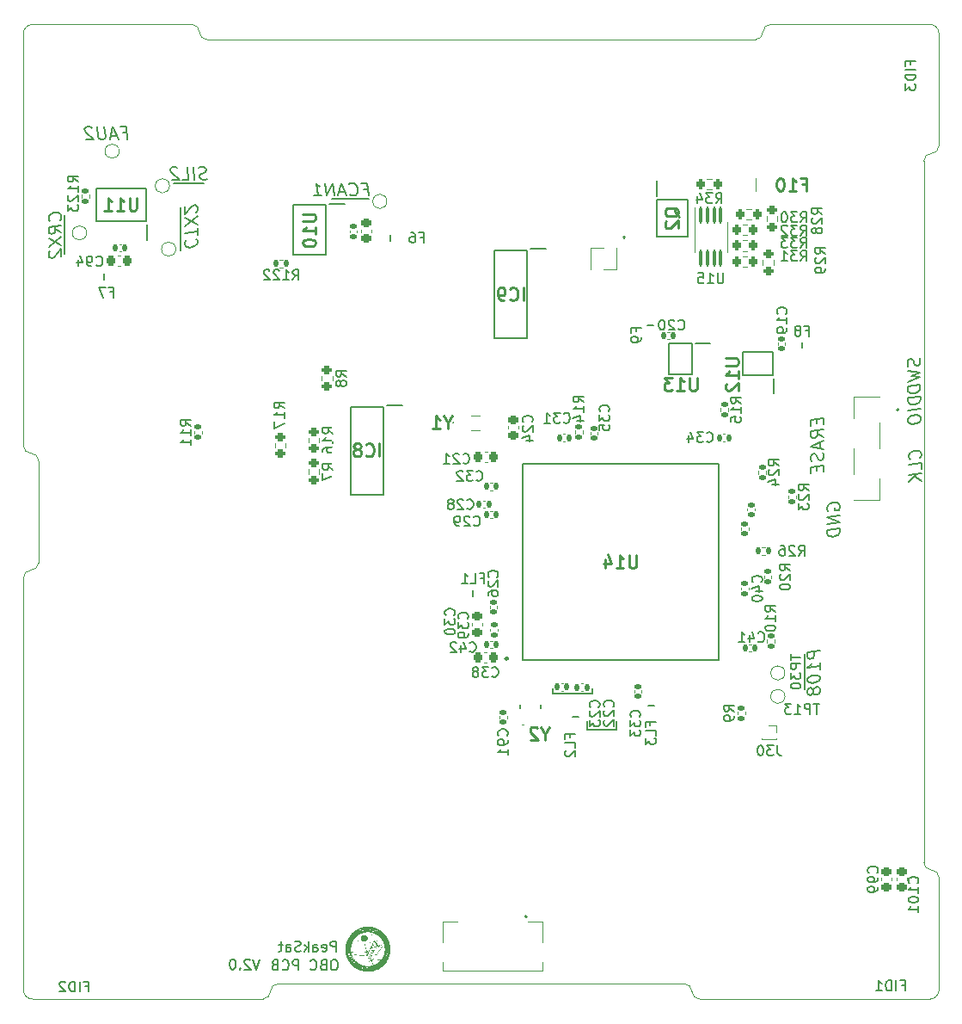
<source format=gbo>
%TF.GenerationSoftware,KiCad,Pcbnew,8.0.3*%
%TF.CreationDate,2024-07-04T15:45:31+03:00*%
%TF.ProjectId,obc-adcs-board,6f62632d-6164-4637-932d-626f6172642e,rev?*%
%TF.SameCoordinates,PX3e2df80PY83e4a60*%
%TF.FileFunction,Legend,Bot*%
%TF.FilePolarity,Positive*%
%FSLAX46Y46*%
G04 Gerber Fmt 4.6, Leading zero omitted, Abs format (unit mm)*
G04 Created by KiCad (PCBNEW 8.0.3) date 2024-07-04 15:45:31*
%MOMM*%
%LPD*%
G01*
G04 APERTURE LIST*
G04 Aperture macros list*
%AMRoundRect*
0 Rectangle with rounded corners*
0 $1 Rounding radius*
0 $2 $3 $4 $5 $6 $7 $8 $9 X,Y pos of 4 corners*
0 Add a 4 corners polygon primitive as box body*
4,1,4,$2,$3,$4,$5,$6,$7,$8,$9,$2,$3,0*
0 Add four circle primitives for the rounded corners*
1,1,$1+$1,$2,$3*
1,1,$1+$1,$4,$5*
1,1,$1+$1,$6,$7*
1,1,$1+$1,$8,$9*
0 Add four rect primitives between the rounded corners*
20,1,$1+$1,$2,$3,$4,$5,0*
20,1,$1+$1,$4,$5,$6,$7,0*
20,1,$1+$1,$6,$7,$8,$9,0*
20,1,$1+$1,$8,$9,$2,$3,0*%
G04 Aperture macros list end*
%ADD10C,0.150000*%
%ADD11C,0.254000*%
%ADD12C,0.200000*%
%ADD13C,0.120000*%
%ADD14C,0.250000*%
%ADD15C,0.100000*%
%ADD16C,0.000000*%
%ADD17C,5.600000*%
%ADD18R,1.700000X1.700000*%
%ADD19O,1.700000X1.700000*%
%ADD20R,0.850000X0.850000*%
%ADD21C,0.900000*%
%ADD22R,1.530000X1.530000*%
%ADD23C,1.530000*%
%ADD24R,0.450000X1.475000*%
%ADD25RoundRect,0.135000X-0.185000X0.135000X-0.185000X-0.135000X0.185000X-0.135000X0.185000X0.135000X0*%
%ADD26C,1.000000*%
%ADD27R,1.475000X0.300000*%
%ADD28R,0.300000X1.475000*%
%ADD29RoundRect,0.200000X-0.200000X-0.275000X0.200000X-0.275000X0.200000X0.275000X-0.200000X0.275000X0*%
%ADD30RoundRect,0.140000X0.170000X-0.140000X0.170000X0.140000X-0.170000X0.140000X-0.170000X-0.140000X0*%
%ADD31RoundRect,0.135000X0.185000X-0.135000X0.185000X0.135000X-0.185000X0.135000X-0.185000X-0.135000X0*%
%ADD32R,0.550000X1.000000*%
%ADD33R,1.260000X1.300000*%
%ADD34RoundRect,0.225000X0.225000X0.250000X-0.225000X0.250000X-0.225000X-0.250000X0.225000X-0.250000X0*%
%ADD35R,1.525000X0.650000*%
%ADD36RoundRect,0.200000X0.200000X0.275000X-0.200000X0.275000X-0.200000X-0.275000X0.200000X-0.275000X0*%
%ADD37RoundRect,0.140000X-0.170000X0.140000X-0.170000X-0.140000X0.170000X-0.140000X0.170000X0.140000X0*%
%ADD38R,0.650000X1.528000*%
%ADD39R,1.400000X0.450000*%
%ADD40RoundRect,0.100000X-0.100000X0.712500X-0.100000X-0.712500X0.100000X-0.712500X0.100000X0.712500X0*%
%ADD41RoundRect,0.225000X0.250000X-0.225000X0.250000X0.225000X-0.250000X0.225000X-0.250000X-0.225000X0*%
%ADD42RoundRect,0.140000X-0.140000X-0.170000X0.140000X-0.170000X0.140000X0.170000X-0.140000X0.170000X0*%
%ADD43RoundRect,0.225000X-0.250000X0.225000X-0.250000X-0.225000X0.250000X-0.225000X0.250000X0.225000X0*%
%ADD44RoundRect,0.200000X0.275000X-0.200000X0.275000X0.200000X-0.275000X0.200000X-0.275000X-0.200000X0*%
%ADD45R,1.000000X1.800000*%
%ADD46RoundRect,0.140000X0.140000X0.170000X-0.140000X0.170000X-0.140000X-0.170000X0.140000X-0.170000X0*%
%ADD47R,1.905000X1.020000*%
%ADD48R,0.940000X1.010000*%
%ADD49R,0.940000X1.020000*%
%ADD50R,0.450000X1.400000*%
%ADD51R,0.740000X2.870000*%
%ADD52R,1.010000X0.940000*%
%ADD53RoundRect,0.225000X-0.225000X-0.250000X0.225000X-0.250000X0.225000X0.250000X-0.225000X0.250000X0*%
%ADD54R,0.700000X0.650000*%
%ADD55R,0.650000X0.700000*%
%ADD56R,1.000000X1.500000*%
%ADD57RoundRect,0.135000X-0.135000X-0.185000X0.135000X-0.185000X0.135000X0.185000X-0.135000X0.185000X0*%
%ADD58RoundRect,0.200000X-0.275000X0.200000X-0.275000X-0.200000X0.275000X-0.200000X0.275000X0.200000X0*%
%ADD59RoundRect,0.135000X0.135000X0.185000X-0.135000X0.185000X-0.135000X-0.185000X0.135000X-0.185000X0*%
%ADD60R,1.528000X0.650000*%
%ADD61R,0.800000X0.900000*%
%TA.AperFunction,Profile*%
%ADD62C,0.100000*%
%TD*%
G04 APERTURE END LIST*
D10*
X55730000Y26640000D02*
X55630000Y26640000D01*
X17900000Y80400000D02*
X14900000Y80400000D01*
X15575000Y78000000D02*
X15575000Y73800000D01*
X55630000Y26640000D02*
X55630000Y27440000D01*
X34100000Y78875000D02*
X30500000Y78875000D01*
X52250000Y30200000D02*
X52250000Y30700000D01*
X77000000Y34100000D02*
X77000000Y30600000D01*
X56100000Y30700000D02*
X56100000Y30200000D01*
X58480000Y27440000D02*
X58480000Y26640000D01*
X56100000Y30200000D02*
X52250000Y30200000D01*
X58480000Y26640000D02*
X55730000Y26640000D01*
X4115000Y77260000D02*
X4115000Y73460000D01*
X30913220Y4805181D02*
X30913220Y5805181D01*
X30913220Y5805181D02*
X30532268Y5805181D01*
X30532268Y5805181D02*
X30437030Y5757562D01*
X30437030Y5757562D02*
X30389411Y5709943D01*
X30389411Y5709943D02*
X30341792Y5614705D01*
X30341792Y5614705D02*
X30341792Y5471848D01*
X30341792Y5471848D02*
X30389411Y5376610D01*
X30389411Y5376610D02*
X30437030Y5328991D01*
X30437030Y5328991D02*
X30532268Y5281372D01*
X30532268Y5281372D02*
X30913220Y5281372D01*
X29532268Y4852800D02*
X29627506Y4805181D01*
X29627506Y4805181D02*
X29817982Y4805181D01*
X29817982Y4805181D02*
X29913220Y4852800D01*
X29913220Y4852800D02*
X29960839Y4948039D01*
X29960839Y4948039D02*
X29960839Y5328991D01*
X29960839Y5328991D02*
X29913220Y5424229D01*
X29913220Y5424229D02*
X29817982Y5471848D01*
X29817982Y5471848D02*
X29627506Y5471848D01*
X29627506Y5471848D02*
X29532268Y5424229D01*
X29532268Y5424229D02*
X29484649Y5328991D01*
X29484649Y5328991D02*
X29484649Y5233753D01*
X29484649Y5233753D02*
X29960839Y5138515D01*
X28627506Y4805181D02*
X28627506Y5328991D01*
X28627506Y5328991D02*
X28675125Y5424229D01*
X28675125Y5424229D02*
X28770363Y5471848D01*
X28770363Y5471848D02*
X28960839Y5471848D01*
X28960839Y5471848D02*
X29056077Y5424229D01*
X28627506Y4852800D02*
X28722744Y4805181D01*
X28722744Y4805181D02*
X28960839Y4805181D01*
X28960839Y4805181D02*
X29056077Y4852800D01*
X29056077Y4852800D02*
X29103696Y4948039D01*
X29103696Y4948039D02*
X29103696Y5043277D01*
X29103696Y5043277D02*
X29056077Y5138515D01*
X29056077Y5138515D02*
X28960839Y5186134D01*
X28960839Y5186134D02*
X28722744Y5186134D01*
X28722744Y5186134D02*
X28627506Y5233753D01*
X28151315Y4805181D02*
X28151315Y5805181D01*
X28056077Y5186134D02*
X27770363Y4805181D01*
X27770363Y5471848D02*
X28151315Y5090896D01*
X27389410Y4852800D02*
X27246553Y4805181D01*
X27246553Y4805181D02*
X27008458Y4805181D01*
X27008458Y4805181D02*
X26913220Y4852800D01*
X26913220Y4852800D02*
X26865601Y4900420D01*
X26865601Y4900420D02*
X26817982Y4995658D01*
X26817982Y4995658D02*
X26817982Y5090896D01*
X26817982Y5090896D02*
X26865601Y5186134D01*
X26865601Y5186134D02*
X26913220Y5233753D01*
X26913220Y5233753D02*
X27008458Y5281372D01*
X27008458Y5281372D02*
X27198934Y5328991D01*
X27198934Y5328991D02*
X27294172Y5376610D01*
X27294172Y5376610D02*
X27341791Y5424229D01*
X27341791Y5424229D02*
X27389410Y5519467D01*
X27389410Y5519467D02*
X27389410Y5614705D01*
X27389410Y5614705D02*
X27341791Y5709943D01*
X27341791Y5709943D02*
X27294172Y5757562D01*
X27294172Y5757562D02*
X27198934Y5805181D01*
X27198934Y5805181D02*
X26960839Y5805181D01*
X26960839Y5805181D02*
X26817982Y5757562D01*
X25960839Y4805181D02*
X25960839Y5328991D01*
X25960839Y5328991D02*
X26008458Y5424229D01*
X26008458Y5424229D02*
X26103696Y5471848D01*
X26103696Y5471848D02*
X26294172Y5471848D01*
X26294172Y5471848D02*
X26389410Y5424229D01*
X25960839Y4852800D02*
X26056077Y4805181D01*
X26056077Y4805181D02*
X26294172Y4805181D01*
X26294172Y4805181D02*
X26389410Y4852800D01*
X26389410Y4852800D02*
X26437029Y4948039D01*
X26437029Y4948039D02*
X26437029Y5043277D01*
X26437029Y5043277D02*
X26389410Y5138515D01*
X26389410Y5138515D02*
X26294172Y5186134D01*
X26294172Y5186134D02*
X26056077Y5186134D01*
X26056077Y5186134D02*
X25960839Y5233753D01*
X25627505Y5471848D02*
X25246553Y5471848D01*
X25484648Y5805181D02*
X25484648Y4948039D01*
X25484648Y4948039D02*
X25437029Y4852800D01*
X25437029Y4852800D02*
X25341791Y4805181D01*
X25341791Y4805181D02*
X25246553Y4805181D01*
X79329997Y48161012D02*
X79270473Y48272620D01*
X79270473Y48272620D02*
X79270473Y48451191D01*
X79270473Y48451191D02*
X79329997Y48637203D01*
X79329997Y48637203D02*
X79449045Y48771132D01*
X79449045Y48771132D02*
X79568092Y48845536D01*
X79568092Y48845536D02*
X79806188Y48934822D01*
X79806188Y48934822D02*
X79984759Y48957143D01*
X79984759Y48957143D02*
X80222854Y48927382D01*
X80222854Y48927382D02*
X80341902Y48882739D01*
X80341902Y48882739D02*
X80460950Y48778572D01*
X80460950Y48778572D02*
X80520473Y48607441D01*
X80520473Y48607441D02*
X80520473Y48488393D01*
X80520473Y48488393D02*
X80460950Y48302382D01*
X80460950Y48302382D02*
X80401426Y48235417D01*
X80401426Y48235417D02*
X79984759Y48183334D01*
X79984759Y48183334D02*
X79984759Y48421429D01*
X80520473Y47714584D02*
X79270473Y47558334D01*
X79270473Y47558334D02*
X80520473Y47000298D01*
X80520473Y47000298D02*
X79270473Y46844048D01*
X80520473Y46405060D02*
X79270473Y46248810D01*
X79270473Y46248810D02*
X79270473Y45951191D01*
X79270473Y45951191D02*
X79329997Y45780060D01*
X79329997Y45780060D02*
X79449045Y45675893D01*
X79449045Y45675893D02*
X79568092Y45631250D01*
X79568092Y45631250D02*
X79806188Y45601488D01*
X79806188Y45601488D02*
X79984759Y45623810D01*
X79984759Y45623810D02*
X80222854Y45713096D01*
X80222854Y45713096D02*
X80341902Y45787500D01*
X80341902Y45787500D02*
X80460950Y45921429D01*
X80460950Y45921429D02*
X80520473Y46107441D01*
X80520473Y46107441D02*
X80520473Y46405060D01*
X16098573Y74777680D02*
X16039050Y74710715D01*
X16039050Y74710715D02*
X15979526Y74524704D01*
X15979526Y74524704D02*
X15979526Y74405656D01*
X15979526Y74405656D02*
X16039050Y74234525D01*
X16039050Y74234525D02*
X16158097Y74130358D01*
X16158097Y74130358D02*
X16277145Y74085715D01*
X16277145Y74085715D02*
X16515240Y74055954D01*
X16515240Y74055954D02*
X16693811Y74078275D01*
X16693811Y74078275D02*
X16931907Y74167561D01*
X16931907Y74167561D02*
X17050954Y74241965D01*
X17050954Y74241965D02*
X17170002Y74375894D01*
X17170002Y74375894D02*
X17229526Y74561906D01*
X17229526Y74561906D02*
X17229526Y74680954D01*
X17229526Y74680954D02*
X17170002Y74852084D01*
X17170002Y74852084D02*
X17110478Y74904168D01*
X17229526Y75276192D02*
X17229526Y75990477D01*
X15979526Y75477084D02*
X17229526Y75633334D01*
X17229526Y76288096D02*
X15979526Y76965180D01*
X17229526Y77121430D02*
X15979526Y76131846D01*
X17110478Y77523215D02*
X17170002Y77590180D01*
X17170002Y77590180D02*
X17229526Y77716668D01*
X17229526Y77716668D02*
X17229526Y78014287D01*
X17229526Y78014287D02*
X17170002Y78125894D01*
X17170002Y78125894D02*
X17110478Y78177977D01*
X17110478Y78177977D02*
X16991430Y78222620D01*
X16991430Y78222620D02*
X16872383Y78207739D01*
X16872383Y78207739D02*
X16693811Y78125894D01*
X16693811Y78125894D02*
X15979526Y77322322D01*
X15979526Y77322322D02*
X15979526Y78096132D01*
X9857738Y85334289D02*
X10274405Y85334289D01*
X10356250Y84679527D02*
X10200000Y85929527D01*
X10200000Y85929527D02*
X9604762Y85929527D01*
X9299702Y85036670D02*
X8704464Y85036670D01*
X9463392Y84679527D02*
X8890476Y85929527D01*
X8890476Y85929527D02*
X8630059Y84679527D01*
X8057142Y85929527D02*
X8183630Y84917622D01*
X8183630Y84917622D02*
X8138987Y84798574D01*
X8138987Y84798574D02*
X8086904Y84739050D01*
X8086904Y84739050D02*
X7975297Y84679527D01*
X7975297Y84679527D02*
X7737201Y84679527D01*
X7737201Y84679527D02*
X7610713Y84739050D01*
X7610713Y84739050D02*
X7543749Y84798574D01*
X7543749Y84798574D02*
X7469344Y84917622D01*
X7469344Y84917622D02*
X7342856Y85929527D01*
X6822023Y85810479D02*
X6755058Y85870003D01*
X6755058Y85870003D02*
X6628570Y85929527D01*
X6628570Y85929527D02*
X6330951Y85929527D01*
X6330951Y85929527D02*
X6219344Y85870003D01*
X6219344Y85870003D02*
X6167261Y85810479D01*
X6167261Y85810479D02*
X6122618Y85691431D01*
X6122618Y85691431D02*
X6137499Y85572384D01*
X6137499Y85572384D02*
X6219344Y85393812D01*
X6219344Y85393812D02*
X7022916Y84679527D01*
X7022916Y84679527D02*
X6249106Y84679527D01*
X23381077Y4035181D02*
X23047744Y3035181D01*
X23047744Y3035181D02*
X22714411Y4035181D01*
X22428696Y3939943D02*
X22381077Y3987562D01*
X22381077Y3987562D02*
X22285839Y4035181D01*
X22285839Y4035181D02*
X22047744Y4035181D01*
X22047744Y4035181D02*
X21952506Y3987562D01*
X21952506Y3987562D02*
X21904887Y3939943D01*
X21904887Y3939943D02*
X21857268Y3844705D01*
X21857268Y3844705D02*
X21857268Y3749467D01*
X21857268Y3749467D02*
X21904887Y3606610D01*
X21904887Y3606610D02*
X22476315Y3035181D01*
X22476315Y3035181D02*
X21857268Y3035181D01*
X21428696Y3130420D02*
X21381077Y3082800D01*
X21381077Y3082800D02*
X21428696Y3035181D01*
X21428696Y3035181D02*
X21476315Y3082800D01*
X21476315Y3082800D02*
X21428696Y3130420D01*
X21428696Y3130420D02*
X21428696Y3035181D01*
X20762030Y4035181D02*
X20666792Y4035181D01*
X20666792Y4035181D02*
X20571554Y3987562D01*
X20571554Y3987562D02*
X20523935Y3939943D01*
X20523935Y3939943D02*
X20476316Y3844705D01*
X20476316Y3844705D02*
X20428697Y3654229D01*
X20428697Y3654229D02*
X20428697Y3416134D01*
X20428697Y3416134D02*
X20476316Y3225658D01*
X20476316Y3225658D02*
X20523935Y3130420D01*
X20523935Y3130420D02*
X20571554Y3082800D01*
X20571554Y3082800D02*
X20666792Y3035181D01*
X20666792Y3035181D02*
X20762030Y3035181D01*
X20762030Y3035181D02*
X20857268Y3082800D01*
X20857268Y3082800D02*
X20904887Y3130420D01*
X20904887Y3130420D02*
X20952506Y3225658D01*
X20952506Y3225658D02*
X21000125Y3416134D01*
X21000125Y3416134D02*
X21000125Y3654229D01*
X21000125Y3654229D02*
X20952506Y3844705D01*
X20952506Y3844705D02*
X20904887Y3939943D01*
X20904887Y3939943D02*
X20857268Y3987562D01*
X20857268Y3987562D02*
X20762030Y4035181D01*
X30801190Y3970181D02*
X30610714Y3970181D01*
X30610714Y3970181D02*
X30515476Y3922562D01*
X30515476Y3922562D02*
X30420238Y3827324D01*
X30420238Y3827324D02*
X30372619Y3636848D01*
X30372619Y3636848D02*
X30372619Y3303515D01*
X30372619Y3303515D02*
X30420238Y3113039D01*
X30420238Y3113039D02*
X30515476Y3017800D01*
X30515476Y3017800D02*
X30610714Y2970181D01*
X30610714Y2970181D02*
X30801190Y2970181D01*
X30801190Y2970181D02*
X30896428Y3017800D01*
X30896428Y3017800D02*
X30991666Y3113039D01*
X30991666Y3113039D02*
X31039285Y3303515D01*
X31039285Y3303515D02*
X31039285Y3636848D01*
X31039285Y3636848D02*
X30991666Y3827324D01*
X30991666Y3827324D02*
X30896428Y3922562D01*
X30896428Y3922562D02*
X30801190Y3970181D01*
X29610714Y3493991D02*
X29467857Y3446372D01*
X29467857Y3446372D02*
X29420238Y3398753D01*
X29420238Y3398753D02*
X29372619Y3303515D01*
X29372619Y3303515D02*
X29372619Y3160658D01*
X29372619Y3160658D02*
X29420238Y3065420D01*
X29420238Y3065420D02*
X29467857Y3017800D01*
X29467857Y3017800D02*
X29563095Y2970181D01*
X29563095Y2970181D02*
X29944047Y2970181D01*
X29944047Y2970181D02*
X29944047Y3970181D01*
X29944047Y3970181D02*
X29610714Y3970181D01*
X29610714Y3970181D02*
X29515476Y3922562D01*
X29515476Y3922562D02*
X29467857Y3874943D01*
X29467857Y3874943D02*
X29420238Y3779705D01*
X29420238Y3779705D02*
X29420238Y3684467D01*
X29420238Y3684467D02*
X29467857Y3589229D01*
X29467857Y3589229D02*
X29515476Y3541610D01*
X29515476Y3541610D02*
X29610714Y3493991D01*
X29610714Y3493991D02*
X29944047Y3493991D01*
X28372619Y3065420D02*
X28420238Y3017800D01*
X28420238Y3017800D02*
X28563095Y2970181D01*
X28563095Y2970181D02*
X28658333Y2970181D01*
X28658333Y2970181D02*
X28801190Y3017800D01*
X28801190Y3017800D02*
X28896428Y3113039D01*
X28896428Y3113039D02*
X28944047Y3208277D01*
X28944047Y3208277D02*
X28991666Y3398753D01*
X28991666Y3398753D02*
X28991666Y3541610D01*
X28991666Y3541610D02*
X28944047Y3732086D01*
X28944047Y3732086D02*
X28896428Y3827324D01*
X28896428Y3827324D02*
X28801190Y3922562D01*
X28801190Y3922562D02*
X28658333Y3970181D01*
X28658333Y3970181D02*
X28563095Y3970181D01*
X28563095Y3970181D02*
X28420238Y3922562D01*
X28420238Y3922562D02*
X28372619Y3874943D01*
X27182142Y2970181D02*
X27182142Y3970181D01*
X27182142Y3970181D02*
X26801190Y3970181D01*
X26801190Y3970181D02*
X26705952Y3922562D01*
X26705952Y3922562D02*
X26658333Y3874943D01*
X26658333Y3874943D02*
X26610714Y3779705D01*
X26610714Y3779705D02*
X26610714Y3636848D01*
X26610714Y3636848D02*
X26658333Y3541610D01*
X26658333Y3541610D02*
X26705952Y3493991D01*
X26705952Y3493991D02*
X26801190Y3446372D01*
X26801190Y3446372D02*
X27182142Y3446372D01*
X25610714Y3065420D02*
X25658333Y3017800D01*
X25658333Y3017800D02*
X25801190Y2970181D01*
X25801190Y2970181D02*
X25896428Y2970181D01*
X25896428Y2970181D02*
X26039285Y3017800D01*
X26039285Y3017800D02*
X26134523Y3113039D01*
X26134523Y3113039D02*
X26182142Y3208277D01*
X26182142Y3208277D02*
X26229761Y3398753D01*
X26229761Y3398753D02*
X26229761Y3541610D01*
X26229761Y3541610D02*
X26182142Y3732086D01*
X26182142Y3732086D02*
X26134523Y3827324D01*
X26134523Y3827324D02*
X26039285Y3922562D01*
X26039285Y3922562D02*
X25896428Y3970181D01*
X25896428Y3970181D02*
X25801190Y3970181D01*
X25801190Y3970181D02*
X25658333Y3922562D01*
X25658333Y3922562D02*
X25610714Y3874943D01*
X24848809Y3493991D02*
X24705952Y3446372D01*
X24705952Y3446372D02*
X24658333Y3398753D01*
X24658333Y3398753D02*
X24610714Y3303515D01*
X24610714Y3303515D02*
X24610714Y3160658D01*
X24610714Y3160658D02*
X24658333Y3065420D01*
X24658333Y3065420D02*
X24705952Y3017800D01*
X24705952Y3017800D02*
X24801190Y2970181D01*
X24801190Y2970181D02*
X25182142Y2970181D01*
X25182142Y2970181D02*
X25182142Y3970181D01*
X25182142Y3970181D02*
X24848809Y3970181D01*
X24848809Y3970181D02*
X24753571Y3922562D01*
X24753571Y3922562D02*
X24705952Y3874943D01*
X24705952Y3874943D02*
X24658333Y3779705D01*
X24658333Y3779705D02*
X24658333Y3684467D01*
X24658333Y3684467D02*
X24705952Y3589229D01*
X24705952Y3589229D02*
X24753571Y3541610D01*
X24753571Y3541610D02*
X24848809Y3493991D01*
X24848809Y3493991D02*
X25182142Y3493991D01*
X88445473Y59412203D02*
X87195473Y59255953D01*
X87195473Y59255953D02*
X87195473Y58958334D01*
X87195473Y58958334D02*
X87254997Y58787203D01*
X87254997Y58787203D02*
X87374045Y58683036D01*
X87374045Y58683036D02*
X87493092Y58638393D01*
X87493092Y58638393D02*
X87731188Y58608631D01*
X87731188Y58608631D02*
X87909759Y58630953D01*
X87909759Y58630953D02*
X88147854Y58720239D01*
X88147854Y58720239D02*
X88266902Y58794643D01*
X88266902Y58794643D02*
X88385950Y58928572D01*
X88385950Y58928572D02*
X88445473Y59114584D01*
X88445473Y59114584D02*
X88445473Y59412203D01*
X88445473Y58162203D02*
X87195473Y58005953D01*
X87195473Y57172620D02*
X87195473Y56934524D01*
X87195473Y56934524D02*
X87254997Y56822917D01*
X87254997Y56822917D02*
X87374045Y56718751D01*
X87374045Y56718751D02*
X87612140Y56688989D01*
X87612140Y56688989D02*
X88028807Y56741072D01*
X88028807Y56741072D02*
X88266902Y56830358D01*
X88266902Y56830358D02*
X88385950Y56964286D01*
X88385950Y56964286D02*
X88445473Y57090774D01*
X88445473Y57090774D02*
X88445473Y57328870D01*
X88445473Y57328870D02*
X88385950Y57440477D01*
X88385950Y57440477D02*
X88266902Y57544643D01*
X88266902Y57544643D02*
X88028807Y57574405D01*
X88028807Y57574405D02*
X87612140Y57522322D01*
X87612140Y57522322D02*
X87374045Y57433036D01*
X87374045Y57433036D02*
X87254997Y57299108D01*
X87254997Y57299108D02*
X87195473Y57172620D01*
X3726426Y76771131D02*
X3785950Y76838096D01*
X3785950Y76838096D02*
X3845473Y77024107D01*
X3845473Y77024107D02*
X3845473Y77143155D01*
X3845473Y77143155D02*
X3785950Y77314286D01*
X3785950Y77314286D02*
X3666902Y77418453D01*
X3666902Y77418453D02*
X3547854Y77463096D01*
X3547854Y77463096D02*
X3309759Y77492857D01*
X3309759Y77492857D02*
X3131188Y77470536D01*
X3131188Y77470536D02*
X2893092Y77381250D01*
X2893092Y77381250D02*
X2774045Y77306846D01*
X2774045Y77306846D02*
X2654997Y77172917D01*
X2654997Y77172917D02*
X2595473Y76986905D01*
X2595473Y76986905D02*
X2595473Y76867857D01*
X2595473Y76867857D02*
X2654997Y76696726D01*
X2654997Y76696726D02*
X2714521Y76644643D01*
X3845473Y75536012D02*
X3250235Y75878274D01*
X3845473Y76250298D02*
X2595473Y76094048D01*
X2595473Y76094048D02*
X2595473Y75617857D01*
X2595473Y75617857D02*
X2654997Y75506250D01*
X2654997Y75506250D02*
X2714521Y75454167D01*
X2714521Y75454167D02*
X2833569Y75409524D01*
X2833569Y75409524D02*
X3012140Y75431846D01*
X3012140Y75431846D02*
X3131188Y75506250D01*
X3131188Y75506250D02*
X3190711Y75573215D01*
X3190711Y75573215D02*
X3250235Y75699703D01*
X3250235Y75699703D02*
X3250235Y76175893D01*
X2595473Y74963096D02*
X3845473Y74286012D01*
X2595473Y74129762D02*
X3845473Y75119346D01*
X2714521Y73727977D02*
X2654997Y73661012D01*
X2654997Y73661012D02*
X2595473Y73534524D01*
X2595473Y73534524D02*
X2595473Y73236905D01*
X2595473Y73236905D02*
X2654997Y73125298D01*
X2654997Y73125298D02*
X2714521Y73073215D01*
X2714521Y73073215D02*
X2833569Y73028572D01*
X2833569Y73028572D02*
X2952616Y73043453D01*
X2952616Y73043453D02*
X3131188Y73125298D01*
X3131188Y73125298D02*
X3845473Y73928870D01*
X3845473Y73928870D02*
X3845473Y73155060D01*
X33582738Y79809289D02*
X33999405Y79809289D01*
X34081250Y79154527D02*
X33925000Y80404527D01*
X33925000Y80404527D02*
X33329762Y80404527D01*
X32280654Y79273574D02*
X32347619Y79214050D01*
X32347619Y79214050D02*
X32533630Y79154527D01*
X32533630Y79154527D02*
X32652678Y79154527D01*
X32652678Y79154527D02*
X32823809Y79214050D01*
X32823809Y79214050D02*
X32927976Y79333098D01*
X32927976Y79333098D02*
X32972619Y79452146D01*
X32972619Y79452146D02*
X33002380Y79690241D01*
X33002380Y79690241D02*
X32980059Y79868812D01*
X32980059Y79868812D02*
X32890773Y80106908D01*
X32890773Y80106908D02*
X32816369Y80225955D01*
X32816369Y80225955D02*
X32682440Y80345003D01*
X32682440Y80345003D02*
X32496428Y80404527D01*
X32496428Y80404527D02*
X32377380Y80404527D01*
X32377380Y80404527D02*
X32206250Y80345003D01*
X32206250Y80345003D02*
X32154166Y80285479D01*
X31774702Y79511670D02*
X31179464Y79511670D01*
X31938392Y79154527D02*
X31365476Y80404527D01*
X31365476Y80404527D02*
X31105059Y79154527D01*
X30688392Y79154527D02*
X30532142Y80404527D01*
X30532142Y80404527D02*
X29974106Y79154527D01*
X29974106Y79154527D02*
X29817856Y80404527D01*
X28724106Y79154527D02*
X29438392Y79154527D01*
X29081249Y79154527D02*
X28924999Y80404527D01*
X28924999Y80404527D02*
X29066368Y80225955D01*
X29066368Y80225955D02*
X29200297Y80106908D01*
X29200297Y80106908D02*
X29326785Y80047384D01*
X88426426Y53361607D02*
X88485950Y53428572D01*
X88485950Y53428572D02*
X88545473Y53614583D01*
X88545473Y53614583D02*
X88545473Y53733631D01*
X88545473Y53733631D02*
X88485950Y53904762D01*
X88485950Y53904762D02*
X88366902Y54008929D01*
X88366902Y54008929D02*
X88247854Y54053572D01*
X88247854Y54053572D02*
X88009759Y54083333D01*
X88009759Y54083333D02*
X87831188Y54061012D01*
X87831188Y54061012D02*
X87593092Y53971726D01*
X87593092Y53971726D02*
X87474045Y53897322D01*
X87474045Y53897322D02*
X87354997Y53763393D01*
X87354997Y53763393D02*
X87295473Y53577381D01*
X87295473Y53577381D02*
X87295473Y53458333D01*
X87295473Y53458333D02*
X87354997Y53287202D01*
X87354997Y53287202D02*
X87414521Y53235119D01*
X88545473Y52245536D02*
X88545473Y52840774D01*
X88545473Y52840774D02*
X87295473Y52684524D01*
X88545473Y51828869D02*
X87295473Y51672619D01*
X88545473Y51114583D02*
X87831188Y51561012D01*
X87295473Y50958333D02*
X88009759Y51761905D01*
X78240711Y57189881D02*
X78240711Y56773214D01*
X78895473Y56676488D02*
X78895473Y57271726D01*
X78895473Y57271726D02*
X77645473Y57115476D01*
X77645473Y57115476D02*
X77645473Y56520238D01*
X78895473Y55426488D02*
X78300235Y55768750D01*
X78895473Y56140774D02*
X77645473Y55984524D01*
X77645473Y55984524D02*
X77645473Y55508333D01*
X77645473Y55508333D02*
X77704997Y55396726D01*
X77704997Y55396726D02*
X77764521Y55344643D01*
X77764521Y55344643D02*
X77883569Y55300000D01*
X77883569Y55300000D02*
X78062140Y55322322D01*
X78062140Y55322322D02*
X78181188Y55396726D01*
X78181188Y55396726D02*
X78240711Y55463691D01*
X78240711Y55463691D02*
X78300235Y55590179D01*
X78300235Y55590179D02*
X78300235Y56066369D01*
X78538330Y54905655D02*
X78538330Y54310417D01*
X78895473Y55069345D02*
X77645473Y54496429D01*
X77645473Y54496429D02*
X78895473Y54236012D01*
X78835950Y53871428D02*
X78895473Y53700297D01*
X78895473Y53700297D02*
X78895473Y53402678D01*
X78895473Y53402678D02*
X78835950Y53276190D01*
X78835950Y53276190D02*
X78776426Y53209226D01*
X78776426Y53209226D02*
X78657378Y53134821D01*
X78657378Y53134821D02*
X78538330Y53119940D01*
X78538330Y53119940D02*
X78419283Y53164583D01*
X78419283Y53164583D02*
X78359759Y53216666D01*
X78359759Y53216666D02*
X78300235Y53328273D01*
X78300235Y53328273D02*
X78240711Y53558928D01*
X78240711Y53558928D02*
X78181188Y53670535D01*
X78181188Y53670535D02*
X78121664Y53722619D01*
X78121664Y53722619D02*
X78002616Y53767262D01*
X78002616Y53767262D02*
X77883569Y53752381D01*
X77883569Y53752381D02*
X77764521Y53677976D01*
X77764521Y53677976D02*
X77704997Y53611012D01*
X77704997Y53611012D02*
X77645473Y53484523D01*
X77645473Y53484523D02*
X77645473Y53186904D01*
X77645473Y53186904D02*
X77704997Y53015773D01*
X78240711Y52547024D02*
X78240711Y52130357D01*
X78895473Y52033631D02*
X78895473Y52628869D01*
X78895473Y52628869D02*
X77645473Y52472619D01*
X77645473Y52472619D02*
X77645473Y51877381D01*
X88360950Y63196428D02*
X88420473Y63025297D01*
X88420473Y63025297D02*
X88420473Y62727678D01*
X88420473Y62727678D02*
X88360950Y62601190D01*
X88360950Y62601190D02*
X88301426Y62534226D01*
X88301426Y62534226D02*
X88182378Y62459821D01*
X88182378Y62459821D02*
X88063330Y62444940D01*
X88063330Y62444940D02*
X87944283Y62489583D01*
X87944283Y62489583D02*
X87884759Y62541666D01*
X87884759Y62541666D02*
X87825235Y62653273D01*
X87825235Y62653273D02*
X87765711Y62883928D01*
X87765711Y62883928D02*
X87706188Y62995535D01*
X87706188Y62995535D02*
X87646664Y63047619D01*
X87646664Y63047619D02*
X87527616Y63092262D01*
X87527616Y63092262D02*
X87408569Y63077381D01*
X87408569Y63077381D02*
X87289521Y63002976D01*
X87289521Y63002976D02*
X87229997Y62936012D01*
X87229997Y62936012D02*
X87170473Y62809523D01*
X87170473Y62809523D02*
X87170473Y62511904D01*
X87170473Y62511904D02*
X87229997Y62340773D01*
X87170473Y61916667D02*
X88420473Y61775297D01*
X88420473Y61775297D02*
X87527616Y61425595D01*
X87527616Y61425595D02*
X88420473Y61299107D01*
X88420473Y61299107D02*
X87170473Y60845238D01*
X88420473Y60525298D02*
X87170473Y60369048D01*
X87170473Y60369048D02*
X87170473Y60071429D01*
X87170473Y60071429D02*
X87229997Y59900298D01*
X87229997Y59900298D02*
X87349045Y59796131D01*
X87349045Y59796131D02*
X87468092Y59751488D01*
X87468092Y59751488D02*
X87706188Y59721726D01*
X87706188Y59721726D02*
X87884759Y59744048D01*
X87884759Y59744048D02*
X88122854Y59833334D01*
X88122854Y59833334D02*
X88241902Y59907738D01*
X88241902Y59907738D02*
X88360950Y60041667D01*
X88360950Y60041667D02*
X88420473Y60227679D01*
X88420473Y60227679D02*
X88420473Y60525298D01*
X18205951Y80814050D02*
X18034820Y80754527D01*
X18034820Y80754527D02*
X17737201Y80754527D01*
X17737201Y80754527D02*
X17610713Y80814050D01*
X17610713Y80814050D02*
X17543749Y80873574D01*
X17543749Y80873574D02*
X17469344Y80992622D01*
X17469344Y80992622D02*
X17454463Y81111670D01*
X17454463Y81111670D02*
X17499106Y81230717D01*
X17499106Y81230717D02*
X17551189Y81290241D01*
X17551189Y81290241D02*
X17662797Y81349765D01*
X17662797Y81349765D02*
X17893451Y81409289D01*
X17893451Y81409289D02*
X18005058Y81468812D01*
X18005058Y81468812D02*
X18057142Y81528336D01*
X18057142Y81528336D02*
X18101785Y81647384D01*
X18101785Y81647384D02*
X18086904Y81766431D01*
X18086904Y81766431D02*
X18012499Y81885479D01*
X18012499Y81885479D02*
X17945535Y81945003D01*
X17945535Y81945003D02*
X17819047Y82004527D01*
X17819047Y82004527D02*
X17521427Y82004527D01*
X17521427Y82004527D02*
X17350297Y81945003D01*
X16963392Y80754527D02*
X16807142Y82004527D01*
X15772916Y80754527D02*
X16368154Y80754527D01*
X16368154Y80754527D02*
X16211904Y82004527D01*
X15274404Y81885479D02*
X15207439Y81945003D01*
X15207439Y81945003D02*
X15080951Y82004527D01*
X15080951Y82004527D02*
X14783332Y82004527D01*
X14783332Y82004527D02*
X14671725Y81945003D01*
X14671725Y81945003D02*
X14619642Y81885479D01*
X14619642Y81885479D02*
X14574999Y81766431D01*
X14574999Y81766431D02*
X14589880Y81647384D01*
X14589880Y81647384D02*
X14671725Y81468812D01*
X14671725Y81468812D02*
X15475297Y80754527D01*
X15475297Y80754527D02*
X14701487Y80754527D01*
X78570473Y34420536D02*
X77320473Y34264286D01*
X77320473Y34264286D02*
X77320473Y33788095D01*
X77320473Y33788095D02*
X77379997Y33676488D01*
X77379997Y33676488D02*
X77439521Y33624405D01*
X77439521Y33624405D02*
X77558569Y33579762D01*
X77558569Y33579762D02*
X77737140Y33602084D01*
X77737140Y33602084D02*
X77856188Y33676488D01*
X77856188Y33676488D02*
X77915711Y33743453D01*
X77915711Y33743453D02*
X77975235Y33869941D01*
X77975235Y33869941D02*
X77975235Y34346131D01*
X78570473Y32515774D02*
X78570473Y33230060D01*
X78570473Y32872917D02*
X77320473Y32716667D01*
X77320473Y32716667D02*
X77499045Y32858036D01*
X77499045Y32858036D02*
X77618092Y32991964D01*
X77618092Y32991964D02*
X77677616Y33118453D01*
X77320473Y31585715D02*
X77320473Y31466667D01*
X77320473Y31466667D02*
X77379997Y31355060D01*
X77379997Y31355060D02*
X77439521Y31302977D01*
X77439521Y31302977D02*
X77558569Y31258334D01*
X77558569Y31258334D02*
X77796664Y31228572D01*
X77796664Y31228572D02*
X78094283Y31265774D01*
X78094283Y31265774D02*
X78332378Y31355060D01*
X78332378Y31355060D02*
X78451426Y31429465D01*
X78451426Y31429465D02*
X78510950Y31496429D01*
X78510950Y31496429D02*
X78570473Y31622917D01*
X78570473Y31622917D02*
X78570473Y31741965D01*
X78570473Y31741965D02*
X78510950Y31853572D01*
X78510950Y31853572D02*
X78451426Y31905655D01*
X78451426Y31905655D02*
X78332378Y31950298D01*
X78332378Y31950298D02*
X78094283Y31980060D01*
X78094283Y31980060D02*
X77796664Y31942858D01*
X77796664Y31942858D02*
X77558569Y31853572D01*
X77558569Y31853572D02*
X77439521Y31779167D01*
X77439521Y31779167D02*
X77379997Y31712203D01*
X77379997Y31712203D02*
X77320473Y31585715D01*
X77856188Y30521727D02*
X77796664Y30633334D01*
X77796664Y30633334D02*
X77737140Y30685417D01*
X77737140Y30685417D02*
X77618092Y30730060D01*
X77618092Y30730060D02*
X77558569Y30722620D01*
X77558569Y30722620D02*
X77439521Y30648215D01*
X77439521Y30648215D02*
X77379997Y30581251D01*
X77379997Y30581251D02*
X77320473Y30454762D01*
X77320473Y30454762D02*
X77320473Y30216667D01*
X77320473Y30216667D02*
X77379997Y30105060D01*
X77379997Y30105060D02*
X77439521Y30052977D01*
X77439521Y30052977D02*
X77558569Y30008334D01*
X77558569Y30008334D02*
X77618092Y30015774D01*
X77618092Y30015774D02*
X77737140Y30090179D01*
X77737140Y30090179D02*
X77796664Y30157143D01*
X77796664Y30157143D02*
X77856188Y30283632D01*
X77856188Y30283632D02*
X77856188Y30521727D01*
X77856188Y30521727D02*
X77915711Y30648215D01*
X77915711Y30648215D02*
X77975235Y30715179D01*
X77975235Y30715179D02*
X78094283Y30789584D01*
X78094283Y30789584D02*
X78332378Y30819346D01*
X78332378Y30819346D02*
X78451426Y30774703D01*
X78451426Y30774703D02*
X78510950Y30722620D01*
X78510950Y30722620D02*
X78570473Y30611012D01*
X78570473Y30611012D02*
X78570473Y30372917D01*
X78570473Y30372917D02*
X78510950Y30246429D01*
X78510950Y30246429D02*
X78451426Y30179465D01*
X78451426Y30179465D02*
X78332378Y30105060D01*
X78332378Y30105060D02*
X78094283Y30075298D01*
X78094283Y30075298D02*
X77975235Y30119941D01*
X77975235Y30119941D02*
X77915711Y30172024D01*
X77915711Y30172024D02*
X77856188Y30283632D01*
D11*
X64695270Y77069048D02*
X64634794Y77188096D01*
X64634794Y77188096D02*
X64513842Y77307143D01*
X64513842Y77307143D02*
X64332413Y77485715D01*
X64332413Y77485715D02*
X64271937Y77604762D01*
X64271937Y77604762D02*
X64271937Y77723810D01*
X64574318Y77664286D02*
X64513842Y77783334D01*
X64513842Y77783334D02*
X64392889Y77902381D01*
X64392889Y77902381D02*
X64150984Y77961905D01*
X64150984Y77961905D02*
X63727651Y77961905D01*
X63727651Y77961905D02*
X63485746Y77902381D01*
X63485746Y77902381D02*
X63364794Y77783334D01*
X63364794Y77783334D02*
X63304318Y77664286D01*
X63304318Y77664286D02*
X63304318Y77426191D01*
X63304318Y77426191D02*
X63364794Y77307143D01*
X63364794Y77307143D02*
X63485746Y77188096D01*
X63485746Y77188096D02*
X63727651Y77128572D01*
X63727651Y77128572D02*
X64150984Y77128572D01*
X64150984Y77128572D02*
X64392889Y77188096D01*
X64392889Y77188096D02*
X64513842Y77307143D01*
X64513842Y77307143D02*
X64574318Y77426191D01*
X64574318Y77426191D02*
X64574318Y77664286D01*
X63425270Y76652381D02*
X63364794Y76592857D01*
X63364794Y76592857D02*
X63304318Y76473810D01*
X63304318Y76473810D02*
X63304318Y76176191D01*
X63304318Y76176191D02*
X63364794Y76057143D01*
X63364794Y76057143D02*
X63425270Y75997619D01*
X63425270Y75997619D02*
X63546222Y75938096D01*
X63546222Y75938096D02*
X63667175Y75938096D01*
X63667175Y75938096D02*
X63848603Y75997619D01*
X63848603Y75997619D02*
X64574318Y76711905D01*
X64574318Y76711905D02*
X64574318Y75938096D01*
D10*
X70084819Y28426667D02*
X69608628Y28760000D01*
X70084819Y28998095D02*
X69084819Y28998095D01*
X69084819Y28998095D02*
X69084819Y28617143D01*
X69084819Y28617143D02*
X69132438Y28521905D01*
X69132438Y28521905D02*
X69180057Y28474286D01*
X69180057Y28474286D02*
X69275295Y28426667D01*
X69275295Y28426667D02*
X69418152Y28426667D01*
X69418152Y28426667D02*
X69513390Y28474286D01*
X69513390Y28474286D02*
X69561009Y28521905D01*
X69561009Y28521905D02*
X69608628Y28617143D01*
X69608628Y28617143D02*
X69608628Y28998095D01*
X70084819Y27950476D02*
X70084819Y27760000D01*
X70084819Y27760000D02*
X70037200Y27664762D01*
X70037200Y27664762D02*
X69989580Y27617143D01*
X69989580Y27617143D02*
X69846723Y27521905D01*
X69846723Y27521905D02*
X69656247Y27474286D01*
X69656247Y27474286D02*
X69275295Y27474286D01*
X69275295Y27474286D02*
X69180057Y27521905D01*
X69180057Y27521905D02*
X69132438Y27569524D01*
X69132438Y27569524D02*
X69084819Y27664762D01*
X69084819Y27664762D02*
X69084819Y27855238D01*
X69084819Y27855238D02*
X69132438Y27950476D01*
X69132438Y27950476D02*
X69180057Y27998095D01*
X69180057Y27998095D02*
X69275295Y28045714D01*
X69275295Y28045714D02*
X69513390Y28045714D01*
X69513390Y28045714D02*
X69608628Y27998095D01*
X69608628Y27998095D02*
X69656247Y27950476D01*
X69656247Y27950476D02*
X69703866Y27855238D01*
X69703866Y27855238D02*
X69703866Y27664762D01*
X69703866Y27664762D02*
X69656247Y27569524D01*
X69656247Y27569524D02*
X69608628Y27521905D01*
X69608628Y27521905D02*
X69513390Y27474286D01*
D11*
X60472381Y43795682D02*
X60472381Y42767587D01*
X60472381Y42767587D02*
X60411904Y42646635D01*
X60411904Y42646635D02*
X60351428Y42586158D01*
X60351428Y42586158D02*
X60230476Y42525682D01*
X60230476Y42525682D02*
X59988571Y42525682D01*
X59988571Y42525682D02*
X59867619Y42586158D01*
X59867619Y42586158D02*
X59807142Y42646635D01*
X59807142Y42646635D02*
X59746666Y42767587D01*
X59746666Y42767587D02*
X59746666Y43795682D01*
X58476666Y42525682D02*
X59202381Y42525682D01*
X58839524Y42525682D02*
X58839524Y43795682D01*
X58839524Y43795682D02*
X58960476Y43614254D01*
X58960476Y43614254D02*
X59081428Y43493301D01*
X59081428Y43493301D02*
X59202381Y43432825D01*
X57388095Y43372349D02*
X57388095Y42525682D01*
X57690476Y43856158D02*
X57992857Y42949016D01*
X57992857Y42949016D02*
X57206666Y42949016D01*
D10*
X76642857Y75245181D02*
X76976190Y75721372D01*
X77214285Y75245181D02*
X77214285Y76245181D01*
X77214285Y76245181D02*
X76833333Y76245181D01*
X76833333Y76245181D02*
X76738095Y76197562D01*
X76738095Y76197562D02*
X76690476Y76149943D01*
X76690476Y76149943D02*
X76642857Y76054705D01*
X76642857Y76054705D02*
X76642857Y75911848D01*
X76642857Y75911848D02*
X76690476Y75816610D01*
X76690476Y75816610D02*
X76738095Y75768991D01*
X76738095Y75768991D02*
X76833333Y75721372D01*
X76833333Y75721372D02*
X77214285Y75721372D01*
X76309523Y76245181D02*
X75690476Y76245181D01*
X75690476Y76245181D02*
X76023809Y75864229D01*
X76023809Y75864229D02*
X75880952Y75864229D01*
X75880952Y75864229D02*
X75785714Y75816610D01*
X75785714Y75816610D02*
X75738095Y75768991D01*
X75738095Y75768991D02*
X75690476Y75673753D01*
X75690476Y75673753D02*
X75690476Y75435658D01*
X75690476Y75435658D02*
X75738095Y75340420D01*
X75738095Y75340420D02*
X75785714Y75292800D01*
X75785714Y75292800D02*
X75880952Y75245181D01*
X75880952Y75245181D02*
X76166666Y75245181D01*
X76166666Y75245181D02*
X76261904Y75292800D01*
X76261904Y75292800D02*
X76309523Y75340420D01*
X75309523Y76149943D02*
X75261904Y76197562D01*
X75261904Y76197562D02*
X75166666Y76245181D01*
X75166666Y76245181D02*
X74928571Y76245181D01*
X74928571Y76245181D02*
X74833333Y76197562D01*
X74833333Y76197562D02*
X74785714Y76149943D01*
X74785714Y76149943D02*
X74738095Y76054705D01*
X74738095Y76054705D02*
X74738095Y75959467D01*
X74738095Y75959467D02*
X74785714Y75816610D01*
X74785714Y75816610D02*
X75357142Y75245181D01*
X75357142Y75245181D02*
X74738095Y75245181D01*
X57709580Y57942858D02*
X57757200Y57990477D01*
X57757200Y57990477D02*
X57804819Y58133334D01*
X57804819Y58133334D02*
X57804819Y58228572D01*
X57804819Y58228572D02*
X57757200Y58371429D01*
X57757200Y58371429D02*
X57661961Y58466667D01*
X57661961Y58466667D02*
X57566723Y58514286D01*
X57566723Y58514286D02*
X57376247Y58561905D01*
X57376247Y58561905D02*
X57233390Y58561905D01*
X57233390Y58561905D02*
X57042914Y58514286D01*
X57042914Y58514286D02*
X56947676Y58466667D01*
X56947676Y58466667D02*
X56852438Y58371429D01*
X56852438Y58371429D02*
X56804819Y58228572D01*
X56804819Y58228572D02*
X56804819Y58133334D01*
X56804819Y58133334D02*
X56852438Y57990477D01*
X56852438Y57990477D02*
X56900057Y57942858D01*
X56804819Y57609524D02*
X56804819Y56990477D01*
X56804819Y56990477D02*
X57185771Y57323810D01*
X57185771Y57323810D02*
X57185771Y57180953D01*
X57185771Y57180953D02*
X57233390Y57085715D01*
X57233390Y57085715D02*
X57281009Y57038096D01*
X57281009Y57038096D02*
X57376247Y56990477D01*
X57376247Y56990477D02*
X57614342Y56990477D01*
X57614342Y56990477D02*
X57709580Y57038096D01*
X57709580Y57038096D02*
X57757200Y57085715D01*
X57757200Y57085715D02*
X57804819Y57180953D01*
X57804819Y57180953D02*
X57804819Y57466667D01*
X57804819Y57466667D02*
X57757200Y57561905D01*
X57757200Y57561905D02*
X57709580Y57609524D01*
X56804819Y56085715D02*
X56804819Y56561905D01*
X56804819Y56561905D02*
X57281009Y56609524D01*
X57281009Y56609524D02*
X57233390Y56561905D01*
X57233390Y56561905D02*
X57185771Y56466667D01*
X57185771Y56466667D02*
X57185771Y56228572D01*
X57185771Y56228572D02*
X57233390Y56133334D01*
X57233390Y56133334D02*
X57281009Y56085715D01*
X57281009Y56085715D02*
X57376247Y56038096D01*
X57376247Y56038096D02*
X57614342Y56038096D01*
X57614342Y56038096D02*
X57709580Y56085715D01*
X57709580Y56085715D02*
X57757200Y56133334D01*
X57757200Y56133334D02*
X57804819Y56228572D01*
X57804819Y56228572D02*
X57804819Y56466667D01*
X57804819Y56466667D02*
X57757200Y56561905D01*
X57757200Y56561905D02*
X57709580Y56609524D01*
X74334523Y25070181D02*
X74334523Y24355896D01*
X74334523Y24355896D02*
X74382142Y24213039D01*
X74382142Y24213039D02*
X74477380Y24117800D01*
X74477380Y24117800D02*
X74620237Y24070181D01*
X74620237Y24070181D02*
X74715475Y24070181D01*
X73953570Y25070181D02*
X73334523Y25070181D01*
X73334523Y25070181D02*
X73667856Y24689229D01*
X73667856Y24689229D02*
X73524999Y24689229D01*
X73524999Y24689229D02*
X73429761Y24641610D01*
X73429761Y24641610D02*
X73382142Y24593991D01*
X73382142Y24593991D02*
X73334523Y24498753D01*
X73334523Y24498753D02*
X73334523Y24260658D01*
X73334523Y24260658D02*
X73382142Y24165420D01*
X73382142Y24165420D02*
X73429761Y24117800D01*
X73429761Y24117800D02*
X73524999Y24070181D01*
X73524999Y24070181D02*
X73810713Y24070181D01*
X73810713Y24070181D02*
X73905951Y24117800D01*
X73905951Y24117800D02*
X73953570Y24165420D01*
X72715475Y25070181D02*
X72620237Y25070181D01*
X72620237Y25070181D02*
X72524999Y25022562D01*
X72524999Y25022562D02*
X72477380Y24974943D01*
X72477380Y24974943D02*
X72429761Y24879705D01*
X72429761Y24879705D02*
X72382142Y24689229D01*
X72382142Y24689229D02*
X72382142Y24451134D01*
X72382142Y24451134D02*
X72429761Y24260658D01*
X72429761Y24260658D02*
X72477380Y24165420D01*
X72477380Y24165420D02*
X72524999Y24117800D01*
X72524999Y24117800D02*
X72620237Y24070181D01*
X72620237Y24070181D02*
X72715475Y24070181D01*
X72715475Y24070181D02*
X72810713Y24117800D01*
X72810713Y24117800D02*
X72858332Y24165420D01*
X72858332Y24165420D02*
X72905951Y24260658D01*
X72905951Y24260658D02*
X72953570Y24451134D01*
X72953570Y24451134D02*
X72953570Y24689229D01*
X72953570Y24689229D02*
X72905951Y24879705D01*
X72905951Y24879705D02*
X72858332Y24974943D01*
X72858332Y24974943D02*
X72810713Y25022562D01*
X72810713Y25022562D02*
X72715475Y25070181D01*
X77424819Y50167858D02*
X76948628Y50501191D01*
X77424819Y50739286D02*
X76424819Y50739286D01*
X76424819Y50739286D02*
X76424819Y50358334D01*
X76424819Y50358334D02*
X76472438Y50263096D01*
X76472438Y50263096D02*
X76520057Y50215477D01*
X76520057Y50215477D02*
X76615295Y50167858D01*
X76615295Y50167858D02*
X76758152Y50167858D01*
X76758152Y50167858D02*
X76853390Y50215477D01*
X76853390Y50215477D02*
X76901009Y50263096D01*
X76901009Y50263096D02*
X76948628Y50358334D01*
X76948628Y50358334D02*
X76948628Y50739286D01*
X76520057Y49786905D02*
X76472438Y49739286D01*
X76472438Y49739286D02*
X76424819Y49644048D01*
X76424819Y49644048D02*
X76424819Y49405953D01*
X76424819Y49405953D02*
X76472438Y49310715D01*
X76472438Y49310715D02*
X76520057Y49263096D01*
X76520057Y49263096D02*
X76615295Y49215477D01*
X76615295Y49215477D02*
X76710533Y49215477D01*
X76710533Y49215477D02*
X76853390Y49263096D01*
X76853390Y49263096D02*
X77424819Y49834524D01*
X77424819Y49834524D02*
X77424819Y49215477D01*
X76424819Y48882143D02*
X76424819Y48263096D01*
X76424819Y48263096D02*
X76805771Y48596429D01*
X76805771Y48596429D02*
X76805771Y48453572D01*
X76805771Y48453572D02*
X76853390Y48358334D01*
X76853390Y48358334D02*
X76901009Y48310715D01*
X76901009Y48310715D02*
X76996247Y48263096D01*
X76996247Y48263096D02*
X77234342Y48263096D01*
X77234342Y48263096D02*
X77329580Y48310715D01*
X77329580Y48310715D02*
X77377200Y48358334D01*
X77377200Y48358334D02*
X77424819Y48453572D01*
X77424819Y48453572D02*
X77424819Y48739286D01*
X77424819Y48739286D02*
X77377200Y48834524D01*
X77377200Y48834524D02*
X77329580Y48882143D01*
X43392857Y52890420D02*
X43440476Y52842800D01*
X43440476Y52842800D02*
X43583333Y52795181D01*
X43583333Y52795181D02*
X43678571Y52795181D01*
X43678571Y52795181D02*
X43821428Y52842800D01*
X43821428Y52842800D02*
X43916666Y52938039D01*
X43916666Y52938039D02*
X43964285Y53033277D01*
X43964285Y53033277D02*
X44011904Y53223753D01*
X44011904Y53223753D02*
X44011904Y53366610D01*
X44011904Y53366610D02*
X43964285Y53557086D01*
X43964285Y53557086D02*
X43916666Y53652324D01*
X43916666Y53652324D02*
X43821428Y53747562D01*
X43821428Y53747562D02*
X43678571Y53795181D01*
X43678571Y53795181D02*
X43583333Y53795181D01*
X43583333Y53795181D02*
X43440476Y53747562D01*
X43440476Y53747562D02*
X43392857Y53699943D01*
X43011904Y53699943D02*
X42964285Y53747562D01*
X42964285Y53747562D02*
X42869047Y53795181D01*
X42869047Y53795181D02*
X42630952Y53795181D01*
X42630952Y53795181D02*
X42535714Y53747562D01*
X42535714Y53747562D02*
X42488095Y53699943D01*
X42488095Y53699943D02*
X42440476Y53604705D01*
X42440476Y53604705D02*
X42440476Y53509467D01*
X42440476Y53509467D02*
X42488095Y53366610D01*
X42488095Y53366610D02*
X43059523Y52795181D01*
X43059523Y52795181D02*
X42440476Y52795181D01*
X41488095Y52795181D02*
X42059523Y52795181D01*
X41773809Y52795181D02*
X41773809Y53795181D01*
X41773809Y53795181D02*
X41869047Y53652324D01*
X41869047Y53652324D02*
X41964285Y53557086D01*
X41964285Y53557086D02*
X42059523Y53509467D01*
D11*
X35164762Y53500682D02*
X35164762Y54770682D01*
X33834285Y53621635D02*
X33894761Y53561158D01*
X33894761Y53561158D02*
X34076190Y53500682D01*
X34076190Y53500682D02*
X34197142Y53500682D01*
X34197142Y53500682D02*
X34378571Y53561158D01*
X34378571Y53561158D02*
X34499523Y53682111D01*
X34499523Y53682111D02*
X34560000Y53803063D01*
X34560000Y53803063D02*
X34620476Y54044968D01*
X34620476Y54044968D02*
X34620476Y54226397D01*
X34620476Y54226397D02*
X34560000Y54468301D01*
X34560000Y54468301D02*
X34499523Y54589254D01*
X34499523Y54589254D02*
X34378571Y54710206D01*
X34378571Y54710206D02*
X34197142Y54770682D01*
X34197142Y54770682D02*
X34076190Y54770682D01*
X34076190Y54770682D02*
X33894761Y54710206D01*
X33894761Y54710206D02*
X33834285Y54649730D01*
X33108571Y54226397D02*
X33229523Y54286873D01*
X33229523Y54286873D02*
X33290000Y54347349D01*
X33290000Y54347349D02*
X33350476Y54468301D01*
X33350476Y54468301D02*
X33350476Y54528778D01*
X33350476Y54528778D02*
X33290000Y54649730D01*
X33290000Y54649730D02*
X33229523Y54710206D01*
X33229523Y54710206D02*
X33108571Y54770682D01*
X33108571Y54770682D02*
X32866666Y54770682D01*
X32866666Y54770682D02*
X32745714Y54710206D01*
X32745714Y54710206D02*
X32685238Y54649730D01*
X32685238Y54649730D02*
X32624761Y54528778D01*
X32624761Y54528778D02*
X32624761Y54468301D01*
X32624761Y54468301D02*
X32685238Y54347349D01*
X32685238Y54347349D02*
X32745714Y54286873D01*
X32745714Y54286873D02*
X32866666Y54226397D01*
X32866666Y54226397D02*
X33108571Y54226397D01*
X33108571Y54226397D02*
X33229523Y54165920D01*
X33229523Y54165920D02*
X33290000Y54105444D01*
X33290000Y54105444D02*
X33350476Y53984492D01*
X33350476Y53984492D02*
X33350476Y53742587D01*
X33350476Y53742587D02*
X33290000Y53621635D01*
X33290000Y53621635D02*
X33229523Y53561158D01*
X33229523Y53561158D02*
X33108571Y53500682D01*
X33108571Y53500682D02*
X32866666Y53500682D01*
X32866666Y53500682D02*
X32745714Y53561158D01*
X32745714Y53561158D02*
X32685238Y53621635D01*
X32685238Y53621635D02*
X32624761Y53742587D01*
X32624761Y53742587D02*
X32624761Y53984492D01*
X32624761Y53984492D02*
X32685238Y54105444D01*
X32685238Y54105444D02*
X32745714Y54165920D01*
X32745714Y54165920D02*
X32866666Y54226397D01*
D10*
X76642857Y76545181D02*
X76976190Y77021372D01*
X77214285Y76545181D02*
X77214285Y77545181D01*
X77214285Y77545181D02*
X76833333Y77545181D01*
X76833333Y77545181D02*
X76738095Y77497562D01*
X76738095Y77497562D02*
X76690476Y77449943D01*
X76690476Y77449943D02*
X76642857Y77354705D01*
X76642857Y77354705D02*
X76642857Y77211848D01*
X76642857Y77211848D02*
X76690476Y77116610D01*
X76690476Y77116610D02*
X76738095Y77068991D01*
X76738095Y77068991D02*
X76833333Y77021372D01*
X76833333Y77021372D02*
X77214285Y77021372D01*
X76309523Y77545181D02*
X75690476Y77545181D01*
X75690476Y77545181D02*
X76023809Y77164229D01*
X76023809Y77164229D02*
X75880952Y77164229D01*
X75880952Y77164229D02*
X75785714Y77116610D01*
X75785714Y77116610D02*
X75738095Y77068991D01*
X75738095Y77068991D02*
X75690476Y76973753D01*
X75690476Y76973753D02*
X75690476Y76735658D01*
X75690476Y76735658D02*
X75738095Y76640420D01*
X75738095Y76640420D02*
X75785714Y76592800D01*
X75785714Y76592800D02*
X75880952Y76545181D01*
X75880952Y76545181D02*
X76166666Y76545181D01*
X76166666Y76545181D02*
X76261904Y76592800D01*
X76261904Y76592800D02*
X76309523Y76640420D01*
X75071428Y77545181D02*
X74976190Y77545181D01*
X74976190Y77545181D02*
X74880952Y77497562D01*
X74880952Y77497562D02*
X74833333Y77449943D01*
X74833333Y77449943D02*
X74785714Y77354705D01*
X74785714Y77354705D02*
X74738095Y77164229D01*
X74738095Y77164229D02*
X74738095Y76926134D01*
X74738095Y76926134D02*
X74785714Y76735658D01*
X74785714Y76735658D02*
X74833333Y76640420D01*
X74833333Y76640420D02*
X74880952Y76592800D01*
X74880952Y76592800D02*
X74976190Y76545181D01*
X74976190Y76545181D02*
X75071428Y76545181D01*
X75071428Y76545181D02*
X75166666Y76592800D01*
X75166666Y76592800D02*
X75214285Y76640420D01*
X75214285Y76640420D02*
X75261904Y76735658D01*
X75261904Y76735658D02*
X75309523Y76926134D01*
X75309523Y76926134D02*
X75309523Y77164229D01*
X75309523Y77164229D02*
X75261904Y77354705D01*
X75261904Y77354705D02*
X75214285Y77449943D01*
X75214285Y77449943D02*
X75166666Y77497562D01*
X75166666Y77497562D02*
X75071428Y77545181D01*
X5474819Y80519048D02*
X4998628Y80852381D01*
X5474819Y81090476D02*
X4474819Y81090476D01*
X4474819Y81090476D02*
X4474819Y80709524D01*
X4474819Y80709524D02*
X4522438Y80614286D01*
X4522438Y80614286D02*
X4570057Y80566667D01*
X4570057Y80566667D02*
X4665295Y80519048D01*
X4665295Y80519048D02*
X4808152Y80519048D01*
X4808152Y80519048D02*
X4903390Y80566667D01*
X4903390Y80566667D02*
X4951009Y80614286D01*
X4951009Y80614286D02*
X4998628Y80709524D01*
X4998628Y80709524D02*
X4998628Y81090476D01*
X5474819Y79566667D02*
X5474819Y80138095D01*
X5474819Y79852381D02*
X4474819Y79852381D01*
X4474819Y79852381D02*
X4617676Y79947619D01*
X4617676Y79947619D02*
X4712914Y80042857D01*
X4712914Y80042857D02*
X4760533Y80138095D01*
X4570057Y79185714D02*
X4522438Y79138095D01*
X4522438Y79138095D02*
X4474819Y79042857D01*
X4474819Y79042857D02*
X4474819Y78804762D01*
X4474819Y78804762D02*
X4522438Y78709524D01*
X4522438Y78709524D02*
X4570057Y78661905D01*
X4570057Y78661905D02*
X4665295Y78614286D01*
X4665295Y78614286D02*
X4760533Y78614286D01*
X4760533Y78614286D02*
X4903390Y78661905D01*
X4903390Y78661905D02*
X5474819Y79233333D01*
X5474819Y79233333D02*
X5474819Y78614286D01*
X4474819Y78280952D02*
X4474819Y77661905D01*
X4474819Y77661905D02*
X4855771Y77995238D01*
X4855771Y77995238D02*
X4855771Y77852381D01*
X4855771Y77852381D02*
X4903390Y77757143D01*
X4903390Y77757143D02*
X4951009Y77709524D01*
X4951009Y77709524D02*
X5046247Y77661905D01*
X5046247Y77661905D02*
X5284342Y77661905D01*
X5284342Y77661905D02*
X5379580Y77709524D01*
X5379580Y77709524D02*
X5427200Y77757143D01*
X5427200Y77757143D02*
X5474819Y77852381D01*
X5474819Y77852381D02*
X5474819Y78138095D01*
X5474819Y78138095D02*
X5427200Y78233333D01*
X5427200Y78233333D02*
X5379580Y78280952D01*
D11*
X49339762Y68850682D02*
X49339762Y70120682D01*
X48009285Y68971635D02*
X48069761Y68911158D01*
X48069761Y68911158D02*
X48251190Y68850682D01*
X48251190Y68850682D02*
X48372142Y68850682D01*
X48372142Y68850682D02*
X48553571Y68911158D01*
X48553571Y68911158D02*
X48674523Y69032111D01*
X48674523Y69032111D02*
X48735000Y69153063D01*
X48735000Y69153063D02*
X48795476Y69394968D01*
X48795476Y69394968D02*
X48795476Y69576397D01*
X48795476Y69576397D02*
X48735000Y69818301D01*
X48735000Y69818301D02*
X48674523Y69939254D01*
X48674523Y69939254D02*
X48553571Y70060206D01*
X48553571Y70060206D02*
X48372142Y70120682D01*
X48372142Y70120682D02*
X48251190Y70120682D01*
X48251190Y70120682D02*
X48069761Y70060206D01*
X48069761Y70060206D02*
X48009285Y69999730D01*
X47404523Y68850682D02*
X47162619Y68850682D01*
X47162619Y68850682D02*
X47041666Y68911158D01*
X47041666Y68911158D02*
X46981190Y68971635D01*
X46981190Y68971635D02*
X46860238Y69153063D01*
X46860238Y69153063D02*
X46799761Y69394968D01*
X46799761Y69394968D02*
X46799761Y69878778D01*
X46799761Y69878778D02*
X46860238Y69999730D01*
X46860238Y69999730D02*
X46920714Y70060206D01*
X46920714Y70060206D02*
X47041666Y70120682D01*
X47041666Y70120682D02*
X47283571Y70120682D01*
X47283571Y70120682D02*
X47404523Y70060206D01*
X47404523Y70060206D02*
X47465000Y69999730D01*
X47465000Y69999730D02*
X47525476Y69878778D01*
X47525476Y69878778D02*
X47525476Y69576397D01*
X47525476Y69576397D02*
X47465000Y69455444D01*
X47465000Y69455444D02*
X47404523Y69394968D01*
X47404523Y69394968D02*
X47283571Y69334492D01*
X47283571Y69334492D02*
X47041666Y69334492D01*
X47041666Y69334492D02*
X46920714Y69394968D01*
X46920714Y69394968D02*
X46860238Y69455444D01*
X46860238Y69455444D02*
X46799761Y69576397D01*
D10*
X75209580Y67542858D02*
X75257200Y67590477D01*
X75257200Y67590477D02*
X75304819Y67733334D01*
X75304819Y67733334D02*
X75304819Y67828572D01*
X75304819Y67828572D02*
X75257200Y67971429D01*
X75257200Y67971429D02*
X75161961Y68066667D01*
X75161961Y68066667D02*
X75066723Y68114286D01*
X75066723Y68114286D02*
X74876247Y68161905D01*
X74876247Y68161905D02*
X74733390Y68161905D01*
X74733390Y68161905D02*
X74542914Y68114286D01*
X74542914Y68114286D02*
X74447676Y68066667D01*
X74447676Y68066667D02*
X74352438Y67971429D01*
X74352438Y67971429D02*
X74304819Y67828572D01*
X74304819Y67828572D02*
X74304819Y67733334D01*
X74304819Y67733334D02*
X74352438Y67590477D01*
X74352438Y67590477D02*
X74400057Y67542858D01*
X75304819Y66590477D02*
X75304819Y67161905D01*
X75304819Y66876191D02*
X74304819Y66876191D01*
X74304819Y66876191D02*
X74447676Y66971429D01*
X74447676Y66971429D02*
X74542914Y67066667D01*
X74542914Y67066667D02*
X74590533Y67161905D01*
X75304819Y66114286D02*
X75304819Y65923810D01*
X75304819Y65923810D02*
X75257200Y65828572D01*
X75257200Y65828572D02*
X75209580Y65780953D01*
X75209580Y65780953D02*
X75066723Y65685715D01*
X75066723Y65685715D02*
X74876247Y65638096D01*
X74876247Y65638096D02*
X74495295Y65638096D01*
X74495295Y65638096D02*
X74400057Y65685715D01*
X74400057Y65685715D02*
X74352438Y65733334D01*
X74352438Y65733334D02*
X74304819Y65828572D01*
X74304819Y65828572D02*
X74304819Y66019048D01*
X74304819Y66019048D02*
X74352438Y66114286D01*
X74352438Y66114286D02*
X74400057Y66161905D01*
X74400057Y66161905D02*
X74495295Y66209524D01*
X74495295Y66209524D02*
X74733390Y66209524D01*
X74733390Y66209524D02*
X74828628Y66161905D01*
X74828628Y66161905D02*
X74876247Y66114286D01*
X74876247Y66114286D02*
X74923866Y66019048D01*
X74923866Y66019048D02*
X74923866Y65828572D01*
X74923866Y65828572D02*
X74876247Y65733334D01*
X74876247Y65733334D02*
X74828628Y65685715D01*
X74828628Y65685715D02*
X74733390Y65638096D01*
X76642857Y72745181D02*
X76976190Y73221372D01*
X77214285Y72745181D02*
X77214285Y73745181D01*
X77214285Y73745181D02*
X76833333Y73745181D01*
X76833333Y73745181D02*
X76738095Y73697562D01*
X76738095Y73697562D02*
X76690476Y73649943D01*
X76690476Y73649943D02*
X76642857Y73554705D01*
X76642857Y73554705D02*
X76642857Y73411848D01*
X76642857Y73411848D02*
X76690476Y73316610D01*
X76690476Y73316610D02*
X76738095Y73268991D01*
X76738095Y73268991D02*
X76833333Y73221372D01*
X76833333Y73221372D02*
X77214285Y73221372D01*
X76309523Y73745181D02*
X75690476Y73745181D01*
X75690476Y73745181D02*
X76023809Y73364229D01*
X76023809Y73364229D02*
X75880952Y73364229D01*
X75880952Y73364229D02*
X75785714Y73316610D01*
X75785714Y73316610D02*
X75738095Y73268991D01*
X75738095Y73268991D02*
X75690476Y73173753D01*
X75690476Y73173753D02*
X75690476Y72935658D01*
X75690476Y72935658D02*
X75738095Y72840420D01*
X75738095Y72840420D02*
X75785714Y72792800D01*
X75785714Y72792800D02*
X75880952Y72745181D01*
X75880952Y72745181D02*
X76166666Y72745181D01*
X76166666Y72745181D02*
X76261904Y72792800D01*
X76261904Y72792800D02*
X76309523Y72840420D01*
X74738095Y72745181D02*
X75309523Y72745181D01*
X75023809Y72745181D02*
X75023809Y73745181D01*
X75023809Y73745181D02*
X75119047Y73602324D01*
X75119047Y73602324D02*
X75214285Y73507086D01*
X75214285Y73507086D02*
X75309523Y73459467D01*
X46242857Y31890420D02*
X46290476Y31842800D01*
X46290476Y31842800D02*
X46433333Y31795181D01*
X46433333Y31795181D02*
X46528571Y31795181D01*
X46528571Y31795181D02*
X46671428Y31842800D01*
X46671428Y31842800D02*
X46766666Y31938039D01*
X46766666Y31938039D02*
X46814285Y32033277D01*
X46814285Y32033277D02*
X46861904Y32223753D01*
X46861904Y32223753D02*
X46861904Y32366610D01*
X46861904Y32366610D02*
X46814285Y32557086D01*
X46814285Y32557086D02*
X46766666Y32652324D01*
X46766666Y32652324D02*
X46671428Y32747562D01*
X46671428Y32747562D02*
X46528571Y32795181D01*
X46528571Y32795181D02*
X46433333Y32795181D01*
X46433333Y32795181D02*
X46290476Y32747562D01*
X46290476Y32747562D02*
X46242857Y32699943D01*
X45909523Y32795181D02*
X45290476Y32795181D01*
X45290476Y32795181D02*
X45623809Y32414229D01*
X45623809Y32414229D02*
X45480952Y32414229D01*
X45480952Y32414229D02*
X45385714Y32366610D01*
X45385714Y32366610D02*
X45338095Y32318991D01*
X45338095Y32318991D02*
X45290476Y32223753D01*
X45290476Y32223753D02*
X45290476Y31985658D01*
X45290476Y31985658D02*
X45338095Y31890420D01*
X45338095Y31890420D02*
X45385714Y31842800D01*
X45385714Y31842800D02*
X45480952Y31795181D01*
X45480952Y31795181D02*
X45766666Y31795181D01*
X45766666Y31795181D02*
X45861904Y31842800D01*
X45861904Y31842800D02*
X45909523Y31890420D01*
X44719047Y32366610D02*
X44814285Y32414229D01*
X44814285Y32414229D02*
X44861904Y32461848D01*
X44861904Y32461848D02*
X44909523Y32557086D01*
X44909523Y32557086D02*
X44909523Y32604705D01*
X44909523Y32604705D02*
X44861904Y32699943D01*
X44861904Y32699943D02*
X44814285Y32747562D01*
X44814285Y32747562D02*
X44719047Y32795181D01*
X44719047Y32795181D02*
X44528571Y32795181D01*
X44528571Y32795181D02*
X44433333Y32747562D01*
X44433333Y32747562D02*
X44385714Y32699943D01*
X44385714Y32699943D02*
X44338095Y32604705D01*
X44338095Y32604705D02*
X44338095Y32557086D01*
X44338095Y32557086D02*
X44385714Y32461848D01*
X44385714Y32461848D02*
X44433333Y32414229D01*
X44433333Y32414229D02*
X44528571Y32366610D01*
X44528571Y32366610D02*
X44719047Y32366610D01*
X44719047Y32366610D02*
X44814285Y32318991D01*
X44814285Y32318991D02*
X44861904Y32271372D01*
X44861904Y32271372D02*
X44909523Y32176134D01*
X44909523Y32176134D02*
X44909523Y31985658D01*
X44909523Y31985658D02*
X44861904Y31890420D01*
X44861904Y31890420D02*
X44814285Y31842800D01*
X44814285Y31842800D02*
X44719047Y31795181D01*
X44719047Y31795181D02*
X44528571Y31795181D01*
X44528571Y31795181D02*
X44433333Y31842800D01*
X44433333Y31842800D02*
X44385714Y31890420D01*
X44385714Y31890420D02*
X44338095Y31985658D01*
X44338095Y31985658D02*
X44338095Y32176134D01*
X44338095Y32176134D02*
X44385714Y32271372D01*
X44385714Y32271372D02*
X44433333Y32318991D01*
X44433333Y32318991D02*
X44528571Y32366610D01*
X74164819Y38232858D02*
X73688628Y38566191D01*
X74164819Y38804286D02*
X73164819Y38804286D01*
X73164819Y38804286D02*
X73164819Y38423334D01*
X73164819Y38423334D02*
X73212438Y38328096D01*
X73212438Y38328096D02*
X73260057Y38280477D01*
X73260057Y38280477D02*
X73355295Y38232858D01*
X73355295Y38232858D02*
X73498152Y38232858D01*
X73498152Y38232858D02*
X73593390Y38280477D01*
X73593390Y38280477D02*
X73641009Y38328096D01*
X73641009Y38328096D02*
X73688628Y38423334D01*
X73688628Y38423334D02*
X73688628Y38804286D01*
X74164819Y37280477D02*
X74164819Y37851905D01*
X74164819Y37566191D02*
X73164819Y37566191D01*
X73164819Y37566191D02*
X73307676Y37661429D01*
X73307676Y37661429D02*
X73402914Y37756667D01*
X73402914Y37756667D02*
X73450533Y37851905D01*
X73164819Y36661429D02*
X73164819Y36566191D01*
X73164819Y36566191D02*
X73212438Y36470953D01*
X73212438Y36470953D02*
X73260057Y36423334D01*
X73260057Y36423334D02*
X73355295Y36375715D01*
X73355295Y36375715D02*
X73545771Y36328096D01*
X73545771Y36328096D02*
X73783866Y36328096D01*
X73783866Y36328096D02*
X73974342Y36375715D01*
X73974342Y36375715D02*
X74069580Y36423334D01*
X74069580Y36423334D02*
X74117200Y36470953D01*
X74117200Y36470953D02*
X74164819Y36566191D01*
X74164819Y36566191D02*
X74164819Y36661429D01*
X74164819Y36661429D02*
X74117200Y36756667D01*
X74117200Y36756667D02*
X74069580Y36804286D01*
X74069580Y36804286D02*
X73974342Y36851905D01*
X73974342Y36851905D02*
X73783866Y36899524D01*
X73783866Y36899524D02*
X73545771Y36899524D01*
X73545771Y36899524D02*
X73355295Y36851905D01*
X73355295Y36851905D02*
X73260057Y36804286D01*
X73260057Y36804286D02*
X73212438Y36756667D01*
X73212438Y36756667D02*
X73164819Y36661429D01*
D11*
X11272381Y78955682D02*
X11272381Y77927587D01*
X11272381Y77927587D02*
X11211904Y77806635D01*
X11211904Y77806635D02*
X11151428Y77746158D01*
X11151428Y77746158D02*
X11030476Y77685682D01*
X11030476Y77685682D02*
X10788571Y77685682D01*
X10788571Y77685682D02*
X10667619Y77746158D01*
X10667619Y77746158D02*
X10607142Y77806635D01*
X10607142Y77806635D02*
X10546666Y77927587D01*
X10546666Y77927587D02*
X10546666Y78955682D01*
X9276666Y77685682D02*
X10002381Y77685682D01*
X9639524Y77685682D02*
X9639524Y78955682D01*
X9639524Y78955682D02*
X9760476Y78774254D01*
X9760476Y78774254D02*
X9881428Y78653301D01*
X9881428Y78653301D02*
X10002381Y78592825D01*
X8067142Y77685682D02*
X8792857Y77685682D01*
X8430000Y77685682D02*
X8430000Y78955682D01*
X8430000Y78955682D02*
X8550952Y78774254D01*
X8550952Y78774254D02*
X8671904Y78653301D01*
X8671904Y78653301D02*
X8792857Y78592825D01*
X66422381Y61245682D02*
X66422381Y60217587D01*
X66422381Y60217587D02*
X66361904Y60096635D01*
X66361904Y60096635D02*
X66301428Y60036158D01*
X66301428Y60036158D02*
X66180476Y59975682D01*
X66180476Y59975682D02*
X65938571Y59975682D01*
X65938571Y59975682D02*
X65817619Y60036158D01*
X65817619Y60036158D02*
X65757142Y60096635D01*
X65757142Y60096635D02*
X65696666Y60217587D01*
X65696666Y60217587D02*
X65696666Y61245682D01*
X64426666Y59975682D02*
X65152381Y59975682D01*
X64789524Y59975682D02*
X64789524Y61245682D01*
X64789524Y61245682D02*
X64910476Y61064254D01*
X64910476Y61064254D02*
X65031428Y60943301D01*
X65031428Y60943301D02*
X65152381Y60882825D01*
X64003333Y61245682D02*
X63217142Y61245682D01*
X63217142Y61245682D02*
X63640476Y60761873D01*
X63640476Y60761873D02*
X63459047Y60761873D01*
X63459047Y60761873D02*
X63338095Y60701397D01*
X63338095Y60701397D02*
X63277619Y60640920D01*
X63277619Y60640920D02*
X63217142Y60519968D01*
X63217142Y60519968D02*
X63217142Y60217587D01*
X63217142Y60217587D02*
X63277619Y60096635D01*
X63277619Y60096635D02*
X63338095Y60036158D01*
X63338095Y60036158D02*
X63459047Y59975682D01*
X63459047Y59975682D02*
X63821904Y59975682D01*
X63821904Y59975682D02*
X63942857Y60036158D01*
X63942857Y60036158D02*
X64003333Y60096635D01*
D10*
X69038094Y71545181D02*
X69038094Y70735658D01*
X69038094Y70735658D02*
X68990475Y70640420D01*
X68990475Y70640420D02*
X68942856Y70592800D01*
X68942856Y70592800D02*
X68847618Y70545181D01*
X68847618Y70545181D02*
X68657142Y70545181D01*
X68657142Y70545181D02*
X68561904Y70592800D01*
X68561904Y70592800D02*
X68514285Y70640420D01*
X68514285Y70640420D02*
X68466666Y70735658D01*
X68466666Y70735658D02*
X68466666Y71545181D01*
X67466666Y70545181D02*
X68038094Y70545181D01*
X67752380Y70545181D02*
X67752380Y71545181D01*
X67752380Y71545181D02*
X67847618Y71402324D01*
X67847618Y71402324D02*
X67942856Y71307086D01*
X67942856Y71307086D02*
X68038094Y71259467D01*
X66561904Y71545181D02*
X67038094Y71545181D01*
X67038094Y71545181D02*
X67085713Y71068991D01*
X67085713Y71068991D02*
X67038094Y71116610D01*
X67038094Y71116610D02*
X66942856Y71164229D01*
X66942856Y71164229D02*
X66704761Y71164229D01*
X66704761Y71164229D02*
X66609523Y71116610D01*
X66609523Y71116610D02*
X66561904Y71068991D01*
X66561904Y71068991D02*
X66514285Y70973753D01*
X66514285Y70973753D02*
X66514285Y70735658D01*
X66514285Y70735658D02*
X66561904Y70640420D01*
X66561904Y70640420D02*
X66609523Y70592800D01*
X66609523Y70592800D02*
X66704761Y70545181D01*
X66704761Y70545181D02*
X66942856Y70545181D01*
X66942856Y70545181D02*
X67038094Y70592800D01*
X67038094Y70592800D02*
X67085713Y70640420D01*
X60759580Y27892858D02*
X60807200Y27940477D01*
X60807200Y27940477D02*
X60854819Y28083334D01*
X60854819Y28083334D02*
X60854819Y28178572D01*
X60854819Y28178572D02*
X60807200Y28321429D01*
X60807200Y28321429D02*
X60711961Y28416667D01*
X60711961Y28416667D02*
X60616723Y28464286D01*
X60616723Y28464286D02*
X60426247Y28511905D01*
X60426247Y28511905D02*
X60283390Y28511905D01*
X60283390Y28511905D02*
X60092914Y28464286D01*
X60092914Y28464286D02*
X59997676Y28416667D01*
X59997676Y28416667D02*
X59902438Y28321429D01*
X59902438Y28321429D02*
X59854819Y28178572D01*
X59854819Y28178572D02*
X59854819Y28083334D01*
X59854819Y28083334D02*
X59902438Y27940477D01*
X59902438Y27940477D02*
X59950057Y27892858D01*
X59854819Y27559524D02*
X59854819Y26940477D01*
X59854819Y26940477D02*
X60235771Y27273810D01*
X60235771Y27273810D02*
X60235771Y27130953D01*
X60235771Y27130953D02*
X60283390Y27035715D01*
X60283390Y27035715D02*
X60331009Y26988096D01*
X60331009Y26988096D02*
X60426247Y26940477D01*
X60426247Y26940477D02*
X60664342Y26940477D01*
X60664342Y26940477D02*
X60759580Y26988096D01*
X60759580Y26988096D02*
X60807200Y27035715D01*
X60807200Y27035715D02*
X60854819Y27130953D01*
X60854819Y27130953D02*
X60854819Y27416667D01*
X60854819Y27416667D02*
X60807200Y27511905D01*
X60807200Y27511905D02*
X60759580Y27559524D01*
X59854819Y26607143D02*
X59854819Y25988096D01*
X59854819Y25988096D02*
X60235771Y26321429D01*
X60235771Y26321429D02*
X60235771Y26178572D01*
X60235771Y26178572D02*
X60283390Y26083334D01*
X60283390Y26083334D02*
X60331009Y26035715D01*
X60331009Y26035715D02*
X60426247Y25988096D01*
X60426247Y25988096D02*
X60664342Y25988096D01*
X60664342Y25988096D02*
X60759580Y26035715D01*
X60759580Y26035715D02*
X60807200Y26083334D01*
X60807200Y26083334D02*
X60854819Y26178572D01*
X60854819Y26178572D02*
X60854819Y26464286D01*
X60854819Y26464286D02*
X60807200Y26559524D01*
X60807200Y26559524D02*
X60759580Y26607143D01*
X50159580Y56892858D02*
X50207200Y56940477D01*
X50207200Y56940477D02*
X50254819Y57083334D01*
X50254819Y57083334D02*
X50254819Y57178572D01*
X50254819Y57178572D02*
X50207200Y57321429D01*
X50207200Y57321429D02*
X50111961Y57416667D01*
X50111961Y57416667D02*
X50016723Y57464286D01*
X50016723Y57464286D02*
X49826247Y57511905D01*
X49826247Y57511905D02*
X49683390Y57511905D01*
X49683390Y57511905D02*
X49492914Y57464286D01*
X49492914Y57464286D02*
X49397676Y57416667D01*
X49397676Y57416667D02*
X49302438Y57321429D01*
X49302438Y57321429D02*
X49254819Y57178572D01*
X49254819Y57178572D02*
X49254819Y57083334D01*
X49254819Y57083334D02*
X49302438Y56940477D01*
X49302438Y56940477D02*
X49350057Y56892858D01*
X49350057Y56511905D02*
X49302438Y56464286D01*
X49302438Y56464286D02*
X49254819Y56369048D01*
X49254819Y56369048D02*
X49254819Y56130953D01*
X49254819Y56130953D02*
X49302438Y56035715D01*
X49302438Y56035715D02*
X49350057Y55988096D01*
X49350057Y55988096D02*
X49445295Y55940477D01*
X49445295Y55940477D02*
X49540533Y55940477D01*
X49540533Y55940477D02*
X49683390Y55988096D01*
X49683390Y55988096D02*
X50254819Y56559524D01*
X50254819Y56559524D02*
X50254819Y55940477D01*
X49588152Y55083334D02*
X50254819Y55083334D01*
X49207200Y55321429D02*
X49921485Y55559524D01*
X49921485Y55559524D02*
X49921485Y54940477D01*
X72759580Y41142858D02*
X72807200Y41190477D01*
X72807200Y41190477D02*
X72854819Y41333334D01*
X72854819Y41333334D02*
X72854819Y41428572D01*
X72854819Y41428572D02*
X72807200Y41571429D01*
X72807200Y41571429D02*
X72711961Y41666667D01*
X72711961Y41666667D02*
X72616723Y41714286D01*
X72616723Y41714286D02*
X72426247Y41761905D01*
X72426247Y41761905D02*
X72283390Y41761905D01*
X72283390Y41761905D02*
X72092914Y41714286D01*
X72092914Y41714286D02*
X71997676Y41666667D01*
X71997676Y41666667D02*
X71902438Y41571429D01*
X71902438Y41571429D02*
X71854819Y41428572D01*
X71854819Y41428572D02*
X71854819Y41333334D01*
X71854819Y41333334D02*
X71902438Y41190477D01*
X71902438Y41190477D02*
X71950057Y41142858D01*
X72188152Y40285715D02*
X72854819Y40285715D01*
X71807200Y40523810D02*
X72521485Y40761905D01*
X72521485Y40761905D02*
X72521485Y40142858D01*
X71854819Y39571429D02*
X71854819Y39476191D01*
X71854819Y39476191D02*
X71902438Y39380953D01*
X71902438Y39380953D02*
X71950057Y39333334D01*
X71950057Y39333334D02*
X72045295Y39285715D01*
X72045295Y39285715D02*
X72235771Y39238096D01*
X72235771Y39238096D02*
X72473866Y39238096D01*
X72473866Y39238096D02*
X72664342Y39285715D01*
X72664342Y39285715D02*
X72759580Y39333334D01*
X72759580Y39333334D02*
X72807200Y39380953D01*
X72807200Y39380953D02*
X72854819Y39476191D01*
X72854819Y39476191D02*
X72854819Y39571429D01*
X72854819Y39571429D02*
X72807200Y39666667D01*
X72807200Y39666667D02*
X72759580Y39714286D01*
X72759580Y39714286D02*
X72664342Y39761905D01*
X72664342Y39761905D02*
X72473866Y39809524D01*
X72473866Y39809524D02*
X72235771Y39809524D01*
X72235771Y39809524D02*
X72045295Y39761905D01*
X72045295Y39761905D02*
X71950057Y39714286D01*
X71950057Y39714286D02*
X71902438Y39666667D01*
X71902438Y39666667D02*
X71854819Y39571429D01*
X64592857Y66040420D02*
X64640476Y65992800D01*
X64640476Y65992800D02*
X64783333Y65945181D01*
X64783333Y65945181D02*
X64878571Y65945181D01*
X64878571Y65945181D02*
X65021428Y65992800D01*
X65021428Y65992800D02*
X65116666Y66088039D01*
X65116666Y66088039D02*
X65164285Y66183277D01*
X65164285Y66183277D02*
X65211904Y66373753D01*
X65211904Y66373753D02*
X65211904Y66516610D01*
X65211904Y66516610D02*
X65164285Y66707086D01*
X65164285Y66707086D02*
X65116666Y66802324D01*
X65116666Y66802324D02*
X65021428Y66897562D01*
X65021428Y66897562D02*
X64878571Y66945181D01*
X64878571Y66945181D02*
X64783333Y66945181D01*
X64783333Y66945181D02*
X64640476Y66897562D01*
X64640476Y66897562D02*
X64592857Y66849943D01*
X64211904Y66849943D02*
X64164285Y66897562D01*
X64164285Y66897562D02*
X64069047Y66945181D01*
X64069047Y66945181D02*
X63830952Y66945181D01*
X63830952Y66945181D02*
X63735714Y66897562D01*
X63735714Y66897562D02*
X63688095Y66849943D01*
X63688095Y66849943D02*
X63640476Y66754705D01*
X63640476Y66754705D02*
X63640476Y66659467D01*
X63640476Y66659467D02*
X63688095Y66516610D01*
X63688095Y66516610D02*
X64259523Y65945181D01*
X64259523Y65945181D02*
X63640476Y65945181D01*
X63021428Y66945181D02*
X62926190Y66945181D01*
X62926190Y66945181D02*
X62830952Y66897562D01*
X62830952Y66897562D02*
X62783333Y66849943D01*
X62783333Y66849943D02*
X62735714Y66754705D01*
X62735714Y66754705D02*
X62688095Y66564229D01*
X62688095Y66564229D02*
X62688095Y66326134D01*
X62688095Y66326134D02*
X62735714Y66135658D01*
X62735714Y66135658D02*
X62783333Y66040420D01*
X62783333Y66040420D02*
X62830952Y65992800D01*
X62830952Y65992800D02*
X62926190Y65945181D01*
X62926190Y65945181D02*
X63021428Y65945181D01*
X63021428Y65945181D02*
X63116666Y65992800D01*
X63116666Y65992800D02*
X63164285Y66040420D01*
X63164285Y66040420D02*
X63211904Y66135658D01*
X63211904Y66135658D02*
X63259523Y66326134D01*
X63259523Y66326134D02*
X63259523Y66564229D01*
X63259523Y66564229D02*
X63211904Y66754705D01*
X63211904Y66754705D02*
X63164285Y66849943D01*
X63164285Y66849943D02*
X63116666Y66897562D01*
X63116666Y66897562D02*
X63021428Y66945181D01*
X46759580Y41642858D02*
X46807200Y41690477D01*
X46807200Y41690477D02*
X46854819Y41833334D01*
X46854819Y41833334D02*
X46854819Y41928572D01*
X46854819Y41928572D02*
X46807200Y42071429D01*
X46807200Y42071429D02*
X46711961Y42166667D01*
X46711961Y42166667D02*
X46616723Y42214286D01*
X46616723Y42214286D02*
X46426247Y42261905D01*
X46426247Y42261905D02*
X46283390Y42261905D01*
X46283390Y42261905D02*
X46092914Y42214286D01*
X46092914Y42214286D02*
X45997676Y42166667D01*
X45997676Y42166667D02*
X45902438Y42071429D01*
X45902438Y42071429D02*
X45854819Y41928572D01*
X45854819Y41928572D02*
X45854819Y41833334D01*
X45854819Y41833334D02*
X45902438Y41690477D01*
X45902438Y41690477D02*
X45950057Y41642858D01*
X45950057Y41261905D02*
X45902438Y41214286D01*
X45902438Y41214286D02*
X45854819Y41119048D01*
X45854819Y41119048D02*
X45854819Y40880953D01*
X45854819Y40880953D02*
X45902438Y40785715D01*
X45902438Y40785715D02*
X45950057Y40738096D01*
X45950057Y40738096D02*
X46045295Y40690477D01*
X46045295Y40690477D02*
X46140533Y40690477D01*
X46140533Y40690477D02*
X46283390Y40738096D01*
X46283390Y40738096D02*
X46854819Y41309524D01*
X46854819Y41309524D02*
X46854819Y40690477D01*
X45854819Y39833334D02*
X45854819Y40023810D01*
X45854819Y40023810D02*
X45902438Y40119048D01*
X45902438Y40119048D02*
X45950057Y40166667D01*
X45950057Y40166667D02*
X46092914Y40261905D01*
X46092914Y40261905D02*
X46283390Y40309524D01*
X46283390Y40309524D02*
X46664342Y40309524D01*
X46664342Y40309524D02*
X46759580Y40261905D01*
X46759580Y40261905D02*
X46807200Y40214286D01*
X46807200Y40214286D02*
X46854819Y40119048D01*
X46854819Y40119048D02*
X46854819Y39928572D01*
X46854819Y39928572D02*
X46807200Y39833334D01*
X46807200Y39833334D02*
X46759580Y39785715D01*
X46759580Y39785715D02*
X46664342Y39738096D01*
X46664342Y39738096D02*
X46426247Y39738096D01*
X46426247Y39738096D02*
X46331009Y39785715D01*
X46331009Y39785715D02*
X46283390Y39833334D01*
X46283390Y39833334D02*
X46235771Y39928572D01*
X46235771Y39928572D02*
X46235771Y40119048D01*
X46235771Y40119048D02*
X46283390Y40214286D01*
X46283390Y40214286D02*
X46331009Y40261905D01*
X46331009Y40261905D02*
X46426247Y40309524D01*
X42509580Y37892858D02*
X42557200Y37940477D01*
X42557200Y37940477D02*
X42604819Y38083334D01*
X42604819Y38083334D02*
X42604819Y38178572D01*
X42604819Y38178572D02*
X42557200Y38321429D01*
X42557200Y38321429D02*
X42461961Y38416667D01*
X42461961Y38416667D02*
X42366723Y38464286D01*
X42366723Y38464286D02*
X42176247Y38511905D01*
X42176247Y38511905D02*
X42033390Y38511905D01*
X42033390Y38511905D02*
X41842914Y38464286D01*
X41842914Y38464286D02*
X41747676Y38416667D01*
X41747676Y38416667D02*
X41652438Y38321429D01*
X41652438Y38321429D02*
X41604819Y38178572D01*
X41604819Y38178572D02*
X41604819Y38083334D01*
X41604819Y38083334D02*
X41652438Y37940477D01*
X41652438Y37940477D02*
X41700057Y37892858D01*
X41604819Y37559524D02*
X41604819Y36940477D01*
X41604819Y36940477D02*
X41985771Y37273810D01*
X41985771Y37273810D02*
X41985771Y37130953D01*
X41985771Y37130953D02*
X42033390Y37035715D01*
X42033390Y37035715D02*
X42081009Y36988096D01*
X42081009Y36988096D02*
X42176247Y36940477D01*
X42176247Y36940477D02*
X42414342Y36940477D01*
X42414342Y36940477D02*
X42509580Y36988096D01*
X42509580Y36988096D02*
X42557200Y37035715D01*
X42557200Y37035715D02*
X42604819Y37130953D01*
X42604819Y37130953D02*
X42604819Y37416667D01*
X42604819Y37416667D02*
X42557200Y37511905D01*
X42557200Y37511905D02*
X42509580Y37559524D01*
X41604819Y36321429D02*
X41604819Y36226191D01*
X41604819Y36226191D02*
X41652438Y36130953D01*
X41652438Y36130953D02*
X41700057Y36083334D01*
X41700057Y36083334D02*
X41795295Y36035715D01*
X41795295Y36035715D02*
X41985771Y35988096D01*
X41985771Y35988096D02*
X42223866Y35988096D01*
X42223866Y35988096D02*
X42414342Y36035715D01*
X42414342Y36035715D02*
X42509580Y36083334D01*
X42509580Y36083334D02*
X42557200Y36130953D01*
X42557200Y36130953D02*
X42604819Y36226191D01*
X42604819Y36226191D02*
X42604819Y36321429D01*
X42604819Y36321429D02*
X42557200Y36416667D01*
X42557200Y36416667D02*
X42509580Y36464286D01*
X42509580Y36464286D02*
X42414342Y36511905D01*
X42414342Y36511905D02*
X42223866Y36559524D01*
X42223866Y36559524D02*
X41985771Y36559524D01*
X41985771Y36559524D02*
X41795295Y36511905D01*
X41795295Y36511905D02*
X41700057Y36464286D01*
X41700057Y36464286D02*
X41652438Y36416667D01*
X41652438Y36416667D02*
X41604819Y36321429D01*
X31884819Y61366667D02*
X31408628Y61700000D01*
X31884819Y61938095D02*
X30884819Y61938095D01*
X30884819Y61938095D02*
X30884819Y61557143D01*
X30884819Y61557143D02*
X30932438Y61461905D01*
X30932438Y61461905D02*
X30980057Y61414286D01*
X30980057Y61414286D02*
X31075295Y61366667D01*
X31075295Y61366667D02*
X31218152Y61366667D01*
X31218152Y61366667D02*
X31313390Y61414286D01*
X31313390Y61414286D02*
X31361009Y61461905D01*
X31361009Y61461905D02*
X31408628Y61557143D01*
X31408628Y61557143D02*
X31408628Y61938095D01*
X31313390Y60795238D02*
X31265771Y60890476D01*
X31265771Y60890476D02*
X31218152Y60938095D01*
X31218152Y60938095D02*
X31122914Y60985714D01*
X31122914Y60985714D02*
X31075295Y60985714D01*
X31075295Y60985714D02*
X30980057Y60938095D01*
X30980057Y60938095D02*
X30932438Y60890476D01*
X30932438Y60890476D02*
X30884819Y60795238D01*
X30884819Y60795238D02*
X30884819Y60604762D01*
X30884819Y60604762D02*
X30932438Y60509524D01*
X30932438Y60509524D02*
X30980057Y60461905D01*
X30980057Y60461905D02*
X31075295Y60414286D01*
X31075295Y60414286D02*
X31122914Y60414286D01*
X31122914Y60414286D02*
X31218152Y60461905D01*
X31218152Y60461905D02*
X31265771Y60509524D01*
X31265771Y60509524D02*
X31313390Y60604762D01*
X31313390Y60604762D02*
X31313390Y60795238D01*
X31313390Y60795238D02*
X31361009Y60890476D01*
X31361009Y60890476D02*
X31408628Y60938095D01*
X31408628Y60938095D02*
X31503866Y60985714D01*
X31503866Y60985714D02*
X31694342Y60985714D01*
X31694342Y60985714D02*
X31789580Y60938095D01*
X31789580Y60938095D02*
X31837200Y60890476D01*
X31837200Y60890476D02*
X31884819Y60795238D01*
X31884819Y60795238D02*
X31884819Y60604762D01*
X31884819Y60604762D02*
X31837200Y60509524D01*
X31837200Y60509524D02*
X31789580Y60461905D01*
X31789580Y60461905D02*
X31694342Y60414286D01*
X31694342Y60414286D02*
X31503866Y60414286D01*
X31503866Y60414286D02*
X31408628Y60461905D01*
X31408628Y60461905D02*
X31361009Y60509524D01*
X31361009Y60509524D02*
X31313390Y60604762D01*
X75604819Y42292858D02*
X75128628Y42626191D01*
X75604819Y42864286D02*
X74604819Y42864286D01*
X74604819Y42864286D02*
X74604819Y42483334D01*
X74604819Y42483334D02*
X74652438Y42388096D01*
X74652438Y42388096D02*
X74700057Y42340477D01*
X74700057Y42340477D02*
X74795295Y42292858D01*
X74795295Y42292858D02*
X74938152Y42292858D01*
X74938152Y42292858D02*
X75033390Y42340477D01*
X75033390Y42340477D02*
X75081009Y42388096D01*
X75081009Y42388096D02*
X75128628Y42483334D01*
X75128628Y42483334D02*
X75128628Y42864286D01*
X74700057Y41911905D02*
X74652438Y41864286D01*
X74652438Y41864286D02*
X74604819Y41769048D01*
X74604819Y41769048D02*
X74604819Y41530953D01*
X74604819Y41530953D02*
X74652438Y41435715D01*
X74652438Y41435715D02*
X74700057Y41388096D01*
X74700057Y41388096D02*
X74795295Y41340477D01*
X74795295Y41340477D02*
X74890533Y41340477D01*
X74890533Y41340477D02*
X75033390Y41388096D01*
X75033390Y41388096D02*
X75604819Y41959524D01*
X75604819Y41959524D02*
X75604819Y41340477D01*
X74604819Y40721429D02*
X74604819Y40626191D01*
X74604819Y40626191D02*
X74652438Y40530953D01*
X74652438Y40530953D02*
X74700057Y40483334D01*
X74700057Y40483334D02*
X74795295Y40435715D01*
X74795295Y40435715D02*
X74985771Y40388096D01*
X74985771Y40388096D02*
X75223866Y40388096D01*
X75223866Y40388096D02*
X75414342Y40435715D01*
X75414342Y40435715D02*
X75509580Y40483334D01*
X75509580Y40483334D02*
X75557200Y40530953D01*
X75557200Y40530953D02*
X75604819Y40626191D01*
X75604819Y40626191D02*
X75604819Y40721429D01*
X75604819Y40721429D02*
X75557200Y40816667D01*
X75557200Y40816667D02*
X75509580Y40864286D01*
X75509580Y40864286D02*
X75414342Y40911905D01*
X75414342Y40911905D02*
X75223866Y40959524D01*
X75223866Y40959524D02*
X74985771Y40959524D01*
X74985771Y40959524D02*
X74795295Y40911905D01*
X74795295Y40911905D02*
X74700057Y40864286D01*
X74700057Y40864286D02*
X74652438Y40816667D01*
X74652438Y40816667D02*
X74604819Y40721429D01*
X88159580Y11519048D02*
X88207200Y11566667D01*
X88207200Y11566667D02*
X88254819Y11709524D01*
X88254819Y11709524D02*
X88254819Y11804762D01*
X88254819Y11804762D02*
X88207200Y11947619D01*
X88207200Y11947619D02*
X88111961Y12042857D01*
X88111961Y12042857D02*
X88016723Y12090476D01*
X88016723Y12090476D02*
X87826247Y12138095D01*
X87826247Y12138095D02*
X87683390Y12138095D01*
X87683390Y12138095D02*
X87492914Y12090476D01*
X87492914Y12090476D02*
X87397676Y12042857D01*
X87397676Y12042857D02*
X87302438Y11947619D01*
X87302438Y11947619D02*
X87254819Y11804762D01*
X87254819Y11804762D02*
X87254819Y11709524D01*
X87254819Y11709524D02*
X87302438Y11566667D01*
X87302438Y11566667D02*
X87350057Y11519048D01*
X88254819Y10566667D02*
X88254819Y11138095D01*
X88254819Y10852381D02*
X87254819Y10852381D01*
X87254819Y10852381D02*
X87397676Y10947619D01*
X87397676Y10947619D02*
X87492914Y11042857D01*
X87492914Y11042857D02*
X87540533Y11138095D01*
X87254819Y9947619D02*
X87254819Y9852381D01*
X87254819Y9852381D02*
X87302438Y9757143D01*
X87302438Y9757143D02*
X87350057Y9709524D01*
X87350057Y9709524D02*
X87445295Y9661905D01*
X87445295Y9661905D02*
X87635771Y9614286D01*
X87635771Y9614286D02*
X87873866Y9614286D01*
X87873866Y9614286D02*
X88064342Y9661905D01*
X88064342Y9661905D02*
X88159580Y9709524D01*
X88159580Y9709524D02*
X88207200Y9757143D01*
X88207200Y9757143D02*
X88254819Y9852381D01*
X88254819Y9852381D02*
X88254819Y9947619D01*
X88254819Y9947619D02*
X88207200Y10042857D01*
X88207200Y10042857D02*
X88159580Y10090476D01*
X88159580Y10090476D02*
X88064342Y10138095D01*
X88064342Y10138095D02*
X87873866Y10185714D01*
X87873866Y10185714D02*
X87635771Y10185714D01*
X87635771Y10185714D02*
X87445295Y10138095D01*
X87445295Y10138095D02*
X87350057Y10090476D01*
X87350057Y10090476D02*
X87302438Y10042857D01*
X87302438Y10042857D02*
X87254819Y9947619D01*
X88254819Y8661905D02*
X88254819Y9233333D01*
X88254819Y8947619D02*
X87254819Y8947619D01*
X87254819Y8947619D02*
X87397676Y9042857D01*
X87397676Y9042857D02*
X87492914Y9138095D01*
X87492914Y9138095D02*
X87540533Y9233333D01*
X6171428Y1368991D02*
X6504761Y1368991D01*
X6504761Y845181D02*
X6504761Y1845181D01*
X6504761Y1845181D02*
X6028571Y1845181D01*
X5647618Y845181D02*
X5647618Y1845181D01*
X5171428Y845181D02*
X5171428Y1845181D01*
X5171428Y1845181D02*
X4933333Y1845181D01*
X4933333Y1845181D02*
X4790476Y1797562D01*
X4790476Y1797562D02*
X4695238Y1702324D01*
X4695238Y1702324D02*
X4647619Y1607086D01*
X4647619Y1607086D02*
X4600000Y1416610D01*
X4600000Y1416610D02*
X4600000Y1273753D01*
X4600000Y1273753D02*
X4647619Y1083277D01*
X4647619Y1083277D02*
X4695238Y988039D01*
X4695238Y988039D02*
X4790476Y892800D01*
X4790476Y892800D02*
X4933333Y845181D01*
X4933333Y845181D02*
X5171428Y845181D01*
X4219047Y1749943D02*
X4171428Y1797562D01*
X4171428Y1797562D02*
X4076190Y1845181D01*
X4076190Y1845181D02*
X3838095Y1845181D01*
X3838095Y1845181D02*
X3742857Y1797562D01*
X3742857Y1797562D02*
X3695238Y1749943D01*
X3695238Y1749943D02*
X3647619Y1654705D01*
X3647619Y1654705D02*
X3647619Y1559467D01*
X3647619Y1559467D02*
X3695238Y1416610D01*
X3695238Y1416610D02*
X4266666Y845181D01*
X4266666Y845181D02*
X3647619Y845181D01*
X72462857Y35320420D02*
X72510476Y35272800D01*
X72510476Y35272800D02*
X72653333Y35225181D01*
X72653333Y35225181D02*
X72748571Y35225181D01*
X72748571Y35225181D02*
X72891428Y35272800D01*
X72891428Y35272800D02*
X72986666Y35368039D01*
X72986666Y35368039D02*
X73034285Y35463277D01*
X73034285Y35463277D02*
X73081904Y35653753D01*
X73081904Y35653753D02*
X73081904Y35796610D01*
X73081904Y35796610D02*
X73034285Y35987086D01*
X73034285Y35987086D02*
X72986666Y36082324D01*
X72986666Y36082324D02*
X72891428Y36177562D01*
X72891428Y36177562D02*
X72748571Y36225181D01*
X72748571Y36225181D02*
X72653333Y36225181D01*
X72653333Y36225181D02*
X72510476Y36177562D01*
X72510476Y36177562D02*
X72462857Y36129943D01*
X71605714Y35891848D02*
X71605714Y35225181D01*
X71843809Y36272800D02*
X72081904Y35558515D01*
X72081904Y35558515D02*
X71462857Y35558515D01*
X70558095Y35225181D02*
X71129523Y35225181D01*
X70843809Y35225181D02*
X70843809Y36225181D01*
X70843809Y36225181D02*
X70939047Y36082324D01*
X70939047Y36082324D02*
X71034285Y35987086D01*
X71034285Y35987086D02*
X71129523Y35939467D01*
D11*
X41904761Y56830444D02*
X41904761Y56225682D01*
X42328094Y57495682D02*
X41904761Y56830444D01*
X41904761Y56830444D02*
X41481427Y57495682D01*
X40392856Y56225682D02*
X41118571Y56225682D01*
X40755714Y56225682D02*
X40755714Y57495682D01*
X40755714Y57495682D02*
X40876666Y57314254D01*
X40876666Y57314254D02*
X40997618Y57193301D01*
X40997618Y57193301D02*
X41118571Y57132825D01*
D10*
X75654819Y34038095D02*
X75654819Y33466667D01*
X76654819Y33752381D02*
X75654819Y33752381D01*
X76654819Y33133333D02*
X75654819Y33133333D01*
X75654819Y33133333D02*
X75654819Y32752381D01*
X75654819Y32752381D02*
X75702438Y32657143D01*
X75702438Y32657143D02*
X75750057Y32609524D01*
X75750057Y32609524D02*
X75845295Y32561905D01*
X75845295Y32561905D02*
X75988152Y32561905D01*
X75988152Y32561905D02*
X76083390Y32609524D01*
X76083390Y32609524D02*
X76131009Y32657143D01*
X76131009Y32657143D02*
X76178628Y32752381D01*
X76178628Y32752381D02*
X76178628Y33133333D01*
X75654819Y32228571D02*
X75654819Y31609524D01*
X75654819Y31609524D02*
X76035771Y31942857D01*
X76035771Y31942857D02*
X76035771Y31800000D01*
X76035771Y31800000D02*
X76083390Y31704762D01*
X76083390Y31704762D02*
X76131009Y31657143D01*
X76131009Y31657143D02*
X76226247Y31609524D01*
X76226247Y31609524D02*
X76464342Y31609524D01*
X76464342Y31609524D02*
X76559580Y31657143D01*
X76559580Y31657143D02*
X76607200Y31704762D01*
X76607200Y31704762D02*
X76654819Y31800000D01*
X76654819Y31800000D02*
X76654819Y32085714D01*
X76654819Y32085714D02*
X76607200Y32180952D01*
X76607200Y32180952D02*
X76559580Y32228571D01*
X75654819Y30990476D02*
X75654819Y30895238D01*
X75654819Y30895238D02*
X75702438Y30800000D01*
X75702438Y30800000D02*
X75750057Y30752381D01*
X75750057Y30752381D02*
X75845295Y30704762D01*
X75845295Y30704762D02*
X76035771Y30657143D01*
X76035771Y30657143D02*
X76273866Y30657143D01*
X76273866Y30657143D02*
X76464342Y30704762D01*
X76464342Y30704762D02*
X76559580Y30752381D01*
X76559580Y30752381D02*
X76607200Y30800000D01*
X76607200Y30800000D02*
X76654819Y30895238D01*
X76654819Y30895238D02*
X76654819Y30990476D01*
X76654819Y30990476D02*
X76607200Y31085714D01*
X76607200Y31085714D02*
X76559580Y31133333D01*
X76559580Y31133333D02*
X76464342Y31180952D01*
X76464342Y31180952D02*
X76273866Y31228571D01*
X76273866Y31228571D02*
X76035771Y31228571D01*
X76035771Y31228571D02*
X75845295Y31180952D01*
X75845295Y31180952D02*
X75750057Y31133333D01*
X75750057Y31133333D02*
X75702438Y31085714D01*
X75702438Y31085714D02*
X75654819Y30990476D01*
X47709580Y26042858D02*
X47757200Y26090477D01*
X47757200Y26090477D02*
X47804819Y26233334D01*
X47804819Y26233334D02*
X47804819Y26328572D01*
X47804819Y26328572D02*
X47757200Y26471429D01*
X47757200Y26471429D02*
X47661961Y26566667D01*
X47661961Y26566667D02*
X47566723Y26614286D01*
X47566723Y26614286D02*
X47376247Y26661905D01*
X47376247Y26661905D02*
X47233390Y26661905D01*
X47233390Y26661905D02*
X47042914Y26614286D01*
X47042914Y26614286D02*
X46947676Y26566667D01*
X46947676Y26566667D02*
X46852438Y26471429D01*
X46852438Y26471429D02*
X46804819Y26328572D01*
X46804819Y26328572D02*
X46804819Y26233334D01*
X46804819Y26233334D02*
X46852438Y26090477D01*
X46852438Y26090477D02*
X46900057Y26042858D01*
X47804819Y25566667D02*
X47804819Y25376191D01*
X47804819Y25376191D02*
X47757200Y25280953D01*
X47757200Y25280953D02*
X47709580Y25233334D01*
X47709580Y25233334D02*
X47566723Y25138096D01*
X47566723Y25138096D02*
X47376247Y25090477D01*
X47376247Y25090477D02*
X46995295Y25090477D01*
X46995295Y25090477D02*
X46900057Y25138096D01*
X46900057Y25138096D02*
X46852438Y25185715D01*
X46852438Y25185715D02*
X46804819Y25280953D01*
X46804819Y25280953D02*
X46804819Y25471429D01*
X46804819Y25471429D02*
X46852438Y25566667D01*
X46852438Y25566667D02*
X46900057Y25614286D01*
X46900057Y25614286D02*
X46995295Y25661905D01*
X46995295Y25661905D02*
X47233390Y25661905D01*
X47233390Y25661905D02*
X47328628Y25614286D01*
X47328628Y25614286D02*
X47376247Y25566667D01*
X47376247Y25566667D02*
X47423866Y25471429D01*
X47423866Y25471429D02*
X47423866Y25280953D01*
X47423866Y25280953D02*
X47376247Y25185715D01*
X47376247Y25185715D02*
X47328628Y25138096D01*
X47328628Y25138096D02*
X47233390Y25090477D01*
X47804819Y24138096D02*
X47804819Y24709524D01*
X47804819Y24423810D02*
X46804819Y24423810D01*
X46804819Y24423810D02*
X46947676Y24519048D01*
X46947676Y24519048D02*
X47042914Y24614286D01*
X47042914Y24614286D02*
X47090533Y24709524D01*
X43792857Y48390420D02*
X43840476Y48342800D01*
X43840476Y48342800D02*
X43983333Y48295181D01*
X43983333Y48295181D02*
X44078571Y48295181D01*
X44078571Y48295181D02*
X44221428Y48342800D01*
X44221428Y48342800D02*
X44316666Y48438039D01*
X44316666Y48438039D02*
X44364285Y48533277D01*
X44364285Y48533277D02*
X44411904Y48723753D01*
X44411904Y48723753D02*
X44411904Y48866610D01*
X44411904Y48866610D02*
X44364285Y49057086D01*
X44364285Y49057086D02*
X44316666Y49152324D01*
X44316666Y49152324D02*
X44221428Y49247562D01*
X44221428Y49247562D02*
X44078571Y49295181D01*
X44078571Y49295181D02*
X43983333Y49295181D01*
X43983333Y49295181D02*
X43840476Y49247562D01*
X43840476Y49247562D02*
X43792857Y49199943D01*
X43411904Y49199943D02*
X43364285Y49247562D01*
X43364285Y49247562D02*
X43269047Y49295181D01*
X43269047Y49295181D02*
X43030952Y49295181D01*
X43030952Y49295181D02*
X42935714Y49247562D01*
X42935714Y49247562D02*
X42888095Y49199943D01*
X42888095Y49199943D02*
X42840476Y49104705D01*
X42840476Y49104705D02*
X42840476Y49009467D01*
X42840476Y49009467D02*
X42888095Y48866610D01*
X42888095Y48866610D02*
X43459523Y48295181D01*
X43459523Y48295181D02*
X42840476Y48295181D01*
X42269047Y48866610D02*
X42364285Y48914229D01*
X42364285Y48914229D02*
X42411904Y48961848D01*
X42411904Y48961848D02*
X42459523Y49057086D01*
X42459523Y49057086D02*
X42459523Y49104705D01*
X42459523Y49104705D02*
X42411904Y49199943D01*
X42411904Y49199943D02*
X42364285Y49247562D01*
X42364285Y49247562D02*
X42269047Y49295181D01*
X42269047Y49295181D02*
X42078571Y49295181D01*
X42078571Y49295181D02*
X41983333Y49247562D01*
X41983333Y49247562D02*
X41935714Y49199943D01*
X41935714Y49199943D02*
X41888095Y49104705D01*
X41888095Y49104705D02*
X41888095Y49057086D01*
X41888095Y49057086D02*
X41935714Y48961848D01*
X41935714Y48961848D02*
X41983333Y48914229D01*
X41983333Y48914229D02*
X42078571Y48866610D01*
X42078571Y48866610D02*
X42269047Y48866610D01*
X42269047Y48866610D02*
X42364285Y48818991D01*
X42364285Y48818991D02*
X42411904Y48771372D01*
X42411904Y48771372D02*
X42459523Y48676134D01*
X42459523Y48676134D02*
X42459523Y48485658D01*
X42459523Y48485658D02*
X42411904Y48390420D01*
X42411904Y48390420D02*
X42364285Y48342800D01*
X42364285Y48342800D02*
X42269047Y48295181D01*
X42269047Y48295181D02*
X42078571Y48295181D01*
X42078571Y48295181D02*
X41983333Y48342800D01*
X41983333Y48342800D02*
X41935714Y48390420D01*
X41935714Y48390420D02*
X41888095Y48485658D01*
X41888095Y48485658D02*
X41888095Y48676134D01*
X41888095Y48676134D02*
X41935714Y48771372D01*
X41935714Y48771372D02*
X41983333Y48818991D01*
X41983333Y48818991D02*
X42078571Y48866610D01*
X77133333Y65868991D02*
X77466666Y65868991D01*
X77466666Y65345181D02*
X77466666Y66345181D01*
X77466666Y66345181D02*
X76990476Y66345181D01*
X76466666Y65916610D02*
X76561904Y65964229D01*
X76561904Y65964229D02*
X76609523Y66011848D01*
X76609523Y66011848D02*
X76657142Y66107086D01*
X76657142Y66107086D02*
X76657142Y66154705D01*
X76657142Y66154705D02*
X76609523Y66249943D01*
X76609523Y66249943D02*
X76561904Y66297562D01*
X76561904Y66297562D02*
X76466666Y66345181D01*
X76466666Y66345181D02*
X76276190Y66345181D01*
X76276190Y66345181D02*
X76180952Y66297562D01*
X76180952Y66297562D02*
X76133333Y66249943D01*
X76133333Y66249943D02*
X76085714Y66154705D01*
X76085714Y66154705D02*
X76085714Y66107086D01*
X76085714Y66107086D02*
X76133333Y66011848D01*
X76133333Y66011848D02*
X76180952Y65964229D01*
X76180952Y65964229D02*
X76276190Y65916610D01*
X76276190Y65916610D02*
X76466666Y65916610D01*
X76466666Y65916610D02*
X76561904Y65868991D01*
X76561904Y65868991D02*
X76609523Y65821372D01*
X76609523Y65821372D02*
X76657142Y65726134D01*
X76657142Y65726134D02*
X76657142Y65535658D01*
X76657142Y65535658D02*
X76609523Y65440420D01*
X76609523Y65440420D02*
X76561904Y65392800D01*
X76561904Y65392800D02*
X76466666Y65345181D01*
X76466666Y65345181D02*
X76276190Y65345181D01*
X76276190Y65345181D02*
X76180952Y65392800D01*
X76180952Y65392800D02*
X76133333Y65440420D01*
X76133333Y65440420D02*
X76085714Y65535658D01*
X76085714Y65535658D02*
X76085714Y65726134D01*
X76085714Y65726134D02*
X76133333Y65821372D01*
X76133333Y65821372D02*
X76180952Y65868991D01*
X76180952Y65868991D02*
X76276190Y65916610D01*
X8633333Y69668991D02*
X8966666Y69668991D01*
X8966666Y69145181D02*
X8966666Y70145181D01*
X8966666Y70145181D02*
X8490476Y70145181D01*
X8204761Y70145181D02*
X7538095Y70145181D01*
X7538095Y70145181D02*
X7966666Y69145181D01*
X56759580Y28852858D02*
X56807200Y28900477D01*
X56807200Y28900477D02*
X56854819Y29043334D01*
X56854819Y29043334D02*
X56854819Y29138572D01*
X56854819Y29138572D02*
X56807200Y29281429D01*
X56807200Y29281429D02*
X56711961Y29376667D01*
X56711961Y29376667D02*
X56616723Y29424286D01*
X56616723Y29424286D02*
X56426247Y29471905D01*
X56426247Y29471905D02*
X56283390Y29471905D01*
X56283390Y29471905D02*
X56092914Y29424286D01*
X56092914Y29424286D02*
X55997676Y29376667D01*
X55997676Y29376667D02*
X55902438Y29281429D01*
X55902438Y29281429D02*
X55854819Y29138572D01*
X55854819Y29138572D02*
X55854819Y29043334D01*
X55854819Y29043334D02*
X55902438Y28900477D01*
X55902438Y28900477D02*
X55950057Y28852858D01*
X55950057Y28471905D02*
X55902438Y28424286D01*
X55902438Y28424286D02*
X55854819Y28329048D01*
X55854819Y28329048D02*
X55854819Y28090953D01*
X55854819Y28090953D02*
X55902438Y27995715D01*
X55902438Y27995715D02*
X55950057Y27948096D01*
X55950057Y27948096D02*
X56045295Y27900477D01*
X56045295Y27900477D02*
X56140533Y27900477D01*
X56140533Y27900477D02*
X56283390Y27948096D01*
X56283390Y27948096D02*
X56854819Y28519524D01*
X56854819Y28519524D02*
X56854819Y27900477D01*
X55854819Y27567143D02*
X55854819Y26948096D01*
X55854819Y26948096D02*
X56235771Y27281429D01*
X56235771Y27281429D02*
X56235771Y27138572D01*
X56235771Y27138572D02*
X56283390Y27043334D01*
X56283390Y27043334D02*
X56331009Y26995715D01*
X56331009Y26995715D02*
X56426247Y26948096D01*
X56426247Y26948096D02*
X56664342Y26948096D01*
X56664342Y26948096D02*
X56759580Y26995715D01*
X56759580Y26995715D02*
X56807200Y27043334D01*
X56807200Y27043334D02*
X56854819Y27138572D01*
X56854819Y27138572D02*
X56854819Y27424286D01*
X56854819Y27424286D02*
X56807200Y27519524D01*
X56807200Y27519524D02*
X56759580Y27567143D01*
D11*
X69254318Y63172382D02*
X70282413Y63172382D01*
X70282413Y63172382D02*
X70403365Y63111905D01*
X70403365Y63111905D02*
X70463842Y63051429D01*
X70463842Y63051429D02*
X70524318Y62930477D01*
X70524318Y62930477D02*
X70524318Y62688572D01*
X70524318Y62688572D02*
X70463842Y62567620D01*
X70463842Y62567620D02*
X70403365Y62507143D01*
X70403365Y62507143D02*
X70282413Y62446667D01*
X70282413Y62446667D02*
X69254318Y62446667D01*
X70524318Y61176667D02*
X70524318Y61902382D01*
X70524318Y61539525D02*
X69254318Y61539525D01*
X69254318Y61539525D02*
X69435746Y61660477D01*
X69435746Y61660477D02*
X69556699Y61781429D01*
X69556699Y61781429D02*
X69617175Y61902382D01*
X69375270Y60692858D02*
X69314794Y60632382D01*
X69314794Y60632382D02*
X69254318Y60511429D01*
X69254318Y60511429D02*
X69254318Y60209048D01*
X69254318Y60209048D02*
X69314794Y60088096D01*
X69314794Y60088096D02*
X69375270Y60027620D01*
X69375270Y60027620D02*
X69496222Y59967143D01*
X69496222Y59967143D02*
X69617175Y59967143D01*
X69617175Y59967143D02*
X69798603Y60027620D01*
X69798603Y60027620D02*
X70524318Y60753334D01*
X70524318Y60753334D02*
X70524318Y59967143D01*
D10*
X30584819Y55742858D02*
X30108628Y56076191D01*
X30584819Y56314286D02*
X29584819Y56314286D01*
X29584819Y56314286D02*
X29584819Y55933334D01*
X29584819Y55933334D02*
X29632438Y55838096D01*
X29632438Y55838096D02*
X29680057Y55790477D01*
X29680057Y55790477D02*
X29775295Y55742858D01*
X29775295Y55742858D02*
X29918152Y55742858D01*
X29918152Y55742858D02*
X30013390Y55790477D01*
X30013390Y55790477D02*
X30061009Y55838096D01*
X30061009Y55838096D02*
X30108628Y55933334D01*
X30108628Y55933334D02*
X30108628Y56314286D01*
X30584819Y54790477D02*
X30584819Y55361905D01*
X30584819Y55076191D02*
X29584819Y55076191D01*
X29584819Y55076191D02*
X29727676Y55171429D01*
X29727676Y55171429D02*
X29822914Y55266667D01*
X29822914Y55266667D02*
X29870533Y55361905D01*
X29584819Y53933334D02*
X29584819Y54123810D01*
X29584819Y54123810D02*
X29632438Y54219048D01*
X29632438Y54219048D02*
X29680057Y54266667D01*
X29680057Y54266667D02*
X29822914Y54361905D01*
X29822914Y54361905D02*
X30013390Y54409524D01*
X30013390Y54409524D02*
X30394342Y54409524D01*
X30394342Y54409524D02*
X30489580Y54361905D01*
X30489580Y54361905D02*
X30537200Y54314286D01*
X30537200Y54314286D02*
X30584819Y54219048D01*
X30584819Y54219048D02*
X30584819Y54028572D01*
X30584819Y54028572D02*
X30537200Y53933334D01*
X30537200Y53933334D02*
X30489580Y53885715D01*
X30489580Y53885715D02*
X30394342Y53838096D01*
X30394342Y53838096D02*
X30156247Y53838096D01*
X30156247Y53838096D02*
X30061009Y53885715D01*
X30061009Y53885715D02*
X30013390Y53933334D01*
X30013390Y53933334D02*
X29965771Y54028572D01*
X29965771Y54028572D02*
X29965771Y54219048D01*
X29965771Y54219048D02*
X30013390Y54314286D01*
X30013390Y54314286D02*
X30061009Y54361905D01*
X30061009Y54361905D02*
X30156247Y54409524D01*
X53292857Y56890420D02*
X53340476Y56842800D01*
X53340476Y56842800D02*
X53483333Y56795181D01*
X53483333Y56795181D02*
X53578571Y56795181D01*
X53578571Y56795181D02*
X53721428Y56842800D01*
X53721428Y56842800D02*
X53816666Y56938039D01*
X53816666Y56938039D02*
X53864285Y57033277D01*
X53864285Y57033277D02*
X53911904Y57223753D01*
X53911904Y57223753D02*
X53911904Y57366610D01*
X53911904Y57366610D02*
X53864285Y57557086D01*
X53864285Y57557086D02*
X53816666Y57652324D01*
X53816666Y57652324D02*
X53721428Y57747562D01*
X53721428Y57747562D02*
X53578571Y57795181D01*
X53578571Y57795181D02*
X53483333Y57795181D01*
X53483333Y57795181D02*
X53340476Y57747562D01*
X53340476Y57747562D02*
X53292857Y57699943D01*
X52959523Y57795181D02*
X52340476Y57795181D01*
X52340476Y57795181D02*
X52673809Y57414229D01*
X52673809Y57414229D02*
X52530952Y57414229D01*
X52530952Y57414229D02*
X52435714Y57366610D01*
X52435714Y57366610D02*
X52388095Y57318991D01*
X52388095Y57318991D02*
X52340476Y57223753D01*
X52340476Y57223753D02*
X52340476Y56985658D01*
X52340476Y56985658D02*
X52388095Y56890420D01*
X52388095Y56890420D02*
X52435714Y56842800D01*
X52435714Y56842800D02*
X52530952Y56795181D01*
X52530952Y56795181D02*
X52816666Y56795181D01*
X52816666Y56795181D02*
X52911904Y56842800D01*
X52911904Y56842800D02*
X52959523Y56890420D01*
X51388095Y56795181D02*
X51959523Y56795181D01*
X51673809Y56795181D02*
X51673809Y57795181D01*
X51673809Y57795181D02*
X51769047Y57652324D01*
X51769047Y57652324D02*
X51864285Y57557086D01*
X51864285Y57557086D02*
X51959523Y57509467D01*
X74474819Y52592858D02*
X73998628Y52926191D01*
X74474819Y53164286D02*
X73474819Y53164286D01*
X73474819Y53164286D02*
X73474819Y52783334D01*
X73474819Y52783334D02*
X73522438Y52688096D01*
X73522438Y52688096D02*
X73570057Y52640477D01*
X73570057Y52640477D02*
X73665295Y52592858D01*
X73665295Y52592858D02*
X73808152Y52592858D01*
X73808152Y52592858D02*
X73903390Y52640477D01*
X73903390Y52640477D02*
X73951009Y52688096D01*
X73951009Y52688096D02*
X73998628Y52783334D01*
X73998628Y52783334D02*
X73998628Y53164286D01*
X73570057Y52211905D02*
X73522438Y52164286D01*
X73522438Y52164286D02*
X73474819Y52069048D01*
X73474819Y52069048D02*
X73474819Y51830953D01*
X73474819Y51830953D02*
X73522438Y51735715D01*
X73522438Y51735715D02*
X73570057Y51688096D01*
X73570057Y51688096D02*
X73665295Y51640477D01*
X73665295Y51640477D02*
X73760533Y51640477D01*
X73760533Y51640477D02*
X73903390Y51688096D01*
X73903390Y51688096D02*
X74474819Y52259524D01*
X74474819Y52259524D02*
X74474819Y51640477D01*
X73808152Y50783334D02*
X74474819Y50783334D01*
X73427200Y51021429D02*
X74141485Y51259524D01*
X74141485Y51259524D02*
X74141485Y50640477D01*
X84159580Y12542858D02*
X84207200Y12590477D01*
X84207200Y12590477D02*
X84254819Y12733334D01*
X84254819Y12733334D02*
X84254819Y12828572D01*
X84254819Y12828572D02*
X84207200Y12971429D01*
X84207200Y12971429D02*
X84111961Y13066667D01*
X84111961Y13066667D02*
X84016723Y13114286D01*
X84016723Y13114286D02*
X83826247Y13161905D01*
X83826247Y13161905D02*
X83683390Y13161905D01*
X83683390Y13161905D02*
X83492914Y13114286D01*
X83492914Y13114286D02*
X83397676Y13066667D01*
X83397676Y13066667D02*
X83302438Y12971429D01*
X83302438Y12971429D02*
X83254819Y12828572D01*
X83254819Y12828572D02*
X83254819Y12733334D01*
X83254819Y12733334D02*
X83302438Y12590477D01*
X83302438Y12590477D02*
X83350057Y12542858D01*
X84254819Y12066667D02*
X84254819Y11876191D01*
X84254819Y11876191D02*
X84207200Y11780953D01*
X84207200Y11780953D02*
X84159580Y11733334D01*
X84159580Y11733334D02*
X84016723Y11638096D01*
X84016723Y11638096D02*
X83826247Y11590477D01*
X83826247Y11590477D02*
X83445295Y11590477D01*
X83445295Y11590477D02*
X83350057Y11638096D01*
X83350057Y11638096D02*
X83302438Y11685715D01*
X83302438Y11685715D02*
X83254819Y11780953D01*
X83254819Y11780953D02*
X83254819Y11971429D01*
X83254819Y11971429D02*
X83302438Y12066667D01*
X83302438Y12066667D02*
X83350057Y12114286D01*
X83350057Y12114286D02*
X83445295Y12161905D01*
X83445295Y12161905D02*
X83683390Y12161905D01*
X83683390Y12161905D02*
X83778628Y12114286D01*
X83778628Y12114286D02*
X83826247Y12066667D01*
X83826247Y12066667D02*
X83873866Y11971429D01*
X83873866Y11971429D02*
X83873866Y11780953D01*
X83873866Y11780953D02*
X83826247Y11685715D01*
X83826247Y11685715D02*
X83778628Y11638096D01*
X83778628Y11638096D02*
X83683390Y11590477D01*
X84254819Y11114286D02*
X84254819Y10923810D01*
X84254819Y10923810D02*
X84207200Y10828572D01*
X84207200Y10828572D02*
X84159580Y10780953D01*
X84159580Y10780953D02*
X84016723Y10685715D01*
X84016723Y10685715D02*
X83826247Y10638096D01*
X83826247Y10638096D02*
X83445295Y10638096D01*
X83445295Y10638096D02*
X83350057Y10685715D01*
X83350057Y10685715D02*
X83302438Y10733334D01*
X83302438Y10733334D02*
X83254819Y10828572D01*
X83254819Y10828572D02*
X83254819Y11019048D01*
X83254819Y11019048D02*
X83302438Y11114286D01*
X83302438Y11114286D02*
X83350057Y11161905D01*
X83350057Y11161905D02*
X83445295Y11209524D01*
X83445295Y11209524D02*
X83683390Y11209524D01*
X83683390Y11209524D02*
X83778628Y11161905D01*
X83778628Y11161905D02*
X83826247Y11114286D01*
X83826247Y11114286D02*
X83873866Y11019048D01*
X83873866Y11019048D02*
X83873866Y10828572D01*
X83873866Y10828572D02*
X83826247Y10733334D01*
X83826247Y10733334D02*
X83778628Y10685715D01*
X83778628Y10685715D02*
X83683390Y10638096D01*
X60431009Y65783334D02*
X60431009Y66116667D01*
X60954819Y66116667D02*
X59954819Y66116667D01*
X59954819Y66116667D02*
X59954819Y65640477D01*
X60954819Y65211905D02*
X60954819Y65021429D01*
X60954819Y65021429D02*
X60907200Y64926191D01*
X60907200Y64926191D02*
X60859580Y64878572D01*
X60859580Y64878572D02*
X60716723Y64783334D01*
X60716723Y64783334D02*
X60526247Y64735715D01*
X60526247Y64735715D02*
X60145295Y64735715D01*
X60145295Y64735715D02*
X60050057Y64783334D01*
X60050057Y64783334D02*
X60002438Y64830953D01*
X60002438Y64830953D02*
X59954819Y64926191D01*
X59954819Y64926191D02*
X59954819Y65116667D01*
X59954819Y65116667D02*
X60002438Y65211905D01*
X60002438Y65211905D02*
X60050057Y65259524D01*
X60050057Y65259524D02*
X60145295Y65307143D01*
X60145295Y65307143D02*
X60383390Y65307143D01*
X60383390Y65307143D02*
X60478628Y65259524D01*
X60478628Y65259524D02*
X60526247Y65211905D01*
X60526247Y65211905D02*
X60573866Y65116667D01*
X60573866Y65116667D02*
X60573866Y64926191D01*
X60573866Y64926191D02*
X60526247Y64830953D01*
X60526247Y64830953D02*
X60478628Y64783334D01*
X60478628Y64783334D02*
X60383390Y64735715D01*
X79054819Y73442858D02*
X78578628Y73776191D01*
X79054819Y74014286D02*
X78054819Y74014286D01*
X78054819Y74014286D02*
X78054819Y73633334D01*
X78054819Y73633334D02*
X78102438Y73538096D01*
X78102438Y73538096D02*
X78150057Y73490477D01*
X78150057Y73490477D02*
X78245295Y73442858D01*
X78245295Y73442858D02*
X78388152Y73442858D01*
X78388152Y73442858D02*
X78483390Y73490477D01*
X78483390Y73490477D02*
X78531009Y73538096D01*
X78531009Y73538096D02*
X78578628Y73633334D01*
X78578628Y73633334D02*
X78578628Y74014286D01*
X78150057Y73061905D02*
X78102438Y73014286D01*
X78102438Y73014286D02*
X78054819Y72919048D01*
X78054819Y72919048D02*
X78054819Y72680953D01*
X78054819Y72680953D02*
X78102438Y72585715D01*
X78102438Y72585715D02*
X78150057Y72538096D01*
X78150057Y72538096D02*
X78245295Y72490477D01*
X78245295Y72490477D02*
X78340533Y72490477D01*
X78340533Y72490477D02*
X78483390Y72538096D01*
X78483390Y72538096D02*
X79054819Y73109524D01*
X79054819Y73109524D02*
X79054819Y72490477D01*
X79054819Y72014286D02*
X79054819Y71823810D01*
X79054819Y71823810D02*
X79007200Y71728572D01*
X79007200Y71728572D02*
X78959580Y71680953D01*
X78959580Y71680953D02*
X78816723Y71585715D01*
X78816723Y71585715D02*
X78626247Y71538096D01*
X78626247Y71538096D02*
X78245295Y71538096D01*
X78245295Y71538096D02*
X78150057Y71585715D01*
X78150057Y71585715D02*
X78102438Y71633334D01*
X78102438Y71633334D02*
X78054819Y71728572D01*
X78054819Y71728572D02*
X78054819Y71919048D01*
X78054819Y71919048D02*
X78102438Y72014286D01*
X78102438Y72014286D02*
X78150057Y72061905D01*
X78150057Y72061905D02*
X78245295Y72109524D01*
X78245295Y72109524D02*
X78483390Y72109524D01*
X78483390Y72109524D02*
X78578628Y72061905D01*
X78578628Y72061905D02*
X78626247Y72014286D01*
X78626247Y72014286D02*
X78673866Y71919048D01*
X78673866Y71919048D02*
X78673866Y71728572D01*
X78673866Y71728572D02*
X78626247Y71633334D01*
X78626247Y71633334D02*
X78578628Y71585715D01*
X78578628Y71585715D02*
X78483390Y71538096D01*
X78488094Y29170181D02*
X77916666Y29170181D01*
X78202380Y28170181D02*
X78202380Y29170181D01*
X77583332Y28170181D02*
X77583332Y29170181D01*
X77583332Y29170181D02*
X77202380Y29170181D01*
X77202380Y29170181D02*
X77107142Y29122562D01*
X77107142Y29122562D02*
X77059523Y29074943D01*
X77059523Y29074943D02*
X77011904Y28979705D01*
X77011904Y28979705D02*
X77011904Y28836848D01*
X77011904Y28836848D02*
X77059523Y28741610D01*
X77059523Y28741610D02*
X77107142Y28693991D01*
X77107142Y28693991D02*
X77202380Y28646372D01*
X77202380Y28646372D02*
X77583332Y28646372D01*
X76059523Y28170181D02*
X76630951Y28170181D01*
X76345237Y28170181D02*
X76345237Y29170181D01*
X76345237Y29170181D02*
X76440475Y29027324D01*
X76440475Y29027324D02*
X76535713Y28932086D01*
X76535713Y28932086D02*
X76630951Y28884467D01*
X75726189Y29170181D02*
X75107142Y29170181D01*
X75107142Y29170181D02*
X75440475Y28789229D01*
X75440475Y28789229D02*
X75297618Y28789229D01*
X75297618Y28789229D02*
X75202380Y28741610D01*
X75202380Y28741610D02*
X75154761Y28693991D01*
X75154761Y28693991D02*
X75107142Y28598753D01*
X75107142Y28598753D02*
X75107142Y28360658D01*
X75107142Y28360658D02*
X75154761Y28265420D01*
X75154761Y28265420D02*
X75202380Y28217800D01*
X75202380Y28217800D02*
X75297618Y28170181D01*
X75297618Y28170181D02*
X75583332Y28170181D01*
X75583332Y28170181D02*
X75678570Y28217800D01*
X75678570Y28217800D02*
X75726189Y28265420D01*
X7272857Y72310420D02*
X7320476Y72262800D01*
X7320476Y72262800D02*
X7463333Y72215181D01*
X7463333Y72215181D02*
X7558571Y72215181D01*
X7558571Y72215181D02*
X7701428Y72262800D01*
X7701428Y72262800D02*
X7796666Y72358039D01*
X7796666Y72358039D02*
X7844285Y72453277D01*
X7844285Y72453277D02*
X7891904Y72643753D01*
X7891904Y72643753D02*
X7891904Y72786610D01*
X7891904Y72786610D02*
X7844285Y72977086D01*
X7844285Y72977086D02*
X7796666Y73072324D01*
X7796666Y73072324D02*
X7701428Y73167562D01*
X7701428Y73167562D02*
X7558571Y73215181D01*
X7558571Y73215181D02*
X7463333Y73215181D01*
X7463333Y73215181D02*
X7320476Y73167562D01*
X7320476Y73167562D02*
X7272857Y73119943D01*
X6796666Y72215181D02*
X6606190Y72215181D01*
X6606190Y72215181D02*
X6510952Y72262800D01*
X6510952Y72262800D02*
X6463333Y72310420D01*
X6463333Y72310420D02*
X6368095Y72453277D01*
X6368095Y72453277D02*
X6320476Y72643753D01*
X6320476Y72643753D02*
X6320476Y73024705D01*
X6320476Y73024705D02*
X6368095Y73119943D01*
X6368095Y73119943D02*
X6415714Y73167562D01*
X6415714Y73167562D02*
X6510952Y73215181D01*
X6510952Y73215181D02*
X6701428Y73215181D01*
X6701428Y73215181D02*
X6796666Y73167562D01*
X6796666Y73167562D02*
X6844285Y73119943D01*
X6844285Y73119943D02*
X6891904Y73024705D01*
X6891904Y73024705D02*
X6891904Y72786610D01*
X6891904Y72786610D02*
X6844285Y72691372D01*
X6844285Y72691372D02*
X6796666Y72643753D01*
X6796666Y72643753D02*
X6701428Y72596134D01*
X6701428Y72596134D02*
X6510952Y72596134D01*
X6510952Y72596134D02*
X6415714Y72643753D01*
X6415714Y72643753D02*
X6368095Y72691372D01*
X6368095Y72691372D02*
X6320476Y72786610D01*
X5463333Y72881848D02*
X5463333Y72215181D01*
X5701428Y73262800D02*
X5939523Y72548515D01*
X5939523Y72548515D02*
X5320476Y72548515D01*
X61831009Y27038096D02*
X61831009Y27371429D01*
X62354819Y27371429D02*
X61354819Y27371429D01*
X61354819Y27371429D02*
X61354819Y26895239D01*
X62354819Y26038096D02*
X62354819Y26514286D01*
X62354819Y26514286D02*
X61354819Y26514286D01*
X61354819Y25800000D02*
X61354819Y25180953D01*
X61354819Y25180953D02*
X61735771Y25514286D01*
X61735771Y25514286D02*
X61735771Y25371429D01*
X61735771Y25371429D02*
X61783390Y25276191D01*
X61783390Y25276191D02*
X61831009Y25228572D01*
X61831009Y25228572D02*
X61926247Y25180953D01*
X61926247Y25180953D02*
X62164342Y25180953D01*
X62164342Y25180953D02*
X62259580Y25228572D01*
X62259580Y25228572D02*
X62307200Y25276191D01*
X62307200Y25276191D02*
X62354819Y25371429D01*
X62354819Y25371429D02*
X62354819Y25657143D01*
X62354819Y25657143D02*
X62307200Y25752381D01*
X62307200Y25752381D02*
X62259580Y25800000D01*
X45138095Y41518991D02*
X45471428Y41518991D01*
X45471428Y40995181D02*
X45471428Y41995181D01*
X45471428Y41995181D02*
X44995238Y41995181D01*
X44138095Y40995181D02*
X44614285Y40995181D01*
X44614285Y40995181D02*
X44614285Y41995181D01*
X43280952Y40995181D02*
X43852380Y40995181D01*
X43566666Y40995181D02*
X43566666Y41995181D01*
X43566666Y41995181D02*
X43661904Y41852324D01*
X43661904Y41852324D02*
X43757142Y41757086D01*
X43757142Y41757086D02*
X43852380Y41709467D01*
X39183333Y75068991D02*
X39516666Y75068991D01*
X39516666Y74545181D02*
X39516666Y75545181D01*
X39516666Y75545181D02*
X39040476Y75545181D01*
X38230952Y75545181D02*
X38421428Y75545181D01*
X38421428Y75545181D02*
X38516666Y75497562D01*
X38516666Y75497562D02*
X38564285Y75449943D01*
X38564285Y75449943D02*
X38659523Y75307086D01*
X38659523Y75307086D02*
X38707142Y75116610D01*
X38707142Y75116610D02*
X38707142Y74735658D01*
X38707142Y74735658D02*
X38659523Y74640420D01*
X38659523Y74640420D02*
X38611904Y74592800D01*
X38611904Y74592800D02*
X38516666Y74545181D01*
X38516666Y74545181D02*
X38326190Y74545181D01*
X38326190Y74545181D02*
X38230952Y74592800D01*
X38230952Y74592800D02*
X38183333Y74640420D01*
X38183333Y74640420D02*
X38135714Y74735658D01*
X38135714Y74735658D02*
X38135714Y74973753D01*
X38135714Y74973753D02*
X38183333Y75068991D01*
X38183333Y75068991D02*
X38230952Y75116610D01*
X38230952Y75116610D02*
X38326190Y75164229D01*
X38326190Y75164229D02*
X38516666Y75164229D01*
X38516666Y75164229D02*
X38611904Y75116610D01*
X38611904Y75116610D02*
X38659523Y75068991D01*
X38659523Y75068991D02*
X38707142Y74973753D01*
X58159580Y28892858D02*
X58207200Y28940477D01*
X58207200Y28940477D02*
X58254819Y29083334D01*
X58254819Y29083334D02*
X58254819Y29178572D01*
X58254819Y29178572D02*
X58207200Y29321429D01*
X58207200Y29321429D02*
X58111961Y29416667D01*
X58111961Y29416667D02*
X58016723Y29464286D01*
X58016723Y29464286D02*
X57826247Y29511905D01*
X57826247Y29511905D02*
X57683390Y29511905D01*
X57683390Y29511905D02*
X57492914Y29464286D01*
X57492914Y29464286D02*
X57397676Y29416667D01*
X57397676Y29416667D02*
X57302438Y29321429D01*
X57302438Y29321429D02*
X57254819Y29178572D01*
X57254819Y29178572D02*
X57254819Y29083334D01*
X57254819Y29083334D02*
X57302438Y28940477D01*
X57302438Y28940477D02*
X57350057Y28892858D01*
X57350057Y28511905D02*
X57302438Y28464286D01*
X57302438Y28464286D02*
X57254819Y28369048D01*
X57254819Y28369048D02*
X57254819Y28130953D01*
X57254819Y28130953D02*
X57302438Y28035715D01*
X57302438Y28035715D02*
X57350057Y27988096D01*
X57350057Y27988096D02*
X57445295Y27940477D01*
X57445295Y27940477D02*
X57540533Y27940477D01*
X57540533Y27940477D02*
X57683390Y27988096D01*
X57683390Y27988096D02*
X58254819Y28559524D01*
X58254819Y28559524D02*
X58254819Y27940477D01*
X57350057Y27559524D02*
X57302438Y27511905D01*
X57302438Y27511905D02*
X57254819Y27416667D01*
X57254819Y27416667D02*
X57254819Y27178572D01*
X57254819Y27178572D02*
X57302438Y27083334D01*
X57302438Y27083334D02*
X57350057Y27035715D01*
X57350057Y27035715D02*
X57445295Y26988096D01*
X57445295Y26988096D02*
X57540533Y26988096D01*
X57540533Y26988096D02*
X57683390Y27035715D01*
X57683390Y27035715D02*
X58254819Y27607143D01*
X58254819Y27607143D02*
X58254819Y26988096D01*
D11*
X76828094Y80290920D02*
X77251428Y80290920D01*
X77251428Y79625682D02*
X77251428Y80895682D01*
X77251428Y80895682D02*
X76646666Y80895682D01*
X75497618Y79625682D02*
X76223333Y79625682D01*
X75860476Y79625682D02*
X75860476Y80895682D01*
X75860476Y80895682D02*
X75981428Y80714254D01*
X75981428Y80714254D02*
X76102380Y80593301D01*
X76102380Y80593301D02*
X76223333Y80532825D01*
X74711428Y80895682D02*
X74590475Y80895682D01*
X74590475Y80895682D02*
X74469523Y80835206D01*
X74469523Y80835206D02*
X74409047Y80774730D01*
X74409047Y80774730D02*
X74348571Y80653778D01*
X74348571Y80653778D02*
X74288094Y80411873D01*
X74288094Y80411873D02*
X74288094Y80109492D01*
X74288094Y80109492D02*
X74348571Y79867587D01*
X74348571Y79867587D02*
X74409047Y79746635D01*
X74409047Y79746635D02*
X74469523Y79686158D01*
X74469523Y79686158D02*
X74590475Y79625682D01*
X74590475Y79625682D02*
X74711428Y79625682D01*
X74711428Y79625682D02*
X74832380Y79686158D01*
X74832380Y79686158D02*
X74892856Y79746635D01*
X74892856Y79746635D02*
X74953333Y79867587D01*
X74953333Y79867587D02*
X75013809Y80109492D01*
X75013809Y80109492D02*
X75013809Y80411873D01*
X75013809Y80411873D02*
X74953333Y80653778D01*
X74953333Y80653778D02*
X74892856Y80774730D01*
X74892856Y80774730D02*
X74832380Y80835206D01*
X74832380Y80835206D02*
X74711428Y80895682D01*
D10*
X26619047Y70875181D02*
X26952380Y71351372D01*
X27190475Y70875181D02*
X27190475Y71875181D01*
X27190475Y71875181D02*
X26809523Y71875181D01*
X26809523Y71875181D02*
X26714285Y71827562D01*
X26714285Y71827562D02*
X26666666Y71779943D01*
X26666666Y71779943D02*
X26619047Y71684705D01*
X26619047Y71684705D02*
X26619047Y71541848D01*
X26619047Y71541848D02*
X26666666Y71446610D01*
X26666666Y71446610D02*
X26714285Y71398991D01*
X26714285Y71398991D02*
X26809523Y71351372D01*
X26809523Y71351372D02*
X27190475Y71351372D01*
X25666666Y70875181D02*
X26238094Y70875181D01*
X25952380Y70875181D02*
X25952380Y71875181D01*
X25952380Y71875181D02*
X26047618Y71732324D01*
X26047618Y71732324D02*
X26142856Y71637086D01*
X26142856Y71637086D02*
X26238094Y71589467D01*
X25285713Y71779943D02*
X25238094Y71827562D01*
X25238094Y71827562D02*
X25142856Y71875181D01*
X25142856Y71875181D02*
X24904761Y71875181D01*
X24904761Y71875181D02*
X24809523Y71827562D01*
X24809523Y71827562D02*
X24761904Y71779943D01*
X24761904Y71779943D02*
X24714285Y71684705D01*
X24714285Y71684705D02*
X24714285Y71589467D01*
X24714285Y71589467D02*
X24761904Y71446610D01*
X24761904Y71446610D02*
X25333332Y70875181D01*
X25333332Y70875181D02*
X24714285Y70875181D01*
X24333332Y71779943D02*
X24285713Y71827562D01*
X24285713Y71827562D02*
X24190475Y71875181D01*
X24190475Y71875181D02*
X23952380Y71875181D01*
X23952380Y71875181D02*
X23857142Y71827562D01*
X23857142Y71827562D02*
X23809523Y71779943D01*
X23809523Y71779943D02*
X23761904Y71684705D01*
X23761904Y71684705D02*
X23761904Y71589467D01*
X23761904Y71589467D02*
X23809523Y71446610D01*
X23809523Y71446610D02*
X24380951Y70875181D01*
X24380951Y70875181D02*
X23761904Y70875181D01*
X55254819Y58842858D02*
X54778628Y59176191D01*
X55254819Y59414286D02*
X54254819Y59414286D01*
X54254819Y59414286D02*
X54254819Y59033334D01*
X54254819Y59033334D02*
X54302438Y58938096D01*
X54302438Y58938096D02*
X54350057Y58890477D01*
X54350057Y58890477D02*
X54445295Y58842858D01*
X54445295Y58842858D02*
X54588152Y58842858D01*
X54588152Y58842858D02*
X54683390Y58890477D01*
X54683390Y58890477D02*
X54731009Y58938096D01*
X54731009Y58938096D02*
X54778628Y59033334D01*
X54778628Y59033334D02*
X54778628Y59414286D01*
X55254819Y57890477D02*
X55254819Y58461905D01*
X55254819Y58176191D02*
X54254819Y58176191D01*
X54254819Y58176191D02*
X54397676Y58271429D01*
X54397676Y58271429D02*
X54492914Y58366667D01*
X54492914Y58366667D02*
X54540533Y58461905D01*
X54588152Y57033334D02*
X55254819Y57033334D01*
X54207200Y57271429D02*
X54921485Y57509524D01*
X54921485Y57509524D02*
X54921485Y56890477D01*
X70774819Y58742858D02*
X70298628Y59076191D01*
X70774819Y59314286D02*
X69774819Y59314286D01*
X69774819Y59314286D02*
X69774819Y58933334D01*
X69774819Y58933334D02*
X69822438Y58838096D01*
X69822438Y58838096D02*
X69870057Y58790477D01*
X69870057Y58790477D02*
X69965295Y58742858D01*
X69965295Y58742858D02*
X70108152Y58742858D01*
X70108152Y58742858D02*
X70203390Y58790477D01*
X70203390Y58790477D02*
X70251009Y58838096D01*
X70251009Y58838096D02*
X70298628Y58933334D01*
X70298628Y58933334D02*
X70298628Y59314286D01*
X70774819Y57790477D02*
X70774819Y58361905D01*
X70774819Y58076191D02*
X69774819Y58076191D01*
X69774819Y58076191D02*
X69917676Y58171429D01*
X69917676Y58171429D02*
X70012914Y58266667D01*
X70012914Y58266667D02*
X70060533Y58361905D01*
X69774819Y56885715D02*
X69774819Y57361905D01*
X69774819Y57361905D02*
X70251009Y57409524D01*
X70251009Y57409524D02*
X70203390Y57361905D01*
X70203390Y57361905D02*
X70155771Y57266667D01*
X70155771Y57266667D02*
X70155771Y57028572D01*
X70155771Y57028572D02*
X70203390Y56933334D01*
X70203390Y56933334D02*
X70251009Y56885715D01*
X70251009Y56885715D02*
X70346247Y56838096D01*
X70346247Y56838096D02*
X70584342Y56838096D01*
X70584342Y56838096D02*
X70679580Y56885715D01*
X70679580Y56885715D02*
X70727200Y56933334D01*
X70727200Y56933334D02*
X70774819Y57028572D01*
X70774819Y57028572D02*
X70774819Y57266667D01*
X70774819Y57266667D02*
X70727200Y57361905D01*
X70727200Y57361905D02*
X70679580Y57409524D01*
X76642857Y74045181D02*
X76976190Y74521372D01*
X77214285Y74045181D02*
X77214285Y75045181D01*
X77214285Y75045181D02*
X76833333Y75045181D01*
X76833333Y75045181D02*
X76738095Y74997562D01*
X76738095Y74997562D02*
X76690476Y74949943D01*
X76690476Y74949943D02*
X76642857Y74854705D01*
X76642857Y74854705D02*
X76642857Y74711848D01*
X76642857Y74711848D02*
X76690476Y74616610D01*
X76690476Y74616610D02*
X76738095Y74568991D01*
X76738095Y74568991D02*
X76833333Y74521372D01*
X76833333Y74521372D02*
X77214285Y74521372D01*
X76309523Y75045181D02*
X75690476Y75045181D01*
X75690476Y75045181D02*
X76023809Y74664229D01*
X76023809Y74664229D02*
X75880952Y74664229D01*
X75880952Y74664229D02*
X75785714Y74616610D01*
X75785714Y74616610D02*
X75738095Y74568991D01*
X75738095Y74568991D02*
X75690476Y74473753D01*
X75690476Y74473753D02*
X75690476Y74235658D01*
X75690476Y74235658D02*
X75738095Y74140420D01*
X75738095Y74140420D02*
X75785714Y74092800D01*
X75785714Y74092800D02*
X75880952Y74045181D01*
X75880952Y74045181D02*
X76166666Y74045181D01*
X76166666Y74045181D02*
X76261904Y74092800D01*
X76261904Y74092800D02*
X76309523Y74140420D01*
X75357142Y75045181D02*
X74738095Y75045181D01*
X74738095Y75045181D02*
X75071428Y74664229D01*
X75071428Y74664229D02*
X74928571Y74664229D01*
X74928571Y74664229D02*
X74833333Y74616610D01*
X74833333Y74616610D02*
X74785714Y74568991D01*
X74785714Y74568991D02*
X74738095Y74473753D01*
X74738095Y74473753D02*
X74738095Y74235658D01*
X74738095Y74235658D02*
X74785714Y74140420D01*
X74785714Y74140420D02*
X74833333Y74092800D01*
X74833333Y74092800D02*
X74928571Y74045181D01*
X74928571Y74045181D02*
X75214285Y74045181D01*
X75214285Y74045181D02*
X75309523Y74092800D01*
X75309523Y74092800D02*
X75357142Y74140420D01*
X78754819Y77342858D02*
X78278628Y77676191D01*
X78754819Y77914286D02*
X77754819Y77914286D01*
X77754819Y77914286D02*
X77754819Y77533334D01*
X77754819Y77533334D02*
X77802438Y77438096D01*
X77802438Y77438096D02*
X77850057Y77390477D01*
X77850057Y77390477D02*
X77945295Y77342858D01*
X77945295Y77342858D02*
X78088152Y77342858D01*
X78088152Y77342858D02*
X78183390Y77390477D01*
X78183390Y77390477D02*
X78231009Y77438096D01*
X78231009Y77438096D02*
X78278628Y77533334D01*
X78278628Y77533334D02*
X78278628Y77914286D01*
X77850057Y76961905D02*
X77802438Y76914286D01*
X77802438Y76914286D02*
X77754819Y76819048D01*
X77754819Y76819048D02*
X77754819Y76580953D01*
X77754819Y76580953D02*
X77802438Y76485715D01*
X77802438Y76485715D02*
X77850057Y76438096D01*
X77850057Y76438096D02*
X77945295Y76390477D01*
X77945295Y76390477D02*
X78040533Y76390477D01*
X78040533Y76390477D02*
X78183390Y76438096D01*
X78183390Y76438096D02*
X78754819Y77009524D01*
X78754819Y77009524D02*
X78754819Y76390477D01*
X78183390Y75819048D02*
X78135771Y75914286D01*
X78135771Y75914286D02*
X78088152Y75961905D01*
X78088152Y75961905D02*
X77992914Y76009524D01*
X77992914Y76009524D02*
X77945295Y76009524D01*
X77945295Y76009524D02*
X77850057Y75961905D01*
X77850057Y75961905D02*
X77802438Y75914286D01*
X77802438Y75914286D02*
X77754819Y75819048D01*
X77754819Y75819048D02*
X77754819Y75628572D01*
X77754819Y75628572D02*
X77802438Y75533334D01*
X77802438Y75533334D02*
X77850057Y75485715D01*
X77850057Y75485715D02*
X77945295Y75438096D01*
X77945295Y75438096D02*
X77992914Y75438096D01*
X77992914Y75438096D02*
X78088152Y75485715D01*
X78088152Y75485715D02*
X78135771Y75533334D01*
X78135771Y75533334D02*
X78183390Y75628572D01*
X78183390Y75628572D02*
X78183390Y75819048D01*
X78183390Y75819048D02*
X78231009Y75914286D01*
X78231009Y75914286D02*
X78278628Y75961905D01*
X78278628Y75961905D02*
X78373866Y76009524D01*
X78373866Y76009524D02*
X78564342Y76009524D01*
X78564342Y76009524D02*
X78659580Y75961905D01*
X78659580Y75961905D02*
X78707200Y75914286D01*
X78707200Y75914286D02*
X78754819Y75819048D01*
X78754819Y75819048D02*
X78754819Y75628572D01*
X78754819Y75628572D02*
X78707200Y75533334D01*
X78707200Y75533334D02*
X78659580Y75485715D01*
X78659580Y75485715D02*
X78564342Y75438096D01*
X78564342Y75438096D02*
X78373866Y75438096D01*
X78373866Y75438096D02*
X78278628Y75485715D01*
X78278628Y75485715D02*
X78231009Y75533334D01*
X78231009Y75533334D02*
X78183390Y75628572D01*
X44692857Y51190420D02*
X44740476Y51142800D01*
X44740476Y51142800D02*
X44883333Y51095181D01*
X44883333Y51095181D02*
X44978571Y51095181D01*
X44978571Y51095181D02*
X45121428Y51142800D01*
X45121428Y51142800D02*
X45216666Y51238039D01*
X45216666Y51238039D02*
X45264285Y51333277D01*
X45264285Y51333277D02*
X45311904Y51523753D01*
X45311904Y51523753D02*
X45311904Y51666610D01*
X45311904Y51666610D02*
X45264285Y51857086D01*
X45264285Y51857086D02*
X45216666Y51952324D01*
X45216666Y51952324D02*
X45121428Y52047562D01*
X45121428Y52047562D02*
X44978571Y52095181D01*
X44978571Y52095181D02*
X44883333Y52095181D01*
X44883333Y52095181D02*
X44740476Y52047562D01*
X44740476Y52047562D02*
X44692857Y51999943D01*
X44359523Y52095181D02*
X43740476Y52095181D01*
X43740476Y52095181D02*
X44073809Y51714229D01*
X44073809Y51714229D02*
X43930952Y51714229D01*
X43930952Y51714229D02*
X43835714Y51666610D01*
X43835714Y51666610D02*
X43788095Y51618991D01*
X43788095Y51618991D02*
X43740476Y51523753D01*
X43740476Y51523753D02*
X43740476Y51285658D01*
X43740476Y51285658D02*
X43788095Y51190420D01*
X43788095Y51190420D02*
X43835714Y51142800D01*
X43835714Y51142800D02*
X43930952Y51095181D01*
X43930952Y51095181D02*
X44216666Y51095181D01*
X44216666Y51095181D02*
X44311904Y51142800D01*
X44311904Y51142800D02*
X44359523Y51190420D01*
X43359523Y51999943D02*
X43311904Y52047562D01*
X43311904Y52047562D02*
X43216666Y52095181D01*
X43216666Y52095181D02*
X42978571Y52095181D01*
X42978571Y52095181D02*
X42883333Y52047562D01*
X42883333Y52047562D02*
X42835714Y51999943D01*
X42835714Y51999943D02*
X42788095Y51904705D01*
X42788095Y51904705D02*
X42788095Y51809467D01*
X42788095Y51809467D02*
X42835714Y51666610D01*
X42835714Y51666610D02*
X43407142Y51095181D01*
X43407142Y51095181D02*
X42788095Y51095181D01*
X76442857Y43745181D02*
X76776190Y44221372D01*
X77014285Y43745181D02*
X77014285Y44745181D01*
X77014285Y44745181D02*
X76633333Y44745181D01*
X76633333Y44745181D02*
X76538095Y44697562D01*
X76538095Y44697562D02*
X76490476Y44649943D01*
X76490476Y44649943D02*
X76442857Y44554705D01*
X76442857Y44554705D02*
X76442857Y44411848D01*
X76442857Y44411848D02*
X76490476Y44316610D01*
X76490476Y44316610D02*
X76538095Y44268991D01*
X76538095Y44268991D02*
X76633333Y44221372D01*
X76633333Y44221372D02*
X77014285Y44221372D01*
X76061904Y44649943D02*
X76014285Y44697562D01*
X76014285Y44697562D02*
X75919047Y44745181D01*
X75919047Y44745181D02*
X75680952Y44745181D01*
X75680952Y44745181D02*
X75585714Y44697562D01*
X75585714Y44697562D02*
X75538095Y44649943D01*
X75538095Y44649943D02*
X75490476Y44554705D01*
X75490476Y44554705D02*
X75490476Y44459467D01*
X75490476Y44459467D02*
X75538095Y44316610D01*
X75538095Y44316610D02*
X76109523Y43745181D01*
X76109523Y43745181D02*
X75490476Y43745181D01*
X74633333Y44745181D02*
X74823809Y44745181D01*
X74823809Y44745181D02*
X74919047Y44697562D01*
X74919047Y44697562D02*
X74966666Y44649943D01*
X74966666Y44649943D02*
X75061904Y44507086D01*
X75061904Y44507086D02*
X75109523Y44316610D01*
X75109523Y44316610D02*
X75109523Y43935658D01*
X75109523Y43935658D02*
X75061904Y43840420D01*
X75061904Y43840420D02*
X75014285Y43792800D01*
X75014285Y43792800D02*
X74919047Y43745181D01*
X74919047Y43745181D02*
X74728571Y43745181D01*
X74728571Y43745181D02*
X74633333Y43792800D01*
X74633333Y43792800D02*
X74585714Y43840420D01*
X74585714Y43840420D02*
X74538095Y43935658D01*
X74538095Y43935658D02*
X74538095Y44173753D01*
X74538095Y44173753D02*
X74585714Y44268991D01*
X74585714Y44268991D02*
X74633333Y44316610D01*
X74633333Y44316610D02*
X74728571Y44364229D01*
X74728571Y44364229D02*
X74919047Y44364229D01*
X74919047Y44364229D02*
X75014285Y44316610D01*
X75014285Y44316610D02*
X75061904Y44268991D01*
X75061904Y44268991D02*
X75109523Y44173753D01*
X43809580Y37542858D02*
X43857200Y37590477D01*
X43857200Y37590477D02*
X43904819Y37733334D01*
X43904819Y37733334D02*
X43904819Y37828572D01*
X43904819Y37828572D02*
X43857200Y37971429D01*
X43857200Y37971429D02*
X43761961Y38066667D01*
X43761961Y38066667D02*
X43666723Y38114286D01*
X43666723Y38114286D02*
X43476247Y38161905D01*
X43476247Y38161905D02*
X43333390Y38161905D01*
X43333390Y38161905D02*
X43142914Y38114286D01*
X43142914Y38114286D02*
X43047676Y38066667D01*
X43047676Y38066667D02*
X42952438Y37971429D01*
X42952438Y37971429D02*
X42904819Y37828572D01*
X42904819Y37828572D02*
X42904819Y37733334D01*
X42904819Y37733334D02*
X42952438Y37590477D01*
X42952438Y37590477D02*
X43000057Y37542858D01*
X42904819Y37209524D02*
X42904819Y36590477D01*
X42904819Y36590477D02*
X43285771Y36923810D01*
X43285771Y36923810D02*
X43285771Y36780953D01*
X43285771Y36780953D02*
X43333390Y36685715D01*
X43333390Y36685715D02*
X43381009Y36638096D01*
X43381009Y36638096D02*
X43476247Y36590477D01*
X43476247Y36590477D02*
X43714342Y36590477D01*
X43714342Y36590477D02*
X43809580Y36638096D01*
X43809580Y36638096D02*
X43857200Y36685715D01*
X43857200Y36685715D02*
X43904819Y36780953D01*
X43904819Y36780953D02*
X43904819Y37066667D01*
X43904819Y37066667D02*
X43857200Y37161905D01*
X43857200Y37161905D02*
X43809580Y37209524D01*
X43904819Y36114286D02*
X43904819Y35923810D01*
X43904819Y35923810D02*
X43857200Y35828572D01*
X43857200Y35828572D02*
X43809580Y35780953D01*
X43809580Y35780953D02*
X43666723Y35685715D01*
X43666723Y35685715D02*
X43476247Y35638096D01*
X43476247Y35638096D02*
X43095295Y35638096D01*
X43095295Y35638096D02*
X43000057Y35685715D01*
X43000057Y35685715D02*
X42952438Y35733334D01*
X42952438Y35733334D02*
X42904819Y35828572D01*
X42904819Y35828572D02*
X42904819Y36019048D01*
X42904819Y36019048D02*
X42952438Y36114286D01*
X42952438Y36114286D02*
X43000057Y36161905D01*
X43000057Y36161905D02*
X43095295Y36209524D01*
X43095295Y36209524D02*
X43333390Y36209524D01*
X43333390Y36209524D02*
X43428628Y36161905D01*
X43428628Y36161905D02*
X43476247Y36114286D01*
X43476247Y36114286D02*
X43523866Y36019048D01*
X43523866Y36019048D02*
X43523866Y35828572D01*
X43523866Y35828572D02*
X43476247Y35733334D01*
X43476247Y35733334D02*
X43428628Y35685715D01*
X43428628Y35685715D02*
X43333390Y35638096D01*
X87431009Y92071429D02*
X87431009Y92404762D01*
X87954819Y92404762D02*
X86954819Y92404762D01*
X86954819Y92404762D02*
X86954819Y91928572D01*
X87954819Y91547619D02*
X86954819Y91547619D01*
X87954819Y91071429D02*
X86954819Y91071429D01*
X86954819Y91071429D02*
X86954819Y90833334D01*
X86954819Y90833334D02*
X87002438Y90690477D01*
X87002438Y90690477D02*
X87097676Y90595239D01*
X87097676Y90595239D02*
X87192914Y90547620D01*
X87192914Y90547620D02*
X87383390Y90500001D01*
X87383390Y90500001D02*
X87526247Y90500001D01*
X87526247Y90500001D02*
X87716723Y90547620D01*
X87716723Y90547620D02*
X87811961Y90595239D01*
X87811961Y90595239D02*
X87907200Y90690477D01*
X87907200Y90690477D02*
X87954819Y90833334D01*
X87954819Y90833334D02*
X87954819Y91071429D01*
X86954819Y90166667D02*
X86954819Y89547620D01*
X86954819Y89547620D02*
X87335771Y89880953D01*
X87335771Y89880953D02*
X87335771Y89738096D01*
X87335771Y89738096D02*
X87383390Y89642858D01*
X87383390Y89642858D02*
X87431009Y89595239D01*
X87431009Y89595239D02*
X87526247Y89547620D01*
X87526247Y89547620D02*
X87764342Y89547620D01*
X87764342Y89547620D02*
X87859580Y89595239D01*
X87859580Y89595239D02*
X87907200Y89642858D01*
X87907200Y89642858D02*
X87954819Y89738096D01*
X87954819Y89738096D02*
X87954819Y90023810D01*
X87954819Y90023810D02*
X87907200Y90119048D01*
X87907200Y90119048D02*
X87859580Y90166667D01*
X44042857Y34340420D02*
X44090476Y34292800D01*
X44090476Y34292800D02*
X44233333Y34245181D01*
X44233333Y34245181D02*
X44328571Y34245181D01*
X44328571Y34245181D02*
X44471428Y34292800D01*
X44471428Y34292800D02*
X44566666Y34388039D01*
X44566666Y34388039D02*
X44614285Y34483277D01*
X44614285Y34483277D02*
X44661904Y34673753D01*
X44661904Y34673753D02*
X44661904Y34816610D01*
X44661904Y34816610D02*
X44614285Y35007086D01*
X44614285Y35007086D02*
X44566666Y35102324D01*
X44566666Y35102324D02*
X44471428Y35197562D01*
X44471428Y35197562D02*
X44328571Y35245181D01*
X44328571Y35245181D02*
X44233333Y35245181D01*
X44233333Y35245181D02*
X44090476Y35197562D01*
X44090476Y35197562D02*
X44042857Y35149943D01*
X43185714Y34911848D02*
X43185714Y34245181D01*
X43423809Y35292800D02*
X43661904Y34578515D01*
X43661904Y34578515D02*
X43042857Y34578515D01*
X42709523Y35149943D02*
X42661904Y35197562D01*
X42661904Y35197562D02*
X42566666Y35245181D01*
X42566666Y35245181D02*
X42328571Y35245181D01*
X42328571Y35245181D02*
X42233333Y35197562D01*
X42233333Y35197562D02*
X42185714Y35149943D01*
X42185714Y35149943D02*
X42138095Y35054705D01*
X42138095Y35054705D02*
X42138095Y34959467D01*
X42138095Y34959467D02*
X42185714Y34816610D01*
X42185714Y34816610D02*
X42757142Y34245181D01*
X42757142Y34245181D02*
X42138095Y34245181D01*
X16584819Y56517858D02*
X16108628Y56851191D01*
X16584819Y57089286D02*
X15584819Y57089286D01*
X15584819Y57089286D02*
X15584819Y56708334D01*
X15584819Y56708334D02*
X15632438Y56613096D01*
X15632438Y56613096D02*
X15680057Y56565477D01*
X15680057Y56565477D02*
X15775295Y56517858D01*
X15775295Y56517858D02*
X15918152Y56517858D01*
X15918152Y56517858D02*
X16013390Y56565477D01*
X16013390Y56565477D02*
X16061009Y56613096D01*
X16061009Y56613096D02*
X16108628Y56708334D01*
X16108628Y56708334D02*
X16108628Y57089286D01*
X16584819Y55565477D02*
X16584819Y56136905D01*
X16584819Y55851191D02*
X15584819Y55851191D01*
X15584819Y55851191D02*
X15727676Y55946429D01*
X15727676Y55946429D02*
X15822914Y56041667D01*
X15822914Y56041667D02*
X15870533Y56136905D01*
X16584819Y54613096D02*
X16584819Y55184524D01*
X16584819Y54898810D02*
X15584819Y54898810D01*
X15584819Y54898810D02*
X15727676Y54994048D01*
X15727676Y54994048D02*
X15822914Y55089286D01*
X15822914Y55089286D02*
X15870533Y55184524D01*
X25779819Y58242858D02*
X25303628Y58576191D01*
X25779819Y58814286D02*
X24779819Y58814286D01*
X24779819Y58814286D02*
X24779819Y58433334D01*
X24779819Y58433334D02*
X24827438Y58338096D01*
X24827438Y58338096D02*
X24875057Y58290477D01*
X24875057Y58290477D02*
X24970295Y58242858D01*
X24970295Y58242858D02*
X25113152Y58242858D01*
X25113152Y58242858D02*
X25208390Y58290477D01*
X25208390Y58290477D02*
X25256009Y58338096D01*
X25256009Y58338096D02*
X25303628Y58433334D01*
X25303628Y58433334D02*
X25303628Y58814286D01*
X25779819Y57290477D02*
X25779819Y57861905D01*
X25779819Y57576191D02*
X24779819Y57576191D01*
X24779819Y57576191D02*
X24922676Y57671429D01*
X24922676Y57671429D02*
X25017914Y57766667D01*
X25017914Y57766667D02*
X25065533Y57861905D01*
X24779819Y56957143D02*
X24779819Y56290477D01*
X24779819Y56290477D02*
X25779819Y56719048D01*
D11*
X27604318Y77372382D02*
X28632413Y77372382D01*
X28632413Y77372382D02*
X28753365Y77311905D01*
X28753365Y77311905D02*
X28813842Y77251429D01*
X28813842Y77251429D02*
X28874318Y77130477D01*
X28874318Y77130477D02*
X28874318Y76888572D01*
X28874318Y76888572D02*
X28813842Y76767620D01*
X28813842Y76767620D02*
X28753365Y76707143D01*
X28753365Y76707143D02*
X28632413Y76646667D01*
X28632413Y76646667D02*
X27604318Y76646667D01*
X28874318Y75376667D02*
X28874318Y76102382D01*
X28874318Y75739525D02*
X27604318Y75739525D01*
X27604318Y75739525D02*
X27785746Y75860477D01*
X27785746Y75860477D02*
X27906699Y75981429D01*
X27906699Y75981429D02*
X27967175Y76102382D01*
X27604318Y74590477D02*
X27604318Y74469524D01*
X27604318Y74469524D02*
X27664794Y74348572D01*
X27664794Y74348572D02*
X27725270Y74288096D01*
X27725270Y74288096D02*
X27846222Y74227620D01*
X27846222Y74227620D02*
X28088127Y74167143D01*
X28088127Y74167143D02*
X28390508Y74167143D01*
X28390508Y74167143D02*
X28632413Y74227620D01*
X28632413Y74227620D02*
X28753365Y74288096D01*
X28753365Y74288096D02*
X28813842Y74348572D01*
X28813842Y74348572D02*
X28874318Y74469524D01*
X28874318Y74469524D02*
X28874318Y74590477D01*
X28874318Y74590477D02*
X28813842Y74711429D01*
X28813842Y74711429D02*
X28753365Y74771905D01*
X28753365Y74771905D02*
X28632413Y74832382D01*
X28632413Y74832382D02*
X28390508Y74892858D01*
X28390508Y74892858D02*
X28088127Y74892858D01*
X28088127Y74892858D02*
X27846222Y74832382D01*
X27846222Y74832382D02*
X27725270Y74771905D01*
X27725270Y74771905D02*
X27664794Y74711429D01*
X27664794Y74711429D02*
X27604318Y74590477D01*
X51504761Y26230444D02*
X51504761Y25625682D01*
X51928094Y26895682D02*
X51504761Y26230444D01*
X51504761Y26230444D02*
X51081427Y26895682D01*
X50718571Y26774730D02*
X50658095Y26835206D01*
X50658095Y26835206D02*
X50537142Y26895682D01*
X50537142Y26895682D02*
X50234761Y26895682D01*
X50234761Y26895682D02*
X50113809Y26835206D01*
X50113809Y26835206D02*
X50053333Y26774730D01*
X50053333Y26774730D02*
X49992856Y26653778D01*
X49992856Y26653778D02*
X49992856Y26532825D01*
X49992856Y26532825D02*
X50053333Y26351397D01*
X50053333Y26351397D02*
X50779047Y25625682D01*
X50779047Y25625682D02*
X49992856Y25625682D01*
D10*
X67392857Y54990420D02*
X67440476Y54942800D01*
X67440476Y54942800D02*
X67583333Y54895181D01*
X67583333Y54895181D02*
X67678571Y54895181D01*
X67678571Y54895181D02*
X67821428Y54942800D01*
X67821428Y54942800D02*
X67916666Y55038039D01*
X67916666Y55038039D02*
X67964285Y55133277D01*
X67964285Y55133277D02*
X68011904Y55323753D01*
X68011904Y55323753D02*
X68011904Y55466610D01*
X68011904Y55466610D02*
X67964285Y55657086D01*
X67964285Y55657086D02*
X67916666Y55752324D01*
X67916666Y55752324D02*
X67821428Y55847562D01*
X67821428Y55847562D02*
X67678571Y55895181D01*
X67678571Y55895181D02*
X67583333Y55895181D01*
X67583333Y55895181D02*
X67440476Y55847562D01*
X67440476Y55847562D02*
X67392857Y55799943D01*
X67059523Y55895181D02*
X66440476Y55895181D01*
X66440476Y55895181D02*
X66773809Y55514229D01*
X66773809Y55514229D02*
X66630952Y55514229D01*
X66630952Y55514229D02*
X66535714Y55466610D01*
X66535714Y55466610D02*
X66488095Y55418991D01*
X66488095Y55418991D02*
X66440476Y55323753D01*
X66440476Y55323753D02*
X66440476Y55085658D01*
X66440476Y55085658D02*
X66488095Y54990420D01*
X66488095Y54990420D02*
X66535714Y54942800D01*
X66535714Y54942800D02*
X66630952Y54895181D01*
X66630952Y54895181D02*
X66916666Y54895181D01*
X66916666Y54895181D02*
X67011904Y54942800D01*
X67011904Y54942800D02*
X67059523Y54990420D01*
X65583333Y55561848D02*
X65583333Y54895181D01*
X65821428Y55942800D02*
X66059523Y55228515D01*
X66059523Y55228515D02*
X65440476Y55228515D01*
X68292857Y78415181D02*
X68626190Y78891372D01*
X68864285Y78415181D02*
X68864285Y79415181D01*
X68864285Y79415181D02*
X68483333Y79415181D01*
X68483333Y79415181D02*
X68388095Y79367562D01*
X68388095Y79367562D02*
X68340476Y79319943D01*
X68340476Y79319943D02*
X68292857Y79224705D01*
X68292857Y79224705D02*
X68292857Y79081848D01*
X68292857Y79081848D02*
X68340476Y78986610D01*
X68340476Y78986610D02*
X68388095Y78938991D01*
X68388095Y78938991D02*
X68483333Y78891372D01*
X68483333Y78891372D02*
X68864285Y78891372D01*
X67959523Y79415181D02*
X67340476Y79415181D01*
X67340476Y79415181D02*
X67673809Y79034229D01*
X67673809Y79034229D02*
X67530952Y79034229D01*
X67530952Y79034229D02*
X67435714Y78986610D01*
X67435714Y78986610D02*
X67388095Y78938991D01*
X67388095Y78938991D02*
X67340476Y78843753D01*
X67340476Y78843753D02*
X67340476Y78605658D01*
X67340476Y78605658D02*
X67388095Y78510420D01*
X67388095Y78510420D02*
X67435714Y78462800D01*
X67435714Y78462800D02*
X67530952Y78415181D01*
X67530952Y78415181D02*
X67816666Y78415181D01*
X67816666Y78415181D02*
X67911904Y78462800D01*
X67911904Y78462800D02*
X67959523Y78510420D01*
X66483333Y79081848D02*
X66483333Y78415181D01*
X66721428Y79462800D02*
X66959523Y78748515D01*
X66959523Y78748515D02*
X66340476Y78748515D01*
X44442857Y46740420D02*
X44490476Y46692800D01*
X44490476Y46692800D02*
X44633333Y46645181D01*
X44633333Y46645181D02*
X44728571Y46645181D01*
X44728571Y46645181D02*
X44871428Y46692800D01*
X44871428Y46692800D02*
X44966666Y46788039D01*
X44966666Y46788039D02*
X45014285Y46883277D01*
X45014285Y46883277D02*
X45061904Y47073753D01*
X45061904Y47073753D02*
X45061904Y47216610D01*
X45061904Y47216610D02*
X45014285Y47407086D01*
X45014285Y47407086D02*
X44966666Y47502324D01*
X44966666Y47502324D02*
X44871428Y47597562D01*
X44871428Y47597562D02*
X44728571Y47645181D01*
X44728571Y47645181D02*
X44633333Y47645181D01*
X44633333Y47645181D02*
X44490476Y47597562D01*
X44490476Y47597562D02*
X44442857Y47549943D01*
X44061904Y47549943D02*
X44014285Y47597562D01*
X44014285Y47597562D02*
X43919047Y47645181D01*
X43919047Y47645181D02*
X43680952Y47645181D01*
X43680952Y47645181D02*
X43585714Y47597562D01*
X43585714Y47597562D02*
X43538095Y47549943D01*
X43538095Y47549943D02*
X43490476Y47454705D01*
X43490476Y47454705D02*
X43490476Y47359467D01*
X43490476Y47359467D02*
X43538095Y47216610D01*
X43538095Y47216610D02*
X44109523Y46645181D01*
X44109523Y46645181D02*
X43490476Y46645181D01*
X43014285Y46645181D02*
X42823809Y46645181D01*
X42823809Y46645181D02*
X42728571Y46692800D01*
X42728571Y46692800D02*
X42680952Y46740420D01*
X42680952Y46740420D02*
X42585714Y46883277D01*
X42585714Y46883277D02*
X42538095Y47073753D01*
X42538095Y47073753D02*
X42538095Y47454705D01*
X42538095Y47454705D02*
X42585714Y47549943D01*
X42585714Y47549943D02*
X42633333Y47597562D01*
X42633333Y47597562D02*
X42728571Y47645181D01*
X42728571Y47645181D02*
X42919047Y47645181D01*
X42919047Y47645181D02*
X43014285Y47597562D01*
X43014285Y47597562D02*
X43061904Y47549943D01*
X43061904Y47549943D02*
X43109523Y47454705D01*
X43109523Y47454705D02*
X43109523Y47216610D01*
X43109523Y47216610D02*
X43061904Y47121372D01*
X43061904Y47121372D02*
X43014285Y47073753D01*
X43014285Y47073753D02*
X42919047Y47026134D01*
X42919047Y47026134D02*
X42728571Y47026134D01*
X42728571Y47026134D02*
X42633333Y47073753D01*
X42633333Y47073753D02*
X42585714Y47121372D01*
X42585714Y47121372D02*
X42538095Y47216610D01*
X53931009Y25838096D02*
X53931009Y26171429D01*
X54454819Y26171429D02*
X53454819Y26171429D01*
X53454819Y26171429D02*
X53454819Y25695239D01*
X54454819Y24838096D02*
X54454819Y25314286D01*
X54454819Y25314286D02*
X53454819Y25314286D01*
X53550057Y24552381D02*
X53502438Y24504762D01*
X53502438Y24504762D02*
X53454819Y24409524D01*
X53454819Y24409524D02*
X53454819Y24171429D01*
X53454819Y24171429D02*
X53502438Y24076191D01*
X53502438Y24076191D02*
X53550057Y24028572D01*
X53550057Y24028572D02*
X53645295Y23980953D01*
X53645295Y23980953D02*
X53740533Y23980953D01*
X53740533Y23980953D02*
X53883390Y24028572D01*
X53883390Y24028572D02*
X54454819Y24600000D01*
X54454819Y24600000D02*
X54454819Y23980953D01*
X30584819Y52166667D02*
X30108628Y52500000D01*
X30584819Y52738095D02*
X29584819Y52738095D01*
X29584819Y52738095D02*
X29584819Y52357143D01*
X29584819Y52357143D02*
X29632438Y52261905D01*
X29632438Y52261905D02*
X29680057Y52214286D01*
X29680057Y52214286D02*
X29775295Y52166667D01*
X29775295Y52166667D02*
X29918152Y52166667D01*
X29918152Y52166667D02*
X30013390Y52214286D01*
X30013390Y52214286D02*
X30061009Y52261905D01*
X30061009Y52261905D02*
X30108628Y52357143D01*
X30108628Y52357143D02*
X30108628Y52738095D01*
X29584819Y51833333D02*
X29584819Y51166667D01*
X29584819Y51166667D02*
X30584819Y51595238D01*
X86571428Y1468991D02*
X86904761Y1468991D01*
X86904761Y945181D02*
X86904761Y1945181D01*
X86904761Y1945181D02*
X86428571Y1945181D01*
X86047618Y945181D02*
X86047618Y1945181D01*
X85571428Y945181D02*
X85571428Y1945181D01*
X85571428Y1945181D02*
X85333333Y1945181D01*
X85333333Y1945181D02*
X85190476Y1897562D01*
X85190476Y1897562D02*
X85095238Y1802324D01*
X85095238Y1802324D02*
X85047619Y1707086D01*
X85047619Y1707086D02*
X85000000Y1516610D01*
X85000000Y1516610D02*
X85000000Y1373753D01*
X85000000Y1373753D02*
X85047619Y1183277D01*
X85047619Y1183277D02*
X85095238Y1088039D01*
X85095238Y1088039D02*
X85190476Y992800D01*
X85190476Y992800D02*
X85333333Y945181D01*
X85333333Y945181D02*
X85571428Y945181D01*
X84047619Y945181D02*
X84619047Y945181D01*
X84333333Y945181D02*
X84333333Y1945181D01*
X84333333Y1945181D02*
X84428571Y1802324D01*
X84428571Y1802324D02*
X84523809Y1707086D01*
X84523809Y1707086D02*
X84619047Y1659467D01*
D12*
%TO.C,Q2*%
X62450000Y80625000D02*
X62450000Y79150000D01*
X62500000Y78800000D02*
X62500000Y75100000D01*
X62500000Y75100000D02*
X65500000Y75100000D01*
X65500000Y78800000D02*
X62500000Y78800000D01*
X65500000Y75100000D02*
X65500000Y78800000D01*
D13*
%TO.C,R9*%
X70420000Y28413641D02*
X70420000Y28106359D01*
X71180000Y28413641D02*
X71180000Y28106359D01*
%TO.C,TP53*%
X6320000Y75500000D02*
G75*
G02*
X4920000Y75500000I-700000J0D01*
G01*
X4920000Y75500000D02*
G75*
G02*
X6320000Y75500000I700000J0D01*
G01*
D12*
%TO.C,U14*%
X49250000Y52750000D02*
X49250000Y33450000D01*
X49250000Y33450000D02*
X68550000Y33450000D01*
X68550000Y52750000D02*
X49250000Y52750000D01*
X68550000Y33450000D02*
X68550000Y52750000D01*
D14*
X47800000Y33600000D02*
G75*
G02*
X47550000Y33600000I-125000J0D01*
G01*
X47550000Y33600000D02*
G75*
G02*
X47800000Y33600000I125000J0D01*
G01*
D13*
%TO.C,R32*%
X70912742Y76322500D02*
X71387258Y76322500D01*
X70912742Y75277500D02*
X71387258Y75277500D01*
%TO.C,C35*%
X55940000Y55692164D02*
X55940000Y55907836D01*
X56660000Y55692164D02*
X56660000Y55907836D01*
%TO.C,J30*%
X72830000Y25665000D02*
X72830000Y25790000D01*
X72916724Y25665000D02*
X72830000Y25665000D01*
X74220000Y27035000D02*
X73525000Y27035000D01*
X74220000Y26350000D02*
X74220000Y27035000D01*
X74220000Y25665000D02*
X72830000Y25665000D01*
X74220000Y25665000D02*
X74133276Y25665000D01*
X74220000Y25665000D02*
X74220000Y25790000D01*
%TO.C,R23*%
X75420000Y49371359D02*
X75420000Y49678641D01*
X76180000Y49371359D02*
X76180000Y49678641D01*
D15*
%TO.C,J20*%
X41400000Y7725000D02*
X41400000Y5725000D01*
X41400000Y3725000D02*
X41400000Y2875000D01*
X41400000Y2875000D02*
X51200000Y2875000D01*
X42800000Y7725000D02*
X41400000Y7725000D01*
D12*
X49600000Y8325000D02*
X49600000Y8325000D01*
X49600000Y8125000D02*
X49600000Y8125000D01*
D15*
X49800000Y7725000D02*
X51200000Y7725000D01*
X51200000Y7725000D02*
X51200000Y5725000D01*
X51200000Y2875000D02*
X51200000Y3725000D01*
D12*
X49600000Y8325000D02*
G75*
G02*
X49600000Y8125000I0J-100000D01*
G01*
X49600000Y8125000D02*
G75*
G02*
X49600000Y8325000I0J100000D01*
G01*
D13*
%TO.C,C21*%
X45790580Y53948000D02*
X45509420Y53948000D01*
X45790580Y52928000D02*
X45509420Y52928000D01*
D12*
%TO.C,IC8*%
X32325000Y58400000D02*
X32325000Y49750000D01*
X32325000Y49750000D02*
X35525000Y49750000D01*
X35525000Y58400000D02*
X32325000Y58400000D01*
X35525000Y49750000D02*
X35525000Y58400000D01*
X37400000Y58560000D02*
X35875000Y58560000D01*
D13*
%TO.C,R30*%
X71787258Y77872500D02*
X71312742Y77872500D01*
X71787258Y76827500D02*
X71312742Y76827500D01*
%TO.C,R123*%
X5820000Y78946359D02*
X5820000Y79253641D01*
X6580000Y78946359D02*
X6580000Y79253641D01*
D12*
%TO.C,IC9*%
X46500000Y73750000D02*
X46500000Y65100000D01*
X46500000Y65100000D02*
X49700000Y65100000D01*
X49700000Y73750000D02*
X46500000Y73750000D01*
X49700000Y65100000D02*
X49700000Y73750000D01*
X51575000Y73910000D02*
X50050000Y73910000D01*
D13*
%TO.C,C19*%
X74390000Y64707836D02*
X74390000Y64492164D01*
X75110000Y64707836D02*
X75110000Y64492164D01*
%TO.C,R31*%
X71387258Y73222500D02*
X70912742Y73222500D01*
X71387258Y72177500D02*
X70912742Y72177500D01*
%TO.C,C38*%
X45740580Y34260000D02*
X45459420Y34260000D01*
X45740580Y33240000D02*
X45459420Y33240000D01*
%TO.C,R10*%
X73330000Y35493641D02*
X73330000Y35186359D01*
X74090000Y35493641D02*
X74090000Y35186359D01*
D12*
%TO.C,U11*%
X7248000Y79858000D02*
X7248000Y76662000D01*
X7248000Y76662000D02*
X12152000Y76662000D01*
X12152000Y79858000D02*
X7248000Y79858000D01*
X12152000Y76662000D02*
X12152000Y79858000D01*
X12280000Y74785000D02*
X12280000Y76312000D01*
%TO.C,U13*%
X63650000Y64600000D02*
X63650000Y61600000D01*
X63650000Y61600000D02*
X65950000Y61600000D01*
X65950000Y64600000D02*
X63650000Y64600000D01*
X65950000Y61600000D02*
X65950000Y64600000D01*
X67700000Y64650000D02*
X66300000Y64650000D01*
D13*
%TO.C,U15*%
X66190000Y75100000D02*
X66190000Y78025000D01*
X66190000Y75100000D02*
X66190000Y73600000D01*
X69410000Y75100000D02*
X69410000Y76600000D01*
X69410000Y75100000D02*
X69410000Y73600000D01*
%TO.C,C33*%
X60265000Y30507836D02*
X60265000Y30292164D01*
X60985000Y30507836D02*
X60985000Y30292164D01*
%TO.C,C24*%
X47790000Y56209420D02*
X47790000Y56490580D01*
X48810000Y56209420D02*
X48810000Y56490580D01*
%TO.C,C40*%
X70790000Y40392164D02*
X70790000Y40607836D01*
X71510000Y40392164D02*
X71510000Y40607836D01*
%TO.C,C20*%
X63492164Y65760000D02*
X63707836Y65760000D01*
X63492164Y65040000D02*
X63707836Y65040000D01*
%TO.C,C26*%
X46040000Y38807836D02*
X46040000Y38592164D01*
X46760000Y38807836D02*
X46760000Y38592164D01*
%TO.C,TP52*%
X35900000Y78600000D02*
G75*
G02*
X34500000Y78600000I-700000J0D01*
G01*
X34500000Y78600000D02*
G75*
G02*
X35900000Y78600000I700000J0D01*
G01*
%TO.C,C30*%
X44240000Y37140580D02*
X44240000Y36859420D01*
X45260000Y37140580D02*
X45260000Y36859420D01*
%TO.C,R8*%
X29477500Y60962742D02*
X29477500Y61437258D01*
X30522500Y60962742D02*
X30522500Y61437258D01*
%TO.C,C18*%
X9522164Y74380000D02*
X9737836Y74380000D01*
X9522164Y73660000D02*
X9737836Y73660000D01*
%TO.C,R20*%
X73020000Y41496359D02*
X73020000Y41803641D01*
X73780000Y41496359D02*
X73780000Y41803641D01*
%TO.C,C101*%
X86090000Y11759420D02*
X86090000Y12040580D01*
X87110000Y11759420D02*
X87110000Y12040580D01*
%TO.C,C41*%
X71542164Y35010000D02*
X71757836Y35010000D01*
X71542164Y34290000D02*
X71757836Y34290000D01*
D15*
%TO.C,Y1*%
X42400000Y56900000D02*
X42400000Y56900000D01*
X42400000Y56800000D02*
X42400000Y56800000D01*
X44200000Y57550000D02*
X45000000Y57550000D01*
X44200000Y56050000D02*
X45000000Y56050000D01*
X42400000Y56900000D02*
G75*
G02*
X42400000Y56800000I0J-50000D01*
G01*
X42400000Y56800000D02*
G75*
G02*
X42400000Y56900000I0J50000D01*
G01*
D13*
%TO.C,C92*%
X33390000Y75559420D02*
X33390000Y75840580D01*
X34410000Y75559420D02*
X34410000Y75840580D01*
%TO.C,TP30*%
X75100000Y32200000D02*
G75*
G02*
X73700000Y32200000I-700000J0D01*
G01*
X73700000Y32200000D02*
G75*
G02*
X75100000Y32200000I700000J0D01*
G01*
%TO.C,C91*%
X46990000Y27957836D02*
X46990000Y27742164D01*
X47710000Y27957836D02*
X47710000Y27742164D01*
%TO.C,C28*%
X45567836Y49170000D02*
X45352164Y49170000D01*
X45567836Y48450000D02*
X45352164Y48450000D01*
D15*
%TO.C,J18*%
X81830000Y59380000D02*
X84370000Y59380000D01*
X81830000Y57300000D02*
X81830000Y59380000D01*
X81830000Y54300000D02*
X81830000Y51750000D01*
X81830000Y49220000D02*
X84370000Y49220000D01*
X84370000Y56850000D02*
X84370000Y54300000D01*
X84370000Y49220000D02*
X84370000Y51300000D01*
D12*
X86200000Y58200000D02*
X86200000Y58200000D01*
X86200000Y58000000D02*
X86200000Y58000000D01*
X86200000Y58200000D02*
G75*
G02*
X86200000Y58000000I0J-100000D01*
G01*
X86200000Y58000000D02*
G75*
G02*
X86200000Y58200000I0J100000D01*
G01*
%TO.C,F8*%
X76800000Y64712000D02*
X76800000Y64188000D01*
%TO.C,F7*%
X8050000Y70900000D02*
X8050000Y71500000D01*
D13*
%TO.C,C23*%
X53042164Y31185000D02*
X53257836Y31185000D01*
X53042164Y30465000D02*
X53257836Y30465000D01*
D12*
%TO.C,U12*%
X70950000Y63800000D02*
X70950000Y61500000D01*
X70950000Y61500000D02*
X73950000Y61500000D01*
X73950000Y63800000D02*
X70950000Y63800000D01*
X73950000Y61500000D02*
X73950000Y63800000D01*
X74000000Y59750000D02*
X74000000Y61150000D01*
D13*
%TO.C,R16*%
X28177500Y54862742D02*
X28177500Y55337258D01*
X29222500Y54862742D02*
X29222500Y55337258D01*
D15*
%TO.C,J24*%
X55990000Y74055000D02*
X57260000Y74055000D01*
X55990000Y71895000D02*
X55990000Y73975000D01*
X57260000Y71895000D02*
X58530000Y71895000D01*
X58530000Y71895000D02*
X58530000Y74055000D01*
D12*
X59260000Y75175000D02*
X59260000Y75175000D01*
X59260000Y74975000D02*
X59260000Y74975000D01*
X59260000Y75175000D02*
G75*
G02*
X59260000Y74975000I0J-100000D01*
G01*
X59260000Y74975000D02*
G75*
G02*
X59260000Y75175000I0J100000D01*
G01*
D13*
%TO.C,C31*%
X53242164Y55710000D02*
X53457836Y55710000D01*
X53242164Y54990000D02*
X53457836Y54990000D01*
%TO.C,R24*%
X72470000Y51796359D02*
X72470000Y52103641D01*
X73230000Y51796359D02*
X73230000Y52103641D01*
%TO.C,C99*%
X84590000Y11759420D02*
X84590000Y12040580D01*
X85610000Y11759420D02*
X85610000Y12040580D01*
D12*
%TO.C,F9*%
X61588000Y66450000D02*
X62112000Y66450000D01*
D13*
%TO.C,R29*%
X72927500Y72362742D02*
X72927500Y72837258D01*
X73972500Y72362742D02*
X73972500Y72837258D01*
%TO.C,TP13*%
X75100000Y29900000D02*
G75*
G02*
X73700000Y29900000I-700000J0D01*
G01*
X73700000Y29900000D02*
G75*
G02*
X75100000Y29900000I700000J0D01*
G01*
%TO.C,C37*%
X70790000Y46507836D02*
X70790000Y46292164D01*
X71510000Y46507836D02*
X71510000Y46292164D01*
%TO.C,C94*%
X9389420Y73280000D02*
X9670580Y73280000D01*
X9389420Y72260000D02*
X9670580Y72260000D01*
D12*
%TO.C,FL3*%
X62200000Y29000000D02*
X61600000Y29000000D01*
%TO.C,FL1*%
X44400000Y39700000D02*
X44400000Y40300000D01*
%TO.C,F6*%
X36200000Y75300000D02*
X36200000Y74700000D01*
D13*
%TO.C,C22*%
X55207836Y31160000D02*
X54992164Y31160000D01*
X55207836Y30440000D02*
X54992164Y30440000D01*
D15*
%TO.C,F10*%
X72200000Y80925000D02*
X72200000Y79575000D01*
D13*
%TO.C,TP54*%
X15100000Y73900000D02*
G75*
G02*
X13700000Y73900000I-700000J0D01*
G01*
X13700000Y73900000D02*
G75*
G02*
X15100000Y73900000I700000J0D01*
G01*
%TO.C,R122*%
X25346359Y72880000D02*
X25653641Y72880000D01*
X25346359Y72120000D02*
X25653641Y72120000D01*
%TO.C,R14*%
X54420000Y56053641D02*
X54420000Y55746359D01*
X55180000Y56053641D02*
X55180000Y55746359D01*
%TO.C,R15*%
X68770000Y57946359D02*
X68770000Y58253641D01*
X69530000Y57946359D02*
X69530000Y58253641D01*
%TO.C,R33*%
X70912742Y74772500D02*
X71387258Y74772500D01*
X70912742Y73727500D02*
X71387258Y73727500D01*
%TO.C,R28*%
X73277500Y77137258D02*
X73277500Y76662742D01*
X74322500Y77137258D02*
X74322500Y76662742D01*
%TO.C,C32*%
X46307836Y50910000D02*
X46092164Y50910000D01*
X46307836Y50190000D02*
X46092164Y50190000D01*
%TO.C,R26*%
X73103641Y44580000D02*
X72796359Y44580000D01*
X73103641Y43820000D02*
X72796359Y43820000D01*
%TO.C,C39*%
X46090000Y36537836D02*
X46090000Y36322164D01*
X46810000Y36537836D02*
X46810000Y36322164D01*
%TO.C,C42*%
X46307836Y35360000D02*
X46092164Y35360000D01*
X46307836Y34640000D02*
X46092164Y34640000D01*
%TO.C,R11*%
X16920000Y56028641D02*
X16920000Y55721359D01*
X17680000Y56028641D02*
X17680000Y55721359D01*
%TO.C,R17*%
X24877500Y54362742D02*
X24877500Y54837258D01*
X25922500Y54362742D02*
X25922500Y54837258D01*
D12*
%TO.C,U10*%
X26702000Y78252000D02*
X26702000Y73348000D01*
X26702000Y73348000D02*
X29898000Y73348000D01*
X29898000Y78252000D02*
X26702000Y78252000D01*
X29898000Y73348000D02*
X29898000Y78252000D01*
X31775000Y78380000D02*
X30248000Y78380000D01*
%TO.C,Y2*%
X49050000Y28700000D02*
X49050000Y29100000D01*
D15*
X49250000Y27100000D02*
X49250000Y27100000D01*
X49350000Y27100000D02*
X49350000Y27100000D01*
D12*
X51050000Y28700000D02*
X51050000Y29100000D01*
D15*
X49250000Y27100000D02*
G75*
G02*
X49350000Y27100000I50000J0D01*
G01*
X49350000Y27100000D02*
G75*
G02*
X49250000Y27100000I-50000J0D01*
G01*
D13*
%TO.C,C34*%
X68992164Y55710000D02*
X69207836Y55710000D01*
X68992164Y54990000D02*
X69207836Y54990000D01*
%TO.C,C36*%
X71390000Y48167164D02*
X71390000Y48382836D01*
X72110000Y48167164D02*
X72110000Y48382836D01*
%TO.C,R34*%
X67412742Y80822500D02*
X67887258Y80822500D01*
X67412742Y79777500D02*
X67887258Y79777500D01*
%TO.C,C29*%
X46307836Y48160000D02*
X46092164Y48160000D01*
X46307836Y47440000D02*
X46092164Y47440000D01*
D12*
%TO.C,FL2*%
X54750000Y27900000D02*
X54150000Y27900000D01*
D13*
%TO.C,TP56*%
X9530000Y83540000D02*
G75*
G02*
X8130000Y83540000I-700000J0D01*
G01*
X8130000Y83540000D02*
G75*
G02*
X9530000Y83540000I700000J0D01*
G01*
%TO.C,TP55*%
X14490000Y80130000D02*
G75*
G02*
X13090000Y80130000I-700000J0D01*
G01*
X13090000Y80130000D02*
G75*
G02*
X14490000Y80130000I700000J0D01*
G01*
%TO.C,R7*%
X28177500Y51762742D02*
X28177500Y52237258D01*
X29222500Y51762742D02*
X29222500Y52237258D01*
%TO.C,C17*%
X32240000Y75542164D02*
X32240000Y75757836D01*
X32960000Y75542164D02*
X32960000Y75757836D01*
D16*
%TO.C,*%
G36*
X33127104Y5843278D02*
G01*
X33127131Y5843415D01*
X33127387Y5843632D01*
X33127104Y5843278D01*
G37*
G36*
X33403009Y5869049D02*
G01*
X33403036Y5868934D01*
X33402785Y5869247D01*
X33403009Y5869049D01*
G37*
G36*
X33413698Y5856187D02*
G01*
X33413726Y5856110D01*
X33413428Y5856440D01*
X33413698Y5856187D01*
G37*
G36*
X33352591Y5956767D02*
G01*
X33351523Y5955700D01*
X33350456Y5956767D01*
X33351523Y5957835D01*
X33352591Y5956767D01*
G37*
G36*
X33356860Y5946094D02*
G01*
X33355793Y5945027D01*
X33354725Y5946094D01*
X33355793Y5947162D01*
X33356860Y5946094D01*
G37*
G36*
X33361129Y6217193D02*
G01*
X33360062Y6216125D01*
X33358994Y6217193D01*
X33360062Y6218260D01*
X33361129Y6217193D01*
G37*
G36*
X33363264Y5931152D02*
G01*
X33362196Y5930084D01*
X33361129Y5931152D01*
X33362196Y5932219D01*
X33363264Y5931152D01*
G37*
G36*
X33365398Y6225731D02*
G01*
X33364331Y6224664D01*
X33363264Y6225731D01*
X33364331Y6226799D01*
X33365398Y6225731D01*
G37*
G36*
X33365398Y5926883D02*
G01*
X33364331Y5925815D01*
X33363264Y5926883D01*
X33364331Y5927950D01*
X33365398Y5926883D01*
G37*
G36*
X33367533Y6230000D02*
G01*
X33366466Y6228933D01*
X33365398Y6230000D01*
X33366466Y6231068D01*
X33367533Y6230000D01*
G37*
G36*
X33369668Y6234270D02*
G01*
X33368600Y6233202D01*
X33367533Y6234270D01*
X33368600Y6235337D01*
X33369668Y6234270D01*
G37*
G36*
X33373937Y5911940D02*
G01*
X33372870Y5910873D01*
X33371802Y5911940D01*
X33372870Y5913007D01*
X33373937Y5911940D01*
G37*
G36*
X33376072Y5907671D02*
G01*
X33375004Y5906604D01*
X33373937Y5907671D01*
X33375004Y5908738D01*
X33376072Y5907671D01*
G37*
G36*
X33378206Y6249212D02*
G01*
X33377139Y6248145D01*
X33376072Y6249212D01*
X33377139Y6250279D01*
X33378206Y6249212D01*
G37*
G36*
X33495611Y5788131D02*
G01*
X33494544Y5787064D01*
X33493476Y5788131D01*
X33494544Y5789199D01*
X33495611Y5788131D01*
G37*
G36*
X33497746Y6366617D02*
G01*
X33496678Y6365550D01*
X33495611Y6366617D01*
X33496678Y6367684D01*
X33497746Y6366617D01*
G37*
G36*
X33606612Y4347254D02*
G01*
X33605545Y4346187D01*
X33604477Y4347254D01*
X33605545Y4348321D01*
X33606612Y4347254D01*
G37*
G36*
X33736825Y5510629D02*
G01*
X33735757Y5509562D01*
X33734690Y5510629D01*
X33735757Y5511696D01*
X33736825Y5510629D01*
G37*
G36*
X33807267Y6379425D02*
G01*
X33806200Y6378357D01*
X33805133Y6379425D01*
X33806200Y6380492D01*
X33807267Y6379425D01*
G37*
G36*
X33828614Y6368752D02*
G01*
X33827546Y6367684D01*
X33826479Y6368752D01*
X33827546Y6369819D01*
X33828614Y6368752D01*
G37*
G36*
X33839287Y6362348D02*
G01*
X33838220Y6361280D01*
X33837152Y6362348D01*
X33838220Y6363415D01*
X33839287Y6362348D01*
G37*
G36*
X33956692Y5909805D02*
G01*
X33955624Y5908738D01*
X33954557Y5909805D01*
X33955624Y5910873D01*
X33956692Y5909805D01*
G37*
G36*
X33958826Y5914075D02*
G01*
X33957759Y5913007D01*
X33956692Y5914075D01*
X33957759Y5915142D01*
X33958826Y5914075D01*
G37*
G36*
X33965230Y6227866D02*
G01*
X33964163Y6226799D01*
X33963096Y6227866D01*
X33964163Y6228933D01*
X33965230Y6227866D01*
G37*
G36*
X33967365Y6223597D02*
G01*
X33966298Y6222529D01*
X33965230Y6223597D01*
X33966298Y6224664D01*
X33967365Y6223597D01*
G37*
G36*
X33975903Y5948229D02*
G01*
X33974836Y5947162D01*
X33973769Y5948229D01*
X33974836Y5949296D01*
X33975903Y5948229D01*
G37*
G36*
X34387888Y6415714D02*
G01*
X34386820Y6414646D01*
X34385753Y6415714D01*
X34386820Y6416781D01*
X34387888Y6415714D01*
G37*
G36*
X34419907Y6398636D02*
G01*
X34418840Y6397569D01*
X34417773Y6398636D01*
X34418840Y6399704D01*
X34419907Y6398636D01*
G37*
G36*
X34445523Y6345271D02*
G01*
X34444455Y6344203D01*
X34443388Y6345271D01*
X34444455Y6346338D01*
X34445523Y6345271D01*
G37*
G36*
X34449792Y6447733D02*
G01*
X34448725Y6446666D01*
X34447657Y6447733D01*
X34448725Y6448800D01*
X34449792Y6447733D01*
G37*
G36*
X34454061Y6360213D02*
G01*
X34452994Y6359146D01*
X34451927Y6360213D01*
X34452994Y6361280D01*
X34454061Y6360213D01*
G37*
G36*
X34456196Y6364482D02*
G01*
X34455129Y6363415D01*
X34454061Y6364482D01*
X34455129Y6365550D01*
X34456196Y6364482D01*
G37*
G36*
X34460465Y6466945D02*
G01*
X34459398Y6465877D01*
X34458331Y6466945D01*
X34459398Y6468012D01*
X34460465Y6466945D01*
G37*
G36*
X34469004Y5090106D02*
G01*
X34467936Y5089039D01*
X34466869Y5090106D01*
X34467936Y5091174D01*
X34469004Y5090106D01*
G37*
G36*
X34507427Y6402906D02*
G01*
X34506360Y6401838D01*
X34505292Y6402906D01*
X34506360Y6403973D01*
X34507427Y6402906D01*
G37*
G36*
X34925815Y3967289D02*
G01*
X34924748Y3966222D01*
X34923681Y3967289D01*
X34924748Y3968357D01*
X34925815Y3967289D01*
G37*
G36*
X34942892Y5344128D02*
G01*
X34941825Y5343060D01*
X34940758Y5344128D01*
X34941825Y5345195D01*
X34942892Y5344128D01*
G37*
G36*
X35303645Y5822286D02*
G01*
X35302578Y5821218D01*
X35301511Y5822286D01*
X35302578Y5823353D01*
X35303645Y5822286D01*
G37*
G36*
X35307915Y5856440D02*
G01*
X35306847Y5855372D01*
X35305780Y5856440D01*
X35306847Y5857507D01*
X35307915Y5856440D01*
G37*
G36*
X35307915Y5820151D02*
G01*
X35306847Y5819084D01*
X35305780Y5820151D01*
X35306847Y5821218D01*
X35307915Y5820151D01*
G37*
G36*
X35312184Y5854305D02*
G01*
X35311117Y5853238D01*
X35310049Y5854305D01*
X35311117Y5855372D01*
X35312184Y5854305D01*
G37*
G36*
X35324992Y5809478D02*
G01*
X35323924Y5808410D01*
X35322857Y5809478D01*
X35323924Y5810545D01*
X35324992Y5809478D01*
G37*
G36*
X35329261Y5839363D02*
G01*
X35328194Y5838295D01*
X35327126Y5839363D01*
X35328194Y5840430D01*
X35329261Y5839363D01*
G37*
G36*
X35333530Y5820151D02*
G01*
X35332463Y5819084D01*
X35331396Y5820151D01*
X35332463Y5821218D01*
X35333530Y5820151D01*
G37*
G36*
X33126563Y5840576D02*
G01*
X33123507Y5836895D01*
X33118848Y5832959D01*
X33123118Y5838295D01*
X33127104Y5843278D01*
X33126563Y5840576D01*
G37*
G36*
X33407039Y5863911D02*
G01*
X33411293Y5858574D01*
X33406634Y5862510D01*
X33403711Y5865951D01*
X33403036Y5868934D01*
X33407039Y5863911D01*
G37*
G36*
X33000376Y5915142D02*
G01*
X33000222Y5914012D01*
X32998953Y5913719D01*
X32998698Y5914032D01*
X32998953Y5916565D01*
X32999595Y5916899D01*
X33000376Y5915142D01*
G37*
G36*
X33157627Y5884546D02*
G01*
X33157961Y5883904D01*
X33156204Y5883123D01*
X33155074Y5883277D01*
X33154781Y5884546D01*
X33155094Y5884801D01*
X33157627Y5884546D01*
G37*
G36*
X33423033Y5845766D02*
G01*
X33432639Y5835093D01*
X33422672Y5844441D01*
X33418025Y5849215D01*
X33414610Y5853643D01*
X33413726Y5856110D01*
X33423033Y5845766D01*
G37*
G36*
X34144371Y3374039D02*
G01*
X34144220Y3371874D01*
X34143250Y3371237D01*
X34142827Y3371993D01*
X34143081Y3375329D01*
X34143850Y3376317D01*
X34144371Y3374039D01*
G37*
G36*
X35268780Y5811968D02*
G01*
X35269114Y5811326D01*
X35267357Y5810545D01*
X35266226Y5810699D01*
X35265933Y5811968D01*
X35266246Y5812224D01*
X35268780Y5811968D01*
G37*
G36*
X33020859Y5825817D02*
G01*
X33020575Y5825383D01*
X33018466Y5823417D01*
X33017453Y5824294D01*
X33017644Y5824774D01*
X33019918Y5826759D01*
X33021111Y5827278D01*
X33020859Y5825817D01*
G37*
G36*
X33390151Y6267686D02*
G01*
X33389867Y6267252D01*
X33387758Y6265286D01*
X33386745Y6266163D01*
X33386936Y6266643D01*
X33389209Y6268628D01*
X33390402Y6269147D01*
X33390151Y6267686D01*
G37*
G36*
X33940886Y5885587D02*
G01*
X33940602Y5885152D01*
X33938493Y5883187D01*
X33937480Y5884064D01*
X33937671Y5884544D01*
X33939945Y5886528D01*
X33941137Y5887048D01*
X33940886Y5885587D01*
G37*
G36*
X34440390Y6432053D02*
G01*
X34439731Y6431105D01*
X34437926Y6429589D01*
X34437627Y6429609D01*
X34437157Y6430845D01*
X34439449Y6432994D01*
X34440642Y6433514D01*
X34440390Y6432053D01*
G37*
G36*
X34466006Y6380822D02*
G01*
X34465347Y6379874D01*
X34463541Y6378357D01*
X34463243Y6378378D01*
X34462773Y6379614D01*
X34465064Y6381763D01*
X34466257Y6382283D01*
X34466006Y6380822D01*
G37*
G36*
X34468140Y6479015D02*
G01*
X34467857Y6478581D01*
X34465748Y6476615D01*
X34464734Y6477492D01*
X34464925Y6477972D01*
X34467199Y6479956D01*
X34468392Y6480476D01*
X34468140Y6479015D01*
G37*
G36*
X35285704Y5834560D02*
G01*
X35282644Y5831196D01*
X35280901Y5829757D01*
X35280351Y5829863D01*
X35280934Y5831511D01*
X35284967Y5835296D01*
X35289770Y5839363D01*
X35285704Y5834560D01*
G37*
G36*
X34423232Y6397473D02*
G01*
X34425244Y6395435D01*
X34425641Y6394679D01*
X34425496Y6393300D01*
X34425120Y6393396D01*
X34423109Y6395435D01*
X34422712Y6396190D01*
X34422857Y6397569D01*
X34423232Y6397473D01*
G37*
G36*
X33904438Y5843098D02*
G01*
X33903193Y5841818D01*
X33896132Y5834600D01*
X33890312Y5828734D01*
X33886307Y5824794D01*
X33884692Y5823353D01*
X33884352Y5823447D01*
X33884589Y5824242D01*
X33886241Y5826220D01*
X33889726Y5829824D01*
X33895459Y5835495D01*
X33903860Y5843676D01*
X33923605Y5862844D01*
X33904438Y5843098D01*
G37*
G36*
X34822961Y6886358D02*
G01*
X34829464Y6885531D01*
X34837072Y6883436D01*
X34846655Y6879798D01*
X34859085Y6874340D01*
X34872404Y6868256D01*
X34855087Y6829238D01*
X34851571Y6821273D01*
X34846421Y6809643D01*
X34842425Y6801278D01*
X34839113Y6795813D01*
X34836015Y6792882D01*
X34832661Y6792122D01*
X34828579Y6793169D01*
X34823300Y6795656D01*
X34816352Y6799221D01*
X34806128Y6804972D01*
X34793714Y6814613D01*
X34785461Y6825136D01*
X34781375Y6836527D01*
X34781464Y6848770D01*
X34785735Y6861852D01*
X34791019Y6871131D01*
X34799156Y6879791D01*
X34809051Y6884792D01*
X34821089Y6886400D01*
X34822961Y6886358D01*
G37*
G36*
X34332943Y7023662D02*
G01*
X34334252Y7013857D01*
X34335903Y7001778D01*
X34337773Y6988289D01*
X34339764Y6974097D01*
X34341775Y6959904D01*
X34343705Y6946417D01*
X34345454Y6934340D01*
X34346921Y6924377D01*
X34348007Y6917235D01*
X34348611Y6913617D01*
X34348866Y6909283D01*
X34346966Y6907768D01*
X34345189Y6907935D01*
X34339830Y6908650D01*
X34331894Y6909804D01*
X34322233Y6911265D01*
X34311696Y6912899D01*
X34301132Y6914573D01*
X34291393Y6916152D01*
X34283326Y6917503D01*
X34277783Y6918492D01*
X34275613Y6918986D01*
X34275705Y6919331D01*
X34277145Y6922687D01*
X34280139Y6929226D01*
X34284465Y6938475D01*
X34289901Y6949964D01*
X34296226Y6963219D01*
X34303218Y6977768D01*
X34331320Y7036049D01*
X34332943Y7023662D01*
G37*
G36*
X35562134Y3940913D02*
G01*
X35578828Y3933985D01*
X35583477Y3931514D01*
X35595900Y3923433D01*
X35608099Y3913628D01*
X35619150Y3902959D01*
X35628134Y3892283D01*
X35634128Y3882461D01*
X35636541Y3875745D01*
X35638563Y3863892D01*
X35638377Y3851978D01*
X35635904Y3841811D01*
X35630311Y3832075D01*
X35621843Y3822888D01*
X35612188Y3816541D01*
X35604224Y3813785D01*
X35589961Y3812443D01*
X35574348Y3815050D01*
X35557497Y3821582D01*
X35539518Y3832017D01*
X35525277Y3842750D01*
X35512199Y3855746D01*
X35502750Y3869156D01*
X35497005Y3882700D01*
X35495039Y3896099D01*
X35496927Y3909074D01*
X35502744Y3921345D01*
X35512564Y3932632D01*
X35522394Y3939624D01*
X35534192Y3943738D01*
X35547347Y3944166D01*
X35562134Y3940913D01*
G37*
G36*
X32394705Y4204214D02*
G01*
X32407433Y4199353D01*
X32417911Y4191088D01*
X32421670Y4186531D01*
X32428246Y4174459D01*
X32431396Y4161377D01*
X32430971Y4148216D01*
X32426818Y4135911D01*
X32423751Y4130893D01*
X32414546Y4120188D01*
X32402389Y4109839D01*
X32388161Y4100394D01*
X32372741Y4092401D01*
X32357008Y4086407D01*
X32341842Y4082962D01*
X32337218Y4082536D01*
X32324112Y4083308D01*
X32311553Y4086648D01*
X32300705Y4092165D01*
X32292729Y4099468D01*
X32290966Y4101890D01*
X32284224Y4114847D01*
X32281600Y4128070D01*
X32282996Y4141304D01*
X32288316Y4154298D01*
X32297466Y4166798D01*
X32310347Y4178551D01*
X32326864Y4189303D01*
X32327685Y4189757D01*
X32346217Y4198444D01*
X32363777Y4203754D01*
X32380046Y4205680D01*
X32394705Y4204214D01*
G37*
G36*
X33554833Y3252642D02*
G01*
X33560927Y3250923D01*
X33568156Y3247474D01*
X33573585Y3244170D01*
X33583545Y3234698D01*
X33590394Y3222565D01*
X33594090Y3207996D01*
X33594591Y3191214D01*
X33591857Y3172445D01*
X33585845Y3151914D01*
X33578421Y3134675D01*
X33569439Y3120646D01*
X33558867Y3110127D01*
X33546454Y3102804D01*
X33534265Y3099621D01*
X33521572Y3100113D01*
X33509369Y3103994D01*
X33498451Y3110890D01*
X33489613Y3120429D01*
X33483652Y3132239D01*
X33482813Y3135080D01*
X33480836Y3148730D01*
X33481168Y3164493D01*
X33483610Y3181314D01*
X33487964Y3198137D01*
X33494030Y3213907D01*
X33501611Y3227570D01*
X33509189Y3237402D01*
X33518763Y3245789D01*
X33529491Y3250778D01*
X33542131Y3252841D01*
X33547828Y3253056D01*
X33554833Y3252642D01*
G37*
G36*
X32594746Y3902749D02*
G01*
X32591879Y3898486D01*
X32587278Y3892180D01*
X32581403Y3884481D01*
X32577299Y3879186D01*
X32568368Y3867581D01*
X32559177Y3855552D01*
X32551172Y3844991D01*
X32545608Y3837726D01*
X32540510Y3831317D01*
X32536844Y3826992D01*
X32535162Y3825426D01*
X32534581Y3825738D01*
X32531814Y3828598D01*
X32527600Y3833782D01*
X32522523Y3840478D01*
X32517163Y3847873D01*
X32512103Y3855153D01*
X32507925Y3861507D01*
X32505210Y3866121D01*
X32504541Y3868183D01*
X32504880Y3868395D01*
X32508326Y3869983D01*
X32514832Y3872742D01*
X32523698Y3876395D01*
X32534222Y3880662D01*
X32545703Y3885265D01*
X32557440Y3889925D01*
X32568731Y3894363D01*
X32578876Y3898300D01*
X32587173Y3901457D01*
X32592920Y3903556D01*
X32595418Y3904318D01*
X32595419Y3904318D01*
X32594746Y3902749D01*
G37*
G36*
X33477167Y6969910D02*
G01*
X33478462Y6967761D01*
X33482533Y6961133D01*
X33488245Y6951925D01*
X33495174Y6940821D01*
X33502895Y6928503D01*
X33510980Y6915655D01*
X33516099Y6907502D01*
X33523108Y6896211D01*
X33529039Y6886501D01*
X33533588Y6878876D01*
X33536452Y6873841D01*
X33537325Y6871903D01*
X33536382Y6871518D01*
X33531964Y6870104D01*
X33524589Y6867892D01*
X33514967Y6865093D01*
X33503812Y6861921D01*
X33496922Y6859994D01*
X33486296Y6857072D01*
X33477474Y6854709D01*
X33471222Y6853109D01*
X33468309Y6852475D01*
X33467387Y6853131D01*
X33466728Y6855689D01*
X33466355Y6860623D01*
X33466249Y6868406D01*
X33466394Y6879509D01*
X33466773Y6894405D01*
X33467161Y6907028D01*
X33467682Y6922240D01*
X33468230Y6936742D01*
X33468760Y6949348D01*
X33469227Y6958871D01*
X33470464Y6981177D01*
X33477167Y6969910D01*
G37*
G36*
X34359997Y3209236D02*
G01*
X34360179Y3208893D01*
X34361066Y3205355D01*
X34362302Y3198806D01*
X34363752Y3190151D01*
X34365284Y3180290D01*
X34366765Y3170127D01*
X34368062Y3160563D01*
X34369043Y3152501D01*
X34369575Y3146843D01*
X34369525Y3144492D01*
X34368445Y3144046D01*
X34363865Y3142910D01*
X34356633Y3141444D01*
X34347719Y3139856D01*
X34334663Y3137857D01*
X34321142Y3136437D01*
X34310720Y3136300D01*
X34302853Y3137446D01*
X34296995Y3139875D01*
X34294592Y3141585D01*
X34288213Y3149224D01*
X34283980Y3159515D01*
X34282361Y3171443D01*
X34282367Y3173031D01*
X34284223Y3183720D01*
X34289471Y3191963D01*
X34298371Y3198199D01*
X34300249Y3198934D01*
X34306081Y3200566D01*
X34314235Y3202431D01*
X34323783Y3204365D01*
X34333799Y3206199D01*
X34343355Y3207770D01*
X34351524Y3208910D01*
X34357381Y3209454D01*
X34359997Y3209236D01*
G37*
G36*
X35904774Y4571817D02*
G01*
X35907083Y4571634D01*
X35907095Y4571588D01*
X35906645Y4569067D01*
X35905348Y4563299D01*
X35903387Y4555077D01*
X35900948Y4545193D01*
X35900627Y4543916D01*
X35898150Y4534229D01*
X35896056Y4526341D01*
X35894557Y4521035D01*
X35893865Y4519092D01*
X35893033Y4519495D01*
X35889076Y4521632D01*
X35882445Y4525298D01*
X35873778Y4530138D01*
X35863712Y4535799D01*
X35859198Y4538343D01*
X35847721Y4544790D01*
X35836783Y4550904D01*
X35827443Y4556095D01*
X35820760Y4559773D01*
X35820154Y4560104D01*
X35813715Y4563813D01*
X35809152Y4566775D01*
X35807419Y4568376D01*
X35808602Y4568615D01*
X35813381Y4568993D01*
X35821158Y4569421D01*
X35831212Y4569875D01*
X35842823Y4570333D01*
X35855268Y4570769D01*
X35867827Y4571162D01*
X35879778Y4571486D01*
X35890400Y4571719D01*
X35898973Y4571837D01*
X35904774Y4571817D01*
G37*
G36*
X35776773Y4439521D02*
G01*
X35782432Y4437798D01*
X35790357Y4435244D01*
X35799643Y4432165D01*
X35809387Y4428868D01*
X35818684Y4425659D01*
X35826631Y4422843D01*
X35832323Y4420727D01*
X35834857Y4419617D01*
X35834806Y4417856D01*
X35833524Y4412851D01*
X35831220Y4405486D01*
X35828205Y4396622D01*
X35824790Y4387118D01*
X35821285Y4377836D01*
X35818000Y4369635D01*
X35815244Y4363376D01*
X35813330Y4359920D01*
X35808458Y4355200D01*
X35802263Y4351240D01*
X35800375Y4350503D01*
X35791213Y4349175D01*
X35781026Y4350398D01*
X35771113Y4353767D01*
X35762771Y4358874D01*
X35757299Y4365313D01*
X35757128Y4365655D01*
X35754950Y4372380D01*
X35754053Y4379698D01*
X35754204Y4381891D01*
X35755406Y4388458D01*
X35757565Y4396961D01*
X35760390Y4406534D01*
X35763590Y4416310D01*
X35766875Y4425423D01*
X35769953Y4433005D01*
X35772534Y4438190D01*
X35774327Y4440111D01*
X35776773Y4439521D01*
G37*
G36*
X34210213Y5698845D02*
G01*
X34214126Y5697269D01*
X34220333Y5694126D01*
X34227973Y5689831D01*
X34232319Y5687283D01*
X34238854Y5683686D01*
X34244083Y5681667D01*
X34249070Y5681207D01*
X34254876Y5682287D01*
X34262562Y5684886D01*
X34273191Y5688985D01*
X34279052Y5691057D01*
X34284292Y5692441D01*
X34286804Y5692473D01*
X34286888Y5692232D01*
X34285795Y5689390D01*
X34282729Y5684304D01*
X34278226Y5677881D01*
X34277277Y5676591D01*
X34272743Y5670031D01*
X34269554Y5664754D01*
X34268348Y5661802D01*
X34268480Y5661129D01*
X34270221Y5657144D01*
X34273559Y5650953D01*
X34277954Y5643580D01*
X34279613Y5640888D01*
X34283673Y5634037D01*
X34286500Y5628878D01*
X34287560Y5626362D01*
X34287531Y5625736D01*
X34287080Y5625372D01*
X34285574Y5625934D01*
X34282376Y5627764D01*
X34276846Y5631199D01*
X34268348Y5636580D01*
X34267361Y5637204D01*
X34260220Y5641576D01*
X34254243Y5645013D01*
X34250637Y5646819D01*
X34250108Y5646946D01*
X34245470Y5646475D01*
X34237954Y5644361D01*
X34228342Y5640813D01*
X34223971Y5639071D01*
X34216362Y5636144D01*
X34210742Y5634124D01*
X34208089Y5633370D01*
X34207405Y5634299D01*
X34208926Y5638143D01*
X34213037Y5644740D01*
X34219600Y5653843D01*
X34223422Y5659232D01*
X34226578Y5664411D01*
X34227790Y5667448D01*
X34227729Y5667840D01*
X34226072Y5671397D01*
X34222615Y5677110D01*
X34217973Y5683942D01*
X34216695Y5685757D01*
X34212557Y5692048D01*
X34209931Y5696723D01*
X34209338Y5698881D01*
X34210213Y5698845D01*
G37*
G36*
X34726758Y4352112D02*
G01*
X34723092Y4330440D01*
X34722182Y4327061D01*
X34713622Y4304216D01*
X34701234Y4281922D01*
X34685400Y4260458D01*
X34666499Y4240103D01*
X34644911Y4221136D01*
X34621016Y4203837D01*
X34595194Y4188485D01*
X34567826Y4175357D01*
X34539291Y4164735D01*
X34509970Y4156897D01*
X34480243Y4152121D01*
X34479628Y4152056D01*
X34467201Y4150859D01*
X34457322Y4150266D01*
X34448383Y4150275D01*
X34438776Y4150886D01*
X34426891Y4152097D01*
X34414230Y4153878D01*
X34390166Y4159615D01*
X34369028Y4168008D01*
X34350958Y4178914D01*
X34336102Y4192190D01*
X34324603Y4207694D01*
X34316607Y4225281D01*
X34312257Y4244810D01*
X34311770Y4263367D01*
X34320530Y4263367D01*
X34321375Y4246160D01*
X34326173Y4228315D01*
X34334876Y4211307D01*
X34347154Y4196387D01*
X34362852Y4183704D01*
X34381818Y4173408D01*
X34403897Y4165650D01*
X34404872Y4165399D01*
X34413627Y4163866D01*
X34425339Y4162645D01*
X34438873Y4161776D01*
X34453093Y4161301D01*
X34466863Y4161258D01*
X34479047Y4161689D01*
X34488509Y4162635D01*
X34497046Y4164160D01*
X34516369Y4168622D01*
X34536488Y4174432D01*
X34555456Y4181052D01*
X34578905Y4191264D01*
X34604996Y4205496D01*
X34629361Y4221871D01*
X34651576Y4240003D01*
X34671218Y4259506D01*
X34687864Y4279996D01*
X34701091Y4301085D01*
X34710475Y4322388D01*
X34713705Y4333029D01*
X34717293Y4353754D01*
X34716867Y4373131D01*
X34712439Y4391106D01*
X34704017Y4407625D01*
X34691613Y4422634D01*
X34689974Y4424224D01*
X34674812Y4436328D01*
X34657236Y4445881D01*
X34636497Y4453301D01*
X34632214Y4454483D01*
X34625248Y4456076D01*
X34618098Y4457142D01*
X34609744Y4457778D01*
X34599166Y4458081D01*
X34585341Y4458146D01*
X34578078Y4458117D01*
X34565511Y4457885D01*
X34555379Y4457323D01*
X34546445Y4456308D01*
X34537473Y4454720D01*
X34527226Y4452437D01*
X34501048Y4445040D01*
X34470317Y4433210D01*
X34441052Y4418534D01*
X34413783Y4401351D01*
X34389038Y4382001D01*
X34367348Y4360822D01*
X34349240Y4338156D01*
X34338916Y4321553D01*
X34329467Y4301614D01*
X34323283Y4282035D01*
X34320530Y4263367D01*
X34311770Y4263367D01*
X34311697Y4266138D01*
X34313351Y4281102D01*
X34316747Y4295562D01*
X34322278Y4310277D01*
X34330374Y4326640D01*
X34331930Y4329465D01*
X34347410Y4352906D01*
X34366516Y4374968D01*
X34388793Y4395378D01*
X34413789Y4413861D01*
X34441049Y4430141D01*
X34470119Y4443945D01*
X34500546Y4454999D01*
X34531875Y4463026D01*
X34563654Y4467754D01*
X34581735Y4468826D01*
X34608035Y4467979D01*
X34632258Y4464257D01*
X34654201Y4457836D01*
X34673658Y4448892D01*
X34690425Y4437601D01*
X34704299Y4424140D01*
X34715073Y4408684D01*
X34722544Y4391410D01*
X34726508Y4372494D01*
X34726738Y4353754D01*
X34726758Y4352112D01*
G37*
G36*
X35325225Y5546789D02*
G01*
X35323758Y5520423D01*
X35318793Y5495401D01*
X35310188Y5472043D01*
X35301002Y5455742D01*
X35286938Y5438447D01*
X35269943Y5424047D01*
X35250346Y5412810D01*
X35228473Y5405005D01*
X35227311Y5404711D01*
X35213868Y5402375D01*
X35197891Y5401085D01*
X35180848Y5400865D01*
X35164202Y5401738D01*
X35149419Y5403728D01*
X35141972Y5405305D01*
X35118162Y5412084D01*
X35093589Y5421417D01*
X35069683Y5432718D01*
X35047874Y5445398D01*
X35046866Y5446051D01*
X35040186Y5450239D01*
X35034937Y5453312D01*
X35032179Y5454645D01*
X35031854Y5454749D01*
X35028582Y5456806D01*
X35024194Y5460465D01*
X35020339Y5463912D01*
X35014084Y5469376D01*
X35006304Y5476100D01*
X34997862Y5483333D01*
X34988459Y5491643D01*
X34961894Y5518491D01*
X34937786Y5548025D01*
X34916497Y5579669D01*
X34898389Y5612848D01*
X34883822Y5646989D01*
X34873159Y5681516D01*
X34872029Y5686153D01*
X34869994Y5695517D01*
X34868628Y5704124D01*
X34867800Y5713231D01*
X34867378Y5724094D01*
X34867252Y5735833D01*
X34880050Y5735833D01*
X34880109Y5729731D01*
X34881602Y5705977D01*
X34885298Y5683265D01*
X34891446Y5660628D01*
X34900296Y5637099D01*
X34912097Y5611712D01*
X34912107Y5611692D01*
X34929823Y5580296D01*
X34950446Y5550655D01*
X34973598Y5523083D01*
X34998902Y5497894D01*
X35025979Y5475402D01*
X35054452Y5455922D01*
X35083941Y5439767D01*
X35114070Y5427252D01*
X35144459Y5418690D01*
X35148214Y5417924D01*
X35174750Y5414563D01*
X35199688Y5415156D01*
X35223050Y5419702D01*
X35244854Y5428205D01*
X35250329Y5431105D01*
X35268482Y5443682D01*
X35283687Y5459339D01*
X35295921Y5478051D01*
X35305161Y5499789D01*
X35307096Y5505854D01*
X35308799Y5512320D01*
X35309915Y5518812D01*
X35310568Y5526391D01*
X35310885Y5536118D01*
X35310991Y5549052D01*
X35310993Y5549806D01*
X35310818Y5565479D01*
X35310170Y5578035D01*
X35308961Y5588562D01*
X35307107Y5598149D01*
X35298907Y5626951D01*
X35285939Y5659710D01*
X35269582Y5691404D01*
X35250170Y5721679D01*
X35228036Y5750182D01*
X35203513Y5776557D01*
X35176934Y5800451D01*
X35148634Y5821510D01*
X35118944Y5839380D01*
X35088200Y5853707D01*
X35056733Y5864136D01*
X35044436Y5866789D01*
X35026632Y5869083D01*
X35008352Y5869963D01*
X34991077Y5869371D01*
X34976285Y5867249D01*
X34957417Y5861660D01*
X34937419Y5851947D01*
X34920131Y5838948D01*
X34905598Y5822705D01*
X34893866Y5803261D01*
X34884980Y5780660D01*
X34883106Y5774064D01*
X34881570Y5766718D01*
X34880636Y5758694D01*
X34880174Y5748798D01*
X34880050Y5735833D01*
X34867252Y5735833D01*
X34867229Y5737968D01*
X34867229Y5744708D01*
X34867530Y5759610D01*
X34868436Y5771756D01*
X34870159Y5782230D01*
X34872917Y5792115D01*
X34876922Y5802494D01*
X34882391Y5814450D01*
X34893772Y5833880D01*
X34908175Y5850568D01*
X34925329Y5864013D01*
X34945189Y5874185D01*
X34967709Y5881056D01*
X34992843Y5884596D01*
X35000808Y5884837D01*
X35010709Y5884585D01*
X35021103Y5883902D01*
X35031039Y5882886D01*
X35039564Y5881637D01*
X35045725Y5880252D01*
X35048570Y5878831D01*
X35049805Y5878071D01*
X35054343Y5876752D01*
X35060833Y5875596D01*
X35064617Y5874965D01*
X35078388Y5871267D01*
X35094369Y5865240D01*
X35111786Y5857233D01*
X35129861Y5847594D01*
X35147817Y5836669D01*
X35151058Y5834541D01*
X35178710Y5814392D01*
X35204423Y5792085D01*
X35228056Y5767940D01*
X35249467Y5742274D01*
X35268515Y5715407D01*
X35285057Y5687656D01*
X35298952Y5659339D01*
X35310058Y5630776D01*
X35318234Y5602284D01*
X35323337Y5574183D01*
X35325017Y5549806D01*
X35325225Y5546789D01*
G37*
G36*
X35352466Y5858242D02*
G01*
X35351017Y5856947D01*
X35348385Y5856494D01*
X35347943Y5856595D01*
X35344875Y5855285D01*
X35340622Y5851935D01*
X35339087Y5850456D01*
X35337519Y5848612D01*
X35338867Y5849236D01*
X35340921Y5850613D01*
X35342018Y5850950D01*
X35340226Y5848458D01*
X35338114Y5846384D01*
X35335771Y5845701D01*
X35333486Y5845855D01*
X35329897Y5843556D01*
X35326827Y5839577D01*
X35325525Y5835198D01*
X35326008Y5831887D01*
X35327369Y5830974D01*
X35328169Y5831053D01*
X35327941Y5828800D01*
X35327646Y5827043D01*
X35329158Y5825487D01*
X35330022Y5825338D01*
X35330447Y5823545D01*
X35330110Y5822816D01*
X35330158Y5819416D01*
X35331744Y5816581D01*
X35333983Y5816161D01*
X35335118Y5816010D01*
X35334597Y5812680D01*
X35334004Y5809501D01*
X35335436Y5809336D01*
X35336558Y5809671D01*
X35337799Y5807825D01*
X35337430Y5806443D01*
X35334597Y5804853D01*
X35333128Y5805067D01*
X35331396Y5806758D01*
X35331294Y5807306D01*
X35329485Y5807481D01*
X35328272Y5807377D01*
X35326265Y5809711D01*
X35325129Y5811324D01*
X35321840Y5811927D01*
X35320218Y5811645D01*
X35317259Y5813103D01*
X35316792Y5814304D01*
X35318588Y5813747D01*
X35320182Y5813038D01*
X35319769Y5814630D01*
X35318667Y5815703D01*
X35315059Y5816052D01*
X35313607Y5815686D01*
X35313024Y5816582D01*
X35313108Y5816911D01*
X35311485Y5819270D01*
X35307386Y5822258D01*
X35307177Y5822381D01*
X35302125Y5824620D01*
X35299893Y5823837D01*
X35299514Y5823337D01*
X35299142Y5822846D01*
X35296036Y5822634D01*
X35294516Y5822913D01*
X35292972Y5821514D01*
X35292372Y5820470D01*
X35289420Y5820581D01*
X35287179Y5821039D01*
X35287553Y5819218D01*
X35287732Y5818914D01*
X35287736Y5817397D01*
X35284434Y5818016D01*
X35281408Y5818596D01*
X35280967Y5817377D01*
X35280876Y5816189D01*
X35277699Y5816417D01*
X35274696Y5816766D01*
X35274616Y5815157D01*
X35274798Y5814843D01*
X35274492Y5813692D01*
X35270900Y5814684D01*
X35267001Y5815631D01*
X35263840Y5815212D01*
X35263580Y5815036D01*
X35264301Y5816198D01*
X35265616Y5817755D01*
X35267357Y5817755D01*
X35267392Y5817380D01*
X35268782Y5817366D01*
X35271898Y5820685D01*
X35273091Y5822231D01*
X35273621Y5823337D01*
X35271092Y5821490D01*
X35268815Y5819537D01*
X35267357Y5817755D01*
X35265616Y5817755D01*
X35267133Y5819551D01*
X35267915Y5820406D01*
X35271578Y5823569D01*
X35273943Y5824307D01*
X35274287Y5824179D01*
X35277337Y5825244D01*
X35281608Y5828499D01*
X35286008Y5832882D01*
X35289448Y5837329D01*
X35290838Y5840777D01*
X35290416Y5843011D01*
X35288727Y5843647D01*
X35287739Y5843452D01*
X35287888Y5845656D01*
X35288211Y5847404D01*
X35286864Y5848968D01*
X35285820Y5849568D01*
X35285931Y5852521D01*
X35286400Y5854615D01*
X35284821Y5854544D01*
X35283450Y5854123D01*
X35283619Y5856329D01*
X35283942Y5858078D01*
X35282594Y5859642D01*
X35281550Y5860241D01*
X35281661Y5863194D01*
X35282126Y5865230D01*
X35280656Y5865282D01*
X35279198Y5865164D01*
X35278613Y5868134D01*
X35279348Y5870654D01*
X35281812Y5872449D01*
X35283039Y5872154D01*
X35283142Y5869952D01*
X35282729Y5868528D01*
X35285082Y5868791D01*
X35287096Y5869139D01*
X35290032Y5867757D01*
X35290499Y5866556D01*
X35288703Y5867113D01*
X35287109Y5867821D01*
X35287522Y5866230D01*
X35288514Y5865208D01*
X35292052Y5864739D01*
X35293465Y5864989D01*
X35296436Y5863488D01*
X35296903Y5862286D01*
X35295107Y5862844D01*
X35293513Y5863552D01*
X35293926Y5861961D01*
X35294918Y5860939D01*
X35298456Y5860470D01*
X35299869Y5860720D01*
X35302839Y5859219D01*
X35303308Y5858120D01*
X35301840Y5858370D01*
X35300784Y5858913D01*
X35299376Y5858755D01*
X35299493Y5858445D01*
X35301941Y5856494D01*
X35306327Y5854059D01*
X35311007Y5851982D01*
X35314338Y5851103D01*
X35315225Y5851342D01*
X35315244Y5853466D01*
X35315147Y5854841D01*
X35318320Y5854390D01*
X35321177Y5853936D01*
X35322857Y5855161D01*
X35323314Y5856121D01*
X35326059Y5856144D01*
X35327700Y5855822D01*
X35329261Y5857079D01*
X35330291Y5858169D01*
X35333864Y5858038D01*
X35336711Y5857688D01*
X35336931Y5858574D01*
X35348473Y5858574D01*
X35349540Y5857507D01*
X35350607Y5858574D01*
X35349540Y5859642D01*
X35348473Y5858574D01*
X35336931Y5858574D01*
X35337063Y5859106D01*
X35337059Y5860406D01*
X35340265Y5860174D01*
X35340591Y5860090D01*
X35343522Y5859878D01*
X35343120Y5861803D01*
X35343035Y5861942D01*
X35342651Y5863674D01*
X35345454Y5862952D01*
X35348082Y5862026D01*
X35352174Y5861166D01*
X35353654Y5860624D01*
X35352632Y5858574D01*
X35352466Y5858242D01*
G37*
G36*
X34476891Y6450585D02*
G01*
X34476987Y6444929D01*
X34477306Y6434288D01*
X34477751Y6425579D01*
X34478275Y6419582D01*
X34478393Y6419054D01*
X34478834Y6417076D01*
X34479411Y6416861D01*
X34478767Y6418915D01*
X34478567Y6419370D01*
X34479185Y6419473D01*
X34481812Y6416781D01*
X34482508Y6415992D01*
X34484840Y6413673D01*
X34485073Y6414113D01*
X34484480Y6415449D01*
X34484827Y6416704D01*
X34487440Y6415120D01*
X34491307Y6411444D01*
X34491868Y6410911D01*
X34493184Y6409562D01*
X34493467Y6409310D01*
X34495610Y6407405D01*
X34495778Y6407922D01*
X34495358Y6408699D01*
X34495515Y6409760D01*
X34498631Y6408380D01*
X34501489Y6406402D01*
X34502425Y6405040D01*
X34503158Y6403973D01*
X34504181Y6402173D01*
X34507685Y6399566D01*
X34508877Y6398947D01*
X34511155Y6398240D01*
X34510701Y6400024D01*
X34510521Y6400414D01*
X34511177Y6400344D01*
X34513831Y6397569D01*
X34514569Y6396740D01*
X34516831Y6394641D01*
X34516984Y6395435D01*
X34516792Y6395949D01*
X34517664Y6395928D01*
X34520534Y6393199D01*
X34521504Y6392175D01*
X34523676Y6390212D01*
X34523540Y6391064D01*
X34523256Y6391531D01*
X34522499Y6393236D01*
X34524479Y6391721D01*
X34525404Y6390825D01*
X34527710Y6387137D01*
X34527324Y6384553D01*
X34524277Y6384202D01*
X34521911Y6384367D01*
X34520235Y6382876D01*
X34519041Y6381333D01*
X34515411Y6380557D01*
X34511223Y6381021D01*
X34508421Y6382746D01*
X34508107Y6383047D01*
X34504266Y6383974D01*
X34496600Y6384331D01*
X34485443Y6384097D01*
X34475663Y6383613D01*
X34469067Y6382990D01*
X34464952Y6382022D01*
X34462417Y6380497D01*
X34460560Y6378199D01*
X34459857Y6377108D01*
X34458664Y6374592D01*
X34460145Y6374970D01*
X34460939Y6375426D01*
X34461986Y6375312D01*
X34460603Y6372211D01*
X34459684Y6370886D01*
X34458621Y6369354D01*
X34456176Y6367684D01*
X34455933Y6367644D01*
X34453549Y6365483D01*
X34450738Y6361045D01*
X34450166Y6359896D01*
X34448939Y6356445D01*
X34449829Y6355966D01*
X34450227Y6356200D01*
X34451289Y6356111D01*
X34449930Y6352999D01*
X34449014Y6351675D01*
X34447952Y6350141D01*
X34445523Y6348473D01*
X34443722Y6347450D01*
X34441116Y6343946D01*
X34440699Y6343151D01*
X34439764Y6340615D01*
X34441254Y6341001D01*
X34441769Y6341299D01*
X34442742Y6341122D01*
X34441327Y6337936D01*
X34440802Y6337188D01*
X34439136Y6334815D01*
X34435790Y6332119D01*
X34434448Y6331368D01*
X34433701Y6329393D01*
X34433802Y6328675D01*
X34431648Y6327838D01*
X34430369Y6328045D01*
X34429733Y6329617D01*
X34429969Y6330107D01*
X34429105Y6331395D01*
X34428781Y6331975D01*
X34428432Y6334472D01*
X34434850Y6334472D01*
X34434870Y6334173D01*
X34436106Y6333703D01*
X34438255Y6335995D01*
X34438775Y6337188D01*
X34437314Y6336936D01*
X34436366Y6336277D01*
X34434850Y6334472D01*
X34428432Y6334472D01*
X34428226Y6335949D01*
X34427781Y6343071D01*
X34427515Y6351675D01*
X34445523Y6351675D01*
X34446590Y6350607D01*
X34447657Y6351675D01*
X34446590Y6352742D01*
X34445523Y6351675D01*
X34427515Y6351675D01*
X34427486Y6352608D01*
X34427378Y6363826D01*
X34427378Y6370886D01*
X34456196Y6370886D01*
X34457263Y6369819D01*
X34458331Y6370886D01*
X34457263Y6371954D01*
X34456196Y6370886D01*
X34427378Y6370886D01*
X34427378Y6396257D01*
X34420054Y6400538D01*
X34418185Y6401573D01*
X34414874Y6402935D01*
X34414294Y6402285D01*
X34414754Y6400850D01*
X34412559Y6401019D01*
X34411012Y6401912D01*
X34410301Y6403973D01*
X34410365Y6405022D01*
X34410343Y6405040D01*
X34498889Y6405040D01*
X34499956Y6403973D01*
X34501023Y6405040D01*
X34499956Y6406108D01*
X34498889Y6405040D01*
X34410343Y6405040D01*
X34408044Y6406927D01*
X34406292Y6407314D01*
X34406156Y6405907D01*
X34406302Y6405555D01*
X34404870Y6405384D01*
X34400930Y6407054D01*
X34400209Y6407440D01*
X34397490Y6409310D01*
X34400695Y6409310D01*
X34401763Y6408242D01*
X34402830Y6409310D01*
X34401763Y6410377D01*
X34400695Y6409310D01*
X34397490Y6409310D01*
X34396007Y6410330D01*
X34395198Y6411444D01*
X34396426Y6411444D01*
X34397494Y6410377D01*
X34398561Y6411444D01*
X34488215Y6411444D01*
X34489283Y6410377D01*
X34490350Y6411444D01*
X34489283Y6412512D01*
X34488215Y6411444D01*
X34398561Y6411444D01*
X34397494Y6412512D01*
X34396426Y6411444D01*
X34395198Y6411444D01*
X34394292Y6412692D01*
X34394183Y6413356D01*
X34392381Y6413717D01*
X34391168Y6413613D01*
X34389161Y6415947D01*
X34388031Y6417562D01*
X34384868Y6418214D01*
X34383835Y6418070D01*
X34380097Y6419613D01*
X34376617Y6422930D01*
X34376569Y6423046D01*
X34379873Y6423046D01*
X34380416Y6421050D01*
X34380855Y6420418D01*
X34382803Y6418915D01*
X34383095Y6419054D01*
X34382551Y6421050D01*
X34382113Y6421682D01*
X34380164Y6423185D01*
X34379873Y6423046D01*
X34376569Y6423046D01*
X34375113Y6426555D01*
X34375477Y6427113D01*
X34377132Y6425379D01*
X34377418Y6424937D01*
X34379108Y6423507D01*
X34380568Y6426012D01*
X34381130Y6427071D01*
X34382724Y6428264D01*
X34385821Y6429021D01*
X34391112Y6429420D01*
X34399290Y6429540D01*
X34411043Y6429459D01*
X34413451Y6429432D01*
X34424411Y6429355D01*
X34431984Y6429477D01*
X34436916Y6429902D01*
X34439954Y6430739D01*
X34441843Y6432093D01*
X34443330Y6434071D01*
X34444064Y6435211D01*
X34445214Y6437659D01*
X34443709Y6437245D01*
X34442914Y6436789D01*
X34441868Y6436903D01*
X34443250Y6440004D01*
X34445051Y6442887D01*
X34446791Y6444531D01*
X34447102Y6444391D01*
X34446590Y6442396D01*
X34446195Y6441636D01*
X34446409Y6440262D01*
X34446569Y6440309D01*
X34448406Y6442483D01*
X34450981Y6446901D01*
X34451558Y6448065D01*
X34452753Y6451466D01*
X34451927Y6452002D01*
X34451533Y6451826D01*
X34451210Y6453130D01*
X34452524Y6456272D01*
X34454061Y6456272D01*
X34455129Y6455204D01*
X34456196Y6456272D01*
X34455129Y6457339D01*
X34454061Y6456272D01*
X34452524Y6456272D01*
X34452872Y6457104D01*
X34453288Y6457893D01*
X34455811Y6462049D01*
X34457444Y6463743D01*
X34457762Y6463602D01*
X34457263Y6461608D01*
X34456869Y6460848D01*
X34457082Y6459474D01*
X34457242Y6459520D01*
X34459079Y6461695D01*
X34461654Y6466112D01*
X34462818Y6468476D01*
X34463678Y6471297D01*
X34462242Y6471215D01*
X34461736Y6470998D01*
X34462383Y6472001D01*
X34465612Y6474896D01*
X34466726Y6475889D01*
X34469862Y6479708D01*
X34470412Y6482402D01*
X34470198Y6483642D01*
X34472736Y6483710D01*
X34474097Y6483014D01*
X34475167Y6481221D01*
X34475901Y6477723D01*
X34476380Y6471878D01*
X34476683Y6463046D01*
X34476796Y6456272D01*
X34476891Y6450585D01*
G37*
G36*
X33004809Y5915921D02*
G01*
X33008050Y5912511D01*
X33008624Y5911828D01*
X33010263Y5909395D01*
X33008814Y5909842D01*
X33008796Y5909853D01*
X33007675Y5910227D01*
X33009570Y5908216D01*
X33012660Y5906008D01*
X33015256Y5905497D01*
X33017549Y5904836D01*
X33020904Y5901750D01*
X33023495Y5898619D01*
X33023479Y5898127D01*
X33020537Y5900200D01*
X33019492Y5900891D01*
X33019485Y5900364D01*
X33022241Y5897469D01*
X33023576Y5896233D01*
X33027604Y5893273D01*
X33030079Y5892616D01*
X33032455Y5892006D01*
X33035846Y5888942D01*
X33038437Y5885811D01*
X33038422Y5885320D01*
X33035479Y5887392D01*
X33034435Y5888083D01*
X33034428Y5887556D01*
X33037183Y5884661D01*
X33038518Y5883424D01*
X33042538Y5880459D01*
X33044996Y5879793D01*
X33045310Y5879886D01*
X33048062Y5878590D01*
X33051831Y5875052D01*
X33056944Y5869247D01*
X33051504Y5873517D01*
X33051276Y5873696D01*
X33048549Y5875739D01*
X33048817Y5875177D01*
X33052141Y5871854D01*
X33053467Y5870622D01*
X33057491Y5867658D01*
X33059964Y5867000D01*
X33062340Y5866390D01*
X33065731Y5863327D01*
X33069752Y5858574D01*
X33064415Y5862844D01*
X33059079Y5867113D01*
X33063145Y5862310D01*
X33064461Y5861012D01*
X33068135Y5858694D01*
X33071806Y5857442D01*
X33074225Y5857583D01*
X33074144Y5859443D01*
X33074331Y5860401D01*
X33077220Y5860261D01*
X33079799Y5860032D01*
X33081492Y5861327D01*
X33082523Y5862431D01*
X33086095Y5862307D01*
X33088942Y5861957D01*
X33089294Y5863376D01*
X33089290Y5864675D01*
X33092496Y5864443D01*
X33092521Y5864437D01*
X33095682Y5864126D01*
X33095434Y5865938D01*
X33095378Y5866030D01*
X33095175Y5867720D01*
X33098302Y5867198D01*
X33101159Y5866755D01*
X33102839Y5867836D01*
X33103867Y5868873D01*
X33107442Y5868711D01*
X33110289Y5868361D01*
X33110641Y5869779D01*
X33110636Y5871079D01*
X33113843Y5870847D01*
X33113867Y5870840D01*
X33117028Y5870530D01*
X33116780Y5872342D01*
X33116724Y5872434D01*
X33116522Y5874124D01*
X33119648Y5873602D01*
X33122505Y5873159D01*
X33124185Y5874240D01*
X33125213Y5875277D01*
X33128788Y5875115D01*
X33131635Y5874765D01*
X33131987Y5876183D01*
X33131983Y5877483D01*
X33135189Y5877251D01*
X33138274Y5876913D01*
X33138215Y5878603D01*
X33137974Y5879039D01*
X33138498Y5880285D01*
X33142469Y5879695D01*
X33143036Y5879557D01*
X33146671Y5879174D01*
X33146795Y5880670D01*
X33146635Y5880946D01*
X33146929Y5882107D01*
X33150526Y5881118D01*
X33154413Y5880171D01*
X33157515Y5880591D01*
X33157963Y5880643D01*
X33156406Y5878320D01*
X33156157Y5877999D01*
X33153518Y5875192D01*
X33152263Y5874767D01*
X33153206Y5877048D01*
X33153729Y5878296D01*
X33152119Y5877900D01*
X33151113Y5876944D01*
X33150595Y5873457D01*
X33150532Y5871225D01*
X33148073Y5867803D01*
X33146948Y5866938D01*
X33145428Y5866128D01*
X33146598Y5868281D01*
X33146611Y5868301D01*
X33147009Y5869419D01*
X33145009Y5867525D01*
X33142808Y5864425D01*
X33142317Y5861796D01*
X33142165Y5860156D01*
X33139637Y5857215D01*
X33138358Y5856231D01*
X33136884Y5855459D01*
X33138060Y5857608D01*
X33138073Y5857627D01*
X33138470Y5858746D01*
X33136470Y5856852D01*
X33134269Y5853752D01*
X33133779Y5851123D01*
X33133627Y5849483D01*
X33131099Y5846542D01*
X33129225Y5845113D01*
X33128528Y5845000D01*
X33130589Y5847901D01*
X33132214Y5850116D01*
X33132531Y5851054D01*
X33129958Y5849160D01*
X33127815Y5846737D01*
X33127146Y5843490D01*
X33127131Y5843415D01*
X33122509Y5839497D01*
X33119380Y5835832D01*
X33118646Y5832716D01*
X33118540Y5830590D01*
X33116053Y5827245D01*
X33114282Y5825898D01*
X33113582Y5825792D01*
X33115610Y5828689D01*
X33117629Y5831502D01*
X33117216Y5831566D01*
X33113933Y5828824D01*
X33110836Y5825168D01*
X33110108Y5822043D01*
X33110001Y5819917D01*
X33107515Y5816571D01*
X33106389Y5815706D01*
X33104870Y5814897D01*
X33106040Y5817050D01*
X33106357Y5817575D01*
X33105952Y5817625D01*
X33103383Y5814915D01*
X33103039Y5814520D01*
X33099883Y5810309D01*
X33098580Y5807469D01*
X33099411Y5807200D01*
X33101784Y5809603D01*
X33103727Y5811976D01*
X33104153Y5811664D01*
X33102851Y5807738D01*
X33101186Y5802363D01*
X33100983Y5798797D01*
X33102924Y5798857D01*
X33104197Y5798449D01*
X33103680Y5794396D01*
X33103286Y5792687D01*
X33103225Y5789926D01*
X33105025Y5790298D01*
X33106836Y5790862D01*
X33106440Y5788404D01*
X33106358Y5788064D01*
X33106581Y5784060D01*
X33107792Y5777012D01*
X33109816Y5767808D01*
X33112482Y5757336D01*
X33113112Y5755003D01*
X33115777Y5745038D01*
X33117938Y5736779D01*
X33119386Y5731031D01*
X33119916Y5728596D01*
X33119796Y5727916D01*
X33118899Y5727646D01*
X33116782Y5728710D01*
X33113049Y5731406D01*
X33107301Y5736030D01*
X33099141Y5742878D01*
X33088171Y5752247D01*
X33079870Y5759363D01*
X33071044Y5766921D01*
X33063673Y5773223D01*
X33058353Y5777760D01*
X33055678Y5780025D01*
X33055064Y5780440D01*
X33052938Y5781002D01*
X33049461Y5780856D01*
X33044089Y5779891D01*
X33036275Y5777996D01*
X33025474Y5775059D01*
X33011140Y5770970D01*
X33008601Y5770239D01*
X32996289Y5766759D01*
X32985554Y5763829D01*
X32977027Y5761614D01*
X32971335Y5760277D01*
X32969109Y5759984D01*
X32969413Y5761154D01*
X32971774Y5764812D01*
X32975758Y5769904D01*
X32978735Y5773715D01*
X32981591Y5778174D01*
X32982283Y5780578D01*
X32982936Y5782885D01*
X32986018Y5786245D01*
X32990770Y5790266D01*
X32986516Y5784929D01*
X32982262Y5779593D01*
X32988180Y5784827D01*
X32989071Y5785655D01*
X32992313Y5789664D01*
X32993122Y5792605D01*
X32993045Y5792963D01*
X32994319Y5796199D01*
X32997862Y5800178D01*
X33003578Y5805208D01*
X32999309Y5799769D01*
X32999130Y5799541D01*
X32997087Y5796814D01*
X32997649Y5797082D01*
X33000972Y5800406D01*
X33002204Y5801732D01*
X33005173Y5805746D01*
X33005841Y5808203D01*
X33005747Y5808517D01*
X33007044Y5811269D01*
X33010581Y5815038D01*
X33016386Y5820151D01*
X33012117Y5814689D01*
X33011055Y5813142D01*
X33012322Y5814196D01*
X33015846Y5817891D01*
X33019426Y5822320D01*
X33022431Y5827223D01*
X33024024Y5831198D01*
X33023870Y5833380D01*
X33021637Y5832906D01*
X33020364Y5833314D01*
X33020881Y5837367D01*
X33021101Y5838288D01*
X33021387Y5841658D01*
X33019814Y5841637D01*
X33019418Y5841417D01*
X33018161Y5841930D01*
X33018746Y5845906D01*
X33019067Y5847276D01*
X33019227Y5850302D01*
X33017536Y5850087D01*
X33017478Y5850052D01*
X33015783Y5849842D01*
X33016301Y5852970D01*
X33016744Y5855827D01*
X33015662Y5857507D01*
X33014625Y5858535D01*
X33014787Y5862110D01*
X33015124Y5865192D01*
X33013435Y5865133D01*
X33012998Y5864892D01*
X33011753Y5865416D01*
X33012342Y5869387D01*
X33012881Y5873346D01*
X33011560Y5873832D01*
X33010307Y5873765D01*
X33010430Y5876716D01*
X33010659Y5879294D01*
X33009363Y5880988D01*
X33008260Y5882018D01*
X33008383Y5885591D01*
X33008720Y5888673D01*
X33007031Y5888614D01*
X33006594Y5888373D01*
X33005349Y5888897D01*
X33005938Y5892868D01*
X33006159Y5893789D01*
X33006445Y5897158D01*
X33004871Y5897137D01*
X33004476Y5896917D01*
X33003219Y5897430D01*
X33003804Y5901406D01*
X33003942Y5901974D01*
X33004325Y5905608D01*
X33002829Y5905733D01*
X33002553Y5905572D01*
X33001392Y5905867D01*
X33002381Y5909464D01*
X33003376Y5913264D01*
X33003086Y5915990D01*
X33002874Y5916219D01*
X33002891Y5917277D01*
X33004809Y5915921D01*
G37*
G36*
X34333172Y4519676D02*
G01*
X34333574Y4515300D01*
X34332886Y4511854D01*
X34331150Y4508090D01*
X34329975Y4505903D01*
X34326001Y4498934D01*
X34320411Y4489448D01*
X34313656Y4478191D01*
X34306190Y4465906D01*
X34298467Y4453337D01*
X34290940Y4441227D01*
X34284063Y4430322D01*
X34278288Y4421363D01*
X34274928Y4416172D01*
X34270723Y4409842D01*
X34267183Y4405672D01*
X34263509Y4403488D01*
X34258905Y4403113D01*
X34252571Y4404373D01*
X34243711Y4407093D01*
X34231526Y4411097D01*
X34225113Y4413119D01*
X34217676Y4415275D01*
X34212594Y4416507D01*
X34210713Y4416593D01*
X34210733Y4416456D01*
X34211654Y4413500D01*
X34213745Y4407469D01*
X34216726Y4399153D01*
X34220319Y4389345D01*
X34220816Y4388003D01*
X34224543Y4377920D01*
X34227326Y4369654D01*
X34229026Y4362595D01*
X34229229Y4359850D01*
X34229503Y4356136D01*
X34228616Y4349669D01*
X34226226Y4342585D01*
X34222194Y4334277D01*
X34216379Y4324135D01*
X34208641Y4311553D01*
X34198841Y4295921D01*
X34198582Y4295508D01*
X34190300Y4282314D01*
X34182659Y4270184D01*
X34175983Y4259630D01*
X34170598Y4251163D01*
X34166827Y4245294D01*
X34164993Y4242535D01*
X34164611Y4242030D01*
X34163062Y4240651D01*
X34160757Y4240225D01*
X34156877Y4240863D01*
X34150601Y4242676D01*
X34141110Y4245776D01*
X34134822Y4247897D01*
X34126328Y4250864D01*
X34119788Y4253271D01*
X34116256Y4254740D01*
X34114044Y4255536D01*
X34112520Y4254806D01*
X34112700Y4253952D01*
X34114011Y4249620D01*
X34116382Y4242392D01*
X34119567Y4233015D01*
X34123318Y4222235D01*
X34125215Y4216750D01*
X34128624Y4206371D01*
X34131252Y4197643D01*
X34132870Y4191351D01*
X34132897Y4191134D01*
X34133249Y4188281D01*
X34133212Y4188170D01*
X34131623Y4185248D01*
X34128020Y4179308D01*
X34122712Y4170841D01*
X34116010Y4160335D01*
X34108223Y4148283D01*
X34099662Y4135173D01*
X34095004Y4128038D01*
X34086174Y4114411D01*
X34079150Y4103843D01*
X34073419Y4096083D01*
X34068464Y4090879D01*
X34063774Y4087979D01*
X34058832Y4087132D01*
X34053125Y4088086D01*
X34046139Y4090588D01*
X34037359Y4094387D01*
X34026271Y4099231D01*
X33998725Y4110954D01*
X33947805Y4261123D01*
X33897651Y4409038D01*
X33907036Y4409038D01*
X33928674Y4345380D01*
X33932566Y4333855D01*
X33939164Y4314079D01*
X33946471Y4291943D01*
X33954154Y4268472D01*
X33961877Y4244690D01*
X33969306Y4221619D01*
X33976106Y4200285D01*
X33977962Y4194438D01*
X33983584Y4176902D01*
X33988841Y4160749D01*
X33993584Y4146427D01*
X33997660Y4134386D01*
X34000919Y4125074D01*
X34003208Y4118940D01*
X34004377Y4116433D01*
X34006476Y4115027D01*
X34011784Y4112405D01*
X34018596Y4109600D01*
X34024055Y4107503D01*
X34033925Y4103582D01*
X34043144Y4099793D01*
X34049560Y4097300D01*
X34056164Y4095184D01*
X34060426Y4094351D01*
X34061689Y4094710D01*
X34064171Y4096660D01*
X34067681Y4100594D01*
X34072467Y4106840D01*
X34078775Y4115724D01*
X34086853Y4127574D01*
X34096947Y4142717D01*
X34128994Y4191134D01*
X34120656Y4211559D01*
X34114308Y4227372D01*
X34105167Y4250980D01*
X34095366Y4277232D01*
X34084798Y4306417D01*
X34073360Y4338828D01*
X34060945Y4374757D01*
X34047448Y4414495D01*
X34046918Y4416065D01*
X34040189Y4435871D01*
X34033751Y4454564D01*
X34027755Y4471722D01*
X34022352Y4486927D01*
X34017693Y4499759D01*
X34013927Y4509798D01*
X34011205Y4516624D01*
X34009679Y4519819D01*
X34009614Y4519911D01*
X34007182Y4524363D01*
X34003799Y4531796D01*
X33999904Y4541197D01*
X33995935Y4551551D01*
X33991879Y4562469D01*
X33985713Y4578560D01*
X33980509Y4591446D01*
X33976359Y4600915D01*
X33973353Y4606753D01*
X33971582Y4608747D01*
X33970550Y4608226D01*
X33967230Y4604690D01*
X33962408Y4598300D01*
X33956460Y4589626D01*
X33949757Y4579237D01*
X33942675Y4567705D01*
X33935585Y4555601D01*
X33928863Y4543494D01*
X33912523Y4513136D01*
X33911111Y4484628D01*
X33910547Y4473429D01*
X33909786Y4458768D01*
X33909025Y4444507D01*
X33908368Y4432579D01*
X33907036Y4409038D01*
X33897651Y4409038D01*
X33896886Y4411293D01*
X33899130Y4466534D01*
X33901374Y4521775D01*
X33913402Y4542313D01*
X33914387Y4543993D01*
X33922501Y4557640D01*
X33930874Y4571431D01*
X33939157Y4584819D01*
X33947004Y4597260D01*
X33954068Y4608208D01*
X33960001Y4617117D01*
X33964456Y4623442D01*
X33967085Y4626638D01*
X33971139Y4629393D01*
X33976514Y4629754D01*
X33981368Y4625877D01*
X33985700Y4617764D01*
X33990181Y4606502D01*
X33990221Y4607519D01*
X34003246Y4607519D01*
X34003933Y4589736D01*
X34005893Y4574152D01*
X34009090Y4561713D01*
X34010471Y4557366D01*
X34012730Y4548364D01*
X34014423Y4539371D01*
X34015651Y4533310D01*
X34018239Y4523363D01*
X34021958Y4510525D01*
X34026654Y4495233D01*
X34032176Y4477920D01*
X34038372Y4459022D01*
X34045089Y4438972D01*
X34052175Y4418206D01*
X34059479Y4397158D01*
X34066847Y4376263D01*
X34074127Y4355956D01*
X34081169Y4336671D01*
X34087818Y4318843D01*
X34093924Y4302906D01*
X34099333Y4289296D01*
X34103895Y4278447D01*
X34107455Y4270793D01*
X34109863Y4266770D01*
X34110125Y4266496D01*
X34114010Y4263783D01*
X34120465Y4260324D01*
X34128238Y4256799D01*
X34136795Y4253292D01*
X34144624Y4250378D01*
X34149946Y4249046D01*
X34153539Y4249216D01*
X34156182Y4250811D01*
X34158653Y4253754D01*
X34162024Y4258532D01*
X34167747Y4267054D01*
X34174702Y4277697D01*
X34182375Y4289648D01*
X34190255Y4302096D01*
X34197828Y4314230D01*
X34204581Y4325240D01*
X34210002Y4334313D01*
X34213577Y4340638D01*
X34214227Y4341881D01*
X34217856Y4349453D01*
X34220411Y4355868D01*
X34221373Y4359850D01*
X34221296Y4360435D01*
X34220058Y4364879D01*
X34217335Y4373212D01*
X34213152Y4385359D01*
X34207538Y4401244D01*
X34200520Y4420793D01*
X34192124Y4443929D01*
X34182378Y4470578D01*
X34171309Y4500664D01*
X34158944Y4534111D01*
X34145311Y4570844D01*
X34144795Y4572229D01*
X34139437Y4586433D01*
X34134522Y4599133D01*
X34130253Y4609827D01*
X34126834Y4618014D01*
X34124468Y4623192D01*
X34123360Y4624860D01*
X34123311Y4624860D01*
X34122073Y4626989D01*
X34119518Y4632631D01*
X34115823Y4641358D01*
X34111165Y4652739D01*
X34105718Y4666345D01*
X34099660Y4681745D01*
X34093166Y4698510D01*
X34092463Y4700338D01*
X34086015Y4717021D01*
X34080373Y4731488D01*
X34097165Y4731488D01*
X34114448Y4685428D01*
X34117073Y4678374D01*
X34121774Y4665422D01*
X34125806Y4653896D01*
X34128954Y4644436D01*
X34131001Y4637682D01*
X34131732Y4634272D01*
X34131841Y4633636D01*
X34133081Y4629417D01*
X34135562Y4621876D01*
X34139107Y4611505D01*
X34143538Y4598795D01*
X34148678Y4584238D01*
X34154349Y4568324D01*
X34160374Y4551545D01*
X34166576Y4534391D01*
X34172777Y4517354D01*
X34178800Y4500926D01*
X34184468Y4485597D01*
X34189604Y4471858D01*
X34194029Y4460201D01*
X34197567Y4451116D01*
X34200040Y4445096D01*
X34201107Y4442898D01*
X34204965Y4437121D01*
X34208911Y4433525D01*
X34211862Y4432249D01*
X34218410Y4429872D01*
X34227129Y4426973D01*
X34236943Y4423919D01*
X34259970Y4416995D01*
X34276598Y4441894D01*
X34277356Y4443029D01*
X34290436Y4462757D01*
X34301163Y4479228D01*
X34309661Y4492648D01*
X34316055Y4503222D01*
X34320467Y4511155D01*
X34323024Y4516652D01*
X34323849Y4519919D01*
X34323250Y4522973D01*
X34321313Y4529672D01*
X34318193Y4539445D01*
X34314052Y4551848D01*
X34309052Y4566436D01*
X34303353Y4582765D01*
X34297117Y4600391D01*
X34290505Y4618870D01*
X34283680Y4637757D01*
X34276801Y4656608D01*
X34270031Y4674980D01*
X34263530Y4692428D01*
X34257461Y4708507D01*
X34251984Y4722774D01*
X34247262Y4734785D01*
X34243454Y4744094D01*
X34240724Y4750259D01*
X34239231Y4752834D01*
X34237998Y4755109D01*
X34235432Y4761010D01*
X34231705Y4770125D01*
X34226976Y4782052D01*
X34221401Y4796390D01*
X34215137Y4812737D01*
X34208343Y4830692D01*
X34201176Y4849853D01*
X34194168Y4868635D01*
X34187423Y4886590D01*
X34181235Y4902938D01*
X34175759Y4917280D01*
X34171148Y4929215D01*
X34167556Y4938344D01*
X34165135Y4944267D01*
X34164039Y4946585D01*
X34163407Y4946783D01*
X34161255Y4944776D01*
X34158797Y4939947D01*
X34158205Y4938585D01*
X34155450Y4932909D01*
X34151123Y4924449D01*
X34145577Y4913880D01*
X34139165Y4901875D01*
X34132238Y4889110D01*
X34109074Y4846758D01*
X34106506Y4814739D01*
X34106416Y4813625D01*
X34105151Y4799319D01*
X34103630Y4783947D01*
X34102036Y4769283D01*
X34100552Y4757104D01*
X34097165Y4731488D01*
X34080373Y4731488D01*
X34080044Y4732331D01*
X34074723Y4745833D01*
X34070227Y4757090D01*
X34066728Y4765666D01*
X34064403Y4771126D01*
X34063423Y4773032D01*
X34062342Y4771490D01*
X34059496Y4766644D01*
X34055177Y4758979D01*
X34049663Y4748991D01*
X34043230Y4737178D01*
X34036153Y4724036D01*
X34009951Y4675107D01*
X34005924Y4646527D01*
X34005833Y4645876D01*
X34003868Y4626549D01*
X34003246Y4607519D01*
X33990221Y4607519D01*
X33991662Y4644444D01*
X33993143Y4682385D01*
X34014745Y4720812D01*
X34017288Y4725326D01*
X34028930Y4745715D01*
X34038737Y4762371D01*
X34046759Y4775374D01*
X34053045Y4784802D01*
X34057645Y4790733D01*
X34060609Y4793245D01*
X34063632Y4793493D01*
X34068042Y4790601D01*
X34072648Y4783752D01*
X34077570Y4772801D01*
X34078137Y4771381D01*
X34081041Y4764886D01*
X34083442Y4760713D01*
X34084866Y4759707D01*
X34085056Y4760185D01*
X34085728Y4764137D01*
X34086582Y4771466D01*
X34087556Y4781527D01*
X34088585Y4793676D01*
X34089604Y4807267D01*
X34092836Y4853162D01*
X34121109Y4901191D01*
X34128656Y4913996D01*
X34138036Y4929785D01*
X34145665Y4942323D01*
X34151782Y4951867D01*
X34156627Y4958676D01*
X34160438Y4963008D01*
X34163455Y4965122D01*
X34165917Y4965275D01*
X34168063Y4963725D01*
X34170131Y4960732D01*
X34172361Y4956552D01*
X34173688Y4953717D01*
X34176876Y4946202D01*
X34181303Y4935245D01*
X34186839Y4921194D01*
X34193355Y4904400D01*
X34200721Y4885210D01*
X34208807Y4863976D01*
X34217484Y4841045D01*
X34226621Y4816767D01*
X34236090Y4791492D01*
X34245760Y4765569D01*
X34255503Y4739347D01*
X34265187Y4713175D01*
X34274684Y4687403D01*
X34283864Y4662380D01*
X34292597Y4638456D01*
X3430
... [221376 chars truncated]
</source>
